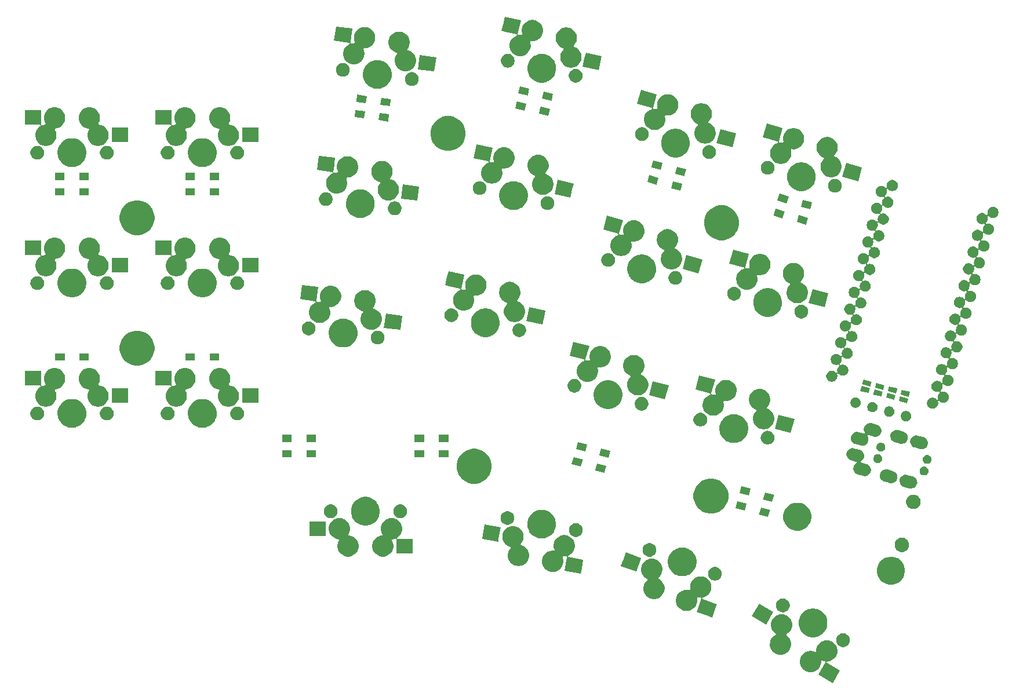
<source format=gts>
G04 #@! TF.GenerationSoftware,KiCad,Pcbnew,(5.1.2)-1*
G04 #@! TF.CreationDate,2019-06-14T17:52:14+09:00*
G04 #@! TF.ProjectId,adelie,6164656c-6965-42e6-9b69-6361645f7063,rev?*
G04 #@! TF.SameCoordinates,Original*
G04 #@! TF.FileFunction,Soldermask,Top*
G04 #@! TF.FilePolarity,Negative*
%FSLAX46Y46*%
G04 Gerber Fmt 4.6, Leading zero omitted, Abs format (unit mm)*
G04 Created by KiCad (PCBNEW (5.1.2)-1) date 2019-06-14 17:52:14*
%MOMM*%
%LPD*%
G04 APERTURE LIST*
%ADD10C,0.100000*%
G04 APERTURE END LIST*
D10*
G36*
X205611055Y-147357761D02*
G01*
X205760880Y-147387563D01*
X206043144Y-147504480D01*
X206297175Y-147674218D01*
X206513211Y-147890254D01*
X206682949Y-148144285D01*
X206770674Y-148356073D01*
X206799866Y-148426550D01*
X206859470Y-148726198D01*
X206859470Y-149031720D01*
X206829668Y-149181544D01*
X206799866Y-149331369D01*
X206682949Y-149613633D01*
X206513211Y-149867664D01*
X206297175Y-150083700D01*
X206043144Y-150253438D01*
X205760880Y-150370355D01*
X205611055Y-150400157D01*
X205461231Y-150429959D01*
X205403385Y-150429959D01*
X205378999Y-150432361D01*
X205355550Y-150439474D01*
X205333939Y-150451025D01*
X205314997Y-150466570D01*
X205299452Y-150485512D01*
X205287901Y-150507123D01*
X205280788Y-150530572D01*
X205278386Y-150554958D01*
X205280788Y-150579344D01*
X205287901Y-150602793D01*
X205299452Y-150624404D01*
X205314997Y-150643346D01*
X205340885Y-150663210D01*
X207220855Y-151748611D01*
X206169855Y-153568997D01*
X204089661Y-152367997D01*
X205115924Y-150590457D01*
X205126036Y-150568140D01*
X205131601Y-150544276D01*
X205132402Y-150519785D01*
X205128411Y-150495608D01*
X205119779Y-150472674D01*
X205106839Y-150451865D01*
X205090089Y-150433981D01*
X205070170Y-150419708D01*
X205047851Y-150409595D01*
X205032057Y-150405363D01*
X204984591Y-150395921D01*
X204856060Y-150370355D01*
X204662449Y-150290159D01*
X204639003Y-150283047D01*
X204614617Y-150280645D01*
X204590231Y-150283047D01*
X204566782Y-150290160D01*
X204545171Y-150301711D01*
X204526229Y-150317256D01*
X204510684Y-150336198D01*
X204499133Y-150357809D01*
X204492020Y-150381258D01*
X204489618Y-150405644D01*
X204489618Y-150596424D01*
X204476333Y-150663210D01*
X204430014Y-150896073D01*
X204313097Y-151178337D01*
X204143359Y-151432368D01*
X203927323Y-151648404D01*
X203673292Y-151818142D01*
X203391028Y-151935059D01*
X203241203Y-151964861D01*
X203091379Y-151994663D01*
X202785857Y-151994663D01*
X202636033Y-151964861D01*
X202486208Y-151935059D01*
X202203944Y-151818142D01*
X201949913Y-151648404D01*
X201733877Y-151432368D01*
X201564139Y-151178337D01*
X201447222Y-150896073D01*
X201400903Y-150663210D01*
X201387618Y-150596424D01*
X201387618Y-150290902D01*
X201447222Y-149991254D01*
X201447222Y-149991253D01*
X201564139Y-149708989D01*
X201733877Y-149454958D01*
X201949913Y-149238922D01*
X202203944Y-149069184D01*
X202486208Y-148952267D01*
X202663618Y-148916978D01*
X202785857Y-148892663D01*
X203091379Y-148892663D01*
X203213618Y-148916978D01*
X203391028Y-148952267D01*
X203584639Y-149032463D01*
X203608085Y-149039575D01*
X203632471Y-149041977D01*
X203656857Y-149039575D01*
X203680306Y-149032462D01*
X203701917Y-149020911D01*
X203720859Y-149005366D01*
X203736404Y-148986424D01*
X203747955Y-148964813D01*
X203755068Y-148941364D01*
X203757470Y-148916978D01*
X203757470Y-148726198D01*
X203817074Y-148426550D01*
X203846266Y-148356073D01*
X203933991Y-148144285D01*
X204103729Y-147890254D01*
X204319765Y-147674218D01*
X204573796Y-147504480D01*
X204856060Y-147387563D01*
X205005885Y-147357761D01*
X205155709Y-147327959D01*
X205461231Y-147327959D01*
X205611055Y-147357761D01*
X205611055Y-147357761D01*
G37*
G36*
X199011941Y-143547761D02*
G01*
X199161766Y-143577563D01*
X199444030Y-143694480D01*
X199698061Y-143864218D01*
X199914097Y-144080254D01*
X200083835Y-144334285D01*
X200200752Y-144616549D01*
X200260356Y-144916199D01*
X200260356Y-145221719D01*
X200200752Y-145521369D01*
X200083835Y-145803633D01*
X199914097Y-146057664D01*
X199698061Y-146273700D01*
X199450332Y-146439227D01*
X199431395Y-146454769D01*
X199415850Y-146473710D01*
X199404299Y-146495321D01*
X199397186Y-146518770D01*
X199394784Y-146543156D01*
X199397186Y-146567542D01*
X199404299Y-146590991D01*
X199415850Y-146612602D01*
X199431396Y-146631544D01*
X199450327Y-146647080D01*
X199527913Y-146698922D01*
X199743949Y-146914958D01*
X199913687Y-147168989D01*
X200030604Y-147451253D01*
X200030604Y-147451254D01*
X200074955Y-147674218D01*
X200090208Y-147750903D01*
X200090208Y-148056423D01*
X200030604Y-148356073D01*
X199913687Y-148638337D01*
X199743949Y-148892368D01*
X199527913Y-149108404D01*
X199273882Y-149278142D01*
X198991618Y-149395059D01*
X198841793Y-149424861D01*
X198691969Y-149454663D01*
X198386447Y-149454663D01*
X198236623Y-149424861D01*
X198086798Y-149395059D01*
X197804534Y-149278142D01*
X197550503Y-149108404D01*
X197334467Y-148892368D01*
X197164729Y-148638337D01*
X197047812Y-148356073D01*
X196988208Y-148056423D01*
X196988208Y-147750903D01*
X197003462Y-147674218D01*
X197047812Y-147451254D01*
X197047812Y-147451253D01*
X197164729Y-147168989D01*
X197334467Y-146914958D01*
X197550503Y-146698922D01*
X197798232Y-146533395D01*
X197817169Y-146517853D01*
X197832714Y-146498912D01*
X197844265Y-146477301D01*
X197851378Y-146453852D01*
X197853780Y-146429466D01*
X197851378Y-146405080D01*
X197844265Y-146381631D01*
X197832714Y-146360020D01*
X197817168Y-146341078D01*
X197798237Y-146325542D01*
X197720651Y-146273700D01*
X197504615Y-146057664D01*
X197334877Y-145803633D01*
X197217960Y-145521369D01*
X197158356Y-145221719D01*
X197158356Y-144916199D01*
X197217960Y-144616549D01*
X197334877Y-144334285D01*
X197504615Y-144080254D01*
X197720651Y-143864218D01*
X197974682Y-143694480D01*
X198256946Y-143577563D01*
X198406771Y-143547761D01*
X198556595Y-143517959D01*
X198862117Y-143517959D01*
X199011941Y-143547761D01*
X199011941Y-143547761D01*
G37*
G36*
X207970303Y-146351722D02*
G01*
X208152473Y-146427180D01*
X208316422Y-146536727D01*
X208455849Y-146676154D01*
X208565396Y-146840103D01*
X208640854Y-147022273D01*
X208679322Y-147215664D01*
X208679322Y-147412844D01*
X208640854Y-147606235D01*
X208565396Y-147788405D01*
X208455849Y-147952354D01*
X208316422Y-148091781D01*
X208152473Y-148201328D01*
X207970303Y-148276786D01*
X207776913Y-148315254D01*
X207579731Y-148315254D01*
X207386341Y-148276786D01*
X207204171Y-148201328D01*
X207040222Y-148091781D01*
X206900795Y-147952354D01*
X206791248Y-147788405D01*
X206715790Y-147606235D01*
X206677322Y-147412844D01*
X206677322Y-147215664D01*
X206715790Y-147022273D01*
X206791248Y-146840103D01*
X206900795Y-146676154D01*
X207040222Y-146536727D01*
X207204171Y-146427180D01*
X207386341Y-146351722D01*
X207579731Y-146313254D01*
X207776913Y-146313254D01*
X207970303Y-146351722D01*
X207970303Y-146351722D01*
G37*
G36*
X203756449Y-142727081D02*
G01*
X203891752Y-142753994D01*
X204274110Y-142912372D01*
X204401703Y-142997627D01*
X204586837Y-143121329D01*
X204618223Y-143142301D01*
X204910866Y-143434944D01*
X205140795Y-143779057D01*
X205299173Y-144161415D01*
X205379913Y-144567324D01*
X205379913Y-144981184D01*
X205299173Y-145387093D01*
X205140795Y-145769451D01*
X205117955Y-145803633D01*
X204910867Y-146113563D01*
X204618222Y-146406208D01*
X204479480Y-146498912D01*
X204274110Y-146636136D01*
X203891752Y-146794514D01*
X203756449Y-146821427D01*
X203485845Y-146875254D01*
X203071981Y-146875254D01*
X202801377Y-146821427D01*
X202666074Y-146794514D01*
X202283716Y-146636136D01*
X202078346Y-146498912D01*
X201939604Y-146406208D01*
X201646959Y-146113563D01*
X201439871Y-145803633D01*
X201417031Y-145769451D01*
X201258653Y-145387093D01*
X201177913Y-144981184D01*
X201177913Y-144567324D01*
X201258653Y-144161415D01*
X201417031Y-143779057D01*
X201646960Y-143434944D01*
X201939603Y-143142301D01*
X201970990Y-143121329D01*
X202156123Y-142997627D01*
X202283716Y-142912372D01*
X202666074Y-142753994D01*
X202801377Y-142727081D01*
X203071981Y-142673254D01*
X203485845Y-142673254D01*
X203756449Y-142727081D01*
X203756449Y-142727081D01*
G37*
G36*
X197492332Y-143198907D02*
G01*
X196441332Y-145019293D01*
X194361138Y-143818293D01*
X195412138Y-141997907D01*
X197492332Y-143198907D01*
X197492332Y-143198907D01*
G37*
G36*
X187185728Y-138032579D02*
G01*
X187335553Y-138062381D01*
X187617817Y-138179298D01*
X187871848Y-138349036D01*
X188087884Y-138565072D01*
X188257622Y-138819103D01*
X188374539Y-139101367D01*
X188434143Y-139401017D01*
X188434143Y-139706537D01*
X188374539Y-140006187D01*
X188257622Y-140288451D01*
X188087884Y-140542482D01*
X187871848Y-140758518D01*
X187617817Y-140928256D01*
X187335553Y-141045173D01*
X187241315Y-141063918D01*
X187240234Y-141064133D01*
X187216785Y-141071246D01*
X187195174Y-141082797D01*
X187176232Y-141098342D01*
X187160687Y-141117284D01*
X187149136Y-141138895D01*
X187142023Y-141162344D01*
X187139621Y-141186730D01*
X187142023Y-141211116D01*
X187149136Y-141234565D01*
X187160687Y-141256176D01*
X187176232Y-141275118D01*
X187195174Y-141290663D01*
X187221867Y-141304190D01*
X189264784Y-142047751D01*
X189264784Y-142047752D01*
X189194482Y-142240905D01*
X188545858Y-144022985D01*
X188545857Y-144022985D01*
X187943548Y-143803762D01*
X186288716Y-143201453D01*
X186289643Y-143198907D01*
X186534475Y-142526235D01*
X186990791Y-141272518D01*
X186996871Y-141248791D01*
X186998207Y-141224324D01*
X186994744Y-141200066D01*
X186986615Y-141176949D01*
X186974132Y-141155863D01*
X186957775Y-141137617D01*
X186938173Y-141122913D01*
X186916079Y-141112315D01*
X186892342Y-141106232D01*
X186873327Y-141104777D01*
X186730382Y-141104777D01*
X186489211Y-141056805D01*
X186464825Y-141054403D01*
X186440439Y-141056805D01*
X186416990Y-141063918D01*
X186395379Y-141075469D01*
X186376437Y-141091014D01*
X186360892Y-141109956D01*
X186349341Y-141131567D01*
X186342228Y-141155016D01*
X186339826Y-141179402D01*
X186342228Y-141203788D01*
X186370751Y-141347179D01*
X186372002Y-141353471D01*
X186372002Y-141658991D01*
X186312398Y-141958641D01*
X186195481Y-142240905D01*
X186025743Y-142494936D01*
X185809707Y-142710972D01*
X185555676Y-142880710D01*
X185273412Y-142997627D01*
X185123587Y-143027429D01*
X184973763Y-143057231D01*
X184668241Y-143057231D01*
X184518417Y-143027429D01*
X184368592Y-142997627D01*
X184086328Y-142880710D01*
X183832297Y-142710972D01*
X183616261Y-142494936D01*
X183446523Y-142240905D01*
X183329606Y-141958641D01*
X183270002Y-141658991D01*
X183270002Y-141353471D01*
X183271254Y-141347179D01*
X183305114Y-141176949D01*
X183329606Y-141053821D01*
X183446523Y-140771557D01*
X183616261Y-140517526D01*
X183832297Y-140301490D01*
X184086328Y-140131752D01*
X184368592Y-140014835D01*
X184518417Y-139985033D01*
X184668241Y-139955231D01*
X184973763Y-139955231D01*
X185214934Y-140003203D01*
X185239320Y-140005605D01*
X185263706Y-140003203D01*
X185287155Y-139996090D01*
X185308766Y-139984539D01*
X185327708Y-139968994D01*
X185343253Y-139950052D01*
X185354804Y-139928441D01*
X185361917Y-139904992D01*
X185364319Y-139880606D01*
X185361917Y-139856220D01*
X185332143Y-139706538D01*
X185332143Y-139401016D01*
X185385112Y-139134722D01*
X185391747Y-139101367D01*
X185508664Y-138819103D01*
X185678402Y-138565072D01*
X185894438Y-138349036D01*
X186148469Y-138179298D01*
X186430733Y-138062381D01*
X186580558Y-138032579D01*
X186730382Y-138002777D01*
X187035904Y-138002777D01*
X187185728Y-138032579D01*
X187185728Y-138032579D01*
G37*
G36*
X199171485Y-141271722D02*
G01*
X199353655Y-141347180D01*
X199517604Y-141456727D01*
X199657031Y-141596154D01*
X199766578Y-141760103D01*
X199842036Y-141942273D01*
X199880504Y-142135664D01*
X199880504Y-142332844D01*
X199842036Y-142526235D01*
X199766578Y-142708405D01*
X199657031Y-142872354D01*
X199517604Y-143011781D01*
X199353655Y-143121328D01*
X199171485Y-143196786D01*
X199148022Y-143201453D01*
X198978095Y-143235254D01*
X198780913Y-143235254D01*
X198610986Y-143201453D01*
X198587523Y-143196786D01*
X198405353Y-143121328D01*
X198241404Y-143011781D01*
X198101977Y-142872354D01*
X197992430Y-142708405D01*
X197916972Y-142526235D01*
X197878504Y-142332844D01*
X197878504Y-142135664D01*
X197916972Y-141942273D01*
X197992430Y-141760103D01*
X198101977Y-141596154D01*
X198241404Y-141456727D01*
X198405353Y-141347180D01*
X198587523Y-141271722D01*
X198780913Y-141233254D01*
X198978095Y-141233254D01*
X199171485Y-141271722D01*
X199171485Y-141271722D01*
G37*
G36*
X180025270Y-135426386D02*
G01*
X180175095Y-135456188D01*
X180457359Y-135573105D01*
X180711390Y-135742843D01*
X180927426Y-135958879D01*
X181097164Y-136212910D01*
X181214081Y-136495174D01*
X181214081Y-136495175D01*
X181273685Y-136794823D01*
X181273685Y-137100345D01*
X181251714Y-137210801D01*
X181214081Y-137399994D01*
X181097164Y-137682258D01*
X180927426Y-137936289D01*
X180711390Y-138152325D01*
X180709314Y-138153712D01*
X180690382Y-138169249D01*
X180674836Y-138188191D01*
X180663285Y-138209801D01*
X180656171Y-138233250D01*
X180653769Y-138257636D01*
X180656170Y-138282022D01*
X180663283Y-138305471D01*
X180674834Y-138327082D01*
X180690379Y-138346024D01*
X180709321Y-138361570D01*
X180730926Y-138373118D01*
X180782037Y-138394289D01*
X181036068Y-138564027D01*
X181252104Y-138780063D01*
X181421842Y-139034094D01*
X181538759Y-139316358D01*
X181538759Y-139316359D01*
X181598363Y-139616007D01*
X181598363Y-139921529D01*
X181585829Y-139984539D01*
X181538759Y-140221178D01*
X181421842Y-140503442D01*
X181252104Y-140757473D01*
X181036068Y-140973509D01*
X180782037Y-141143247D01*
X180499773Y-141260164D01*
X180424594Y-141275118D01*
X180200124Y-141319768D01*
X179894602Y-141319768D01*
X179670132Y-141275118D01*
X179594953Y-141260164D01*
X179312689Y-141143247D01*
X179058658Y-140973509D01*
X178842622Y-140757473D01*
X178672884Y-140503442D01*
X178555967Y-140221178D01*
X178508897Y-139984539D01*
X178496363Y-139921529D01*
X178496363Y-139616007D01*
X178555967Y-139316359D01*
X178555967Y-139316358D01*
X178672884Y-139034094D01*
X178842622Y-138780063D01*
X179058658Y-138564027D01*
X179060734Y-138562640D01*
X179079666Y-138547103D01*
X179095212Y-138528161D01*
X179106763Y-138506551D01*
X179113877Y-138483102D01*
X179116279Y-138458716D01*
X179113878Y-138434330D01*
X179106765Y-138410881D01*
X179095214Y-138389270D01*
X179079669Y-138370328D01*
X179060727Y-138354782D01*
X179039122Y-138343234D01*
X178988011Y-138322063D01*
X178733980Y-138152325D01*
X178517944Y-137936289D01*
X178348206Y-137682258D01*
X178231289Y-137399994D01*
X178193656Y-137210801D01*
X178171685Y-137100345D01*
X178171685Y-136794823D01*
X178231289Y-136495175D01*
X178231289Y-136495174D01*
X178348206Y-136212910D01*
X178517944Y-135958879D01*
X178733980Y-135742843D01*
X178988011Y-135573105D01*
X179270275Y-135456188D01*
X179420100Y-135426386D01*
X179569924Y-135396584D01*
X179875446Y-135396584D01*
X180025270Y-135426386D01*
X180025270Y-135426386D01*
G37*
G36*
X215264294Y-135190358D02*
G01*
X215634714Y-135343791D01*
X215637553Y-135344967D01*
X215973476Y-135569424D01*
X216259156Y-135855104D01*
X216435358Y-136118808D01*
X216483614Y-136191029D01*
X216638222Y-136564286D01*
X216717040Y-136960533D01*
X216717040Y-137364547D01*
X216638222Y-137760794D01*
X216507878Y-138075472D01*
X216483613Y-138134053D01*
X216259156Y-138469976D01*
X215973476Y-138755656D01*
X215637553Y-138980113D01*
X215637552Y-138980114D01*
X215637551Y-138980114D01*
X215264294Y-139134722D01*
X214868047Y-139213540D01*
X214464033Y-139213540D01*
X214067786Y-139134722D01*
X213694529Y-138980114D01*
X213694528Y-138980114D01*
X213694527Y-138980113D01*
X213358604Y-138755656D01*
X213072924Y-138469976D01*
X212848467Y-138134053D01*
X212824202Y-138075472D01*
X212693858Y-137760794D01*
X212615040Y-137364547D01*
X212615040Y-136960533D01*
X212693858Y-136564286D01*
X212848466Y-136191029D01*
X212896723Y-136118808D01*
X213072924Y-135855104D01*
X213358604Y-135569424D01*
X213694527Y-135344967D01*
X213697366Y-135343791D01*
X214067786Y-135190358D01*
X214464033Y-135111540D01*
X214868047Y-135111540D01*
X215264294Y-135190358D01*
X215264294Y-135190358D01*
G37*
G36*
X189237265Y-136638791D02*
G01*
X189419435Y-136714249D01*
X189583384Y-136823796D01*
X189722811Y-136963223D01*
X189832358Y-137127172D01*
X189907816Y-137309342D01*
X189946284Y-137502733D01*
X189946284Y-137699913D01*
X189907816Y-137893304D01*
X189832358Y-138075474D01*
X189722811Y-138239423D01*
X189583384Y-138378850D01*
X189419435Y-138488397D01*
X189237265Y-138563855D01*
X189043875Y-138602323D01*
X188846693Y-138602323D01*
X188653303Y-138563855D01*
X188471133Y-138488397D01*
X188307184Y-138378850D01*
X188167757Y-138239423D01*
X188058210Y-138075474D01*
X187982752Y-137893304D01*
X187944284Y-137699913D01*
X187944284Y-137502733D01*
X187982752Y-137309342D01*
X188058210Y-137127172D01*
X188167757Y-136963223D01*
X188307184Y-136823796D01*
X188471133Y-136714249D01*
X188653303Y-136638791D01*
X188846693Y-136600323D01*
X189043875Y-136600323D01*
X189237265Y-136638791D01*
X189237265Y-136638791D01*
G37*
G36*
X184616188Y-133810125D02*
G01*
X184784484Y-133843601D01*
X185166842Y-134001979D01*
X185307277Y-134095815D01*
X185510954Y-134231907D01*
X185803599Y-134524552D01*
X185917783Y-134695441D01*
X186033527Y-134868664D01*
X186191905Y-135251022D01*
X186210592Y-135344967D01*
X186272645Y-135656929D01*
X186272645Y-136070793D01*
X186237275Y-136248609D01*
X186191905Y-136476700D01*
X186033527Y-136859058D01*
X185965723Y-136960534D01*
X185803599Y-137203170D01*
X185510954Y-137495815D01*
X185500600Y-137502733D01*
X185166842Y-137725743D01*
X185166841Y-137725744D01*
X185166840Y-137725744D01*
X185082219Y-137760795D01*
X184784484Y-137884121D01*
X184649181Y-137911034D01*
X184378577Y-137964861D01*
X183964713Y-137964861D01*
X183694109Y-137911034D01*
X183558806Y-137884121D01*
X183261071Y-137760795D01*
X183176450Y-137725744D01*
X183176449Y-137725744D01*
X183176448Y-137725743D01*
X182842690Y-137502733D01*
X182832336Y-137495815D01*
X182539691Y-137203170D01*
X182377567Y-136960534D01*
X182309763Y-136859058D01*
X182151385Y-136476700D01*
X182106015Y-136248609D01*
X182070645Y-136070793D01*
X182070645Y-135656929D01*
X182132698Y-135344967D01*
X182151385Y-135251022D01*
X182309763Y-134868664D01*
X182425507Y-134695441D01*
X182539691Y-134524552D01*
X182832336Y-134231907D01*
X183036013Y-134095815D01*
X183176448Y-134001979D01*
X183558806Y-133843601D01*
X183727102Y-133810125D01*
X183964713Y-133762861D01*
X184378577Y-133762861D01*
X184616188Y-133810125D01*
X184616188Y-133810125D01*
G37*
G36*
X167256082Y-131994123D02*
G01*
X167405907Y-132023925D01*
X167688171Y-132140842D01*
X167942202Y-132310580D01*
X168158238Y-132526616D01*
X168327976Y-132780647D01*
X168444893Y-133062911D01*
X168452806Y-133102691D01*
X168504497Y-133362560D01*
X168504497Y-133668082D01*
X168496584Y-133707861D01*
X168444893Y-133967731D01*
X168327976Y-134249995D01*
X168158238Y-134504026D01*
X167942202Y-134720062D01*
X167688171Y-134889800D01*
X167563407Y-134941479D01*
X167541801Y-134953027D01*
X167522859Y-134968572D01*
X167507314Y-134987514D01*
X167495763Y-135009125D01*
X167488650Y-135032574D01*
X167486248Y-135056960D01*
X167488650Y-135081346D01*
X167495763Y-135104795D01*
X167507314Y-135126406D01*
X167522859Y-135145348D01*
X167541801Y-135160893D01*
X167563412Y-135172444D01*
X167589541Y-135180060D01*
X169732030Y-135557838D01*
X169732030Y-135557839D01*
X169502590Y-136859058D01*
X169367022Y-137627904D01*
X167001514Y-137210802D01*
X167002860Y-137203171D01*
X167181327Y-136191029D01*
X167357850Y-135189916D01*
X167359719Y-135165483D01*
X167356786Y-135141155D01*
X167349163Y-135117867D01*
X167337143Y-135096513D01*
X167321188Y-135077915D01*
X167301912Y-135062787D01*
X167280054Y-135051710D01*
X167256456Y-135045110D01*
X167232023Y-135043241D01*
X167210364Y-135045613D01*
X167106258Y-135066321D01*
X166825264Y-135066321D01*
X166800878Y-135068723D01*
X166777429Y-135075836D01*
X166755818Y-135087387D01*
X166736876Y-135102932D01*
X166721331Y-135121874D01*
X166709780Y-135143485D01*
X166702667Y-135166934D01*
X166700265Y-135191320D01*
X166702667Y-135215706D01*
X166709780Y-135239155D01*
X166753121Y-135343790D01*
X166812725Y-135643440D01*
X166812725Y-135948960D01*
X166753121Y-136248610D01*
X166636204Y-136530874D01*
X166466466Y-136784905D01*
X166250430Y-137000941D01*
X165996399Y-137170679D01*
X165714135Y-137287596D01*
X165604810Y-137309342D01*
X165414486Y-137347200D01*
X165108964Y-137347200D01*
X164918640Y-137309342D01*
X164809315Y-137287596D01*
X164527051Y-137170679D01*
X164273020Y-137000941D01*
X164056984Y-136784905D01*
X163887246Y-136530874D01*
X163770329Y-136248610D01*
X163710725Y-135948960D01*
X163710725Y-135643440D01*
X163770329Y-135343790D01*
X163887246Y-135061526D01*
X164056984Y-134807495D01*
X164273020Y-134591459D01*
X164527051Y-134421721D01*
X164809315Y-134304804D01*
X164959140Y-134275002D01*
X165108964Y-134245200D01*
X165389958Y-134245200D01*
X165414344Y-134242798D01*
X165437793Y-134235685D01*
X165459404Y-134224134D01*
X165478346Y-134208589D01*
X165493891Y-134189647D01*
X165505442Y-134168036D01*
X165512555Y-134144587D01*
X165514957Y-134120201D01*
X165512555Y-134095815D01*
X165505442Y-134072366D01*
X165462101Y-133967731D01*
X165402497Y-133668082D01*
X165402497Y-133362560D01*
X165454188Y-133102691D01*
X165462101Y-133062911D01*
X165579018Y-132780647D01*
X165748756Y-132526616D01*
X165964792Y-132310580D01*
X166218823Y-132140842D01*
X166501087Y-132023925D01*
X166650912Y-131994123D01*
X166800736Y-131964321D01*
X167106258Y-131964321D01*
X167256082Y-131994123D01*
X167256082Y-131994123D01*
G37*
G36*
X176355377Y-134646100D02*
G01*
X178199419Y-135317276D01*
X178199419Y-135317277D01*
X178075795Y-135656931D01*
X177480493Y-137292510D01*
X177480492Y-137292510D01*
X176878183Y-137073287D01*
X175223351Y-136470978D01*
X175304287Y-136248609D01*
X175519640Y-135656931D01*
X175942277Y-134495744D01*
X175942278Y-134495744D01*
X176355377Y-134646100D01*
X176355377Y-134646100D01*
G37*
G36*
X159751847Y-130670925D02*
G01*
X159901672Y-130700727D01*
X160183936Y-130817644D01*
X160437967Y-130987382D01*
X160654003Y-131203418D01*
X160823741Y-131457449D01*
X160940658Y-131739713D01*
X160963649Y-131855299D01*
X161000262Y-132039362D01*
X161000262Y-132344884D01*
X160971071Y-132491638D01*
X160940658Y-132644533D01*
X160823741Y-132926797D01*
X160654003Y-133180828D01*
X160627143Y-133207688D01*
X160611607Y-133226619D01*
X160600056Y-133248230D01*
X160592943Y-133271679D01*
X160590541Y-133296065D01*
X160592943Y-133320451D01*
X160600056Y-133343900D01*
X160611607Y-133365511D01*
X160627152Y-133384453D01*
X160646094Y-133399998D01*
X160667705Y-133411549D01*
X160691144Y-133418659D01*
X160711312Y-133422671D01*
X160993576Y-133539588D01*
X161247607Y-133709326D01*
X161463643Y-133925362D01*
X161633381Y-134179393D01*
X161750298Y-134461657D01*
X161766638Y-134543804D01*
X161809902Y-134761306D01*
X161809902Y-135066828D01*
X161795201Y-135140736D01*
X161750298Y-135366477D01*
X161633381Y-135648741D01*
X161463643Y-135902772D01*
X161247607Y-136118808D01*
X160993576Y-136288546D01*
X160711312Y-136405463D01*
X160561487Y-136435265D01*
X160411663Y-136465067D01*
X160106141Y-136465067D01*
X159956317Y-136435265D01*
X159806492Y-136405463D01*
X159524228Y-136288546D01*
X159270197Y-136118808D01*
X159054161Y-135902772D01*
X158884423Y-135648741D01*
X158767506Y-135366477D01*
X158722603Y-135140736D01*
X158707902Y-135066828D01*
X158707902Y-134761306D01*
X158751166Y-134543804D01*
X158767506Y-134461657D01*
X158884423Y-134179393D01*
X159054161Y-133925362D01*
X159081021Y-133898502D01*
X159096557Y-133879571D01*
X159108108Y-133857960D01*
X159115221Y-133834511D01*
X159117623Y-133810125D01*
X159115221Y-133785739D01*
X159108108Y-133762290D01*
X159096557Y-133740679D01*
X159081012Y-133721737D01*
X159062070Y-133706192D01*
X159040459Y-133694641D01*
X159017020Y-133687531D01*
X158996852Y-133683519D01*
X158714588Y-133566602D01*
X158460557Y-133396864D01*
X158244521Y-133180828D01*
X158074783Y-132926797D01*
X157957866Y-132644533D01*
X157927453Y-132491638D01*
X157898262Y-132344884D01*
X157898262Y-132039362D01*
X157934875Y-131855299D01*
X157957866Y-131739713D01*
X158074783Y-131457449D01*
X158244521Y-131203418D01*
X158460557Y-130987382D01*
X158714588Y-130817644D01*
X158996852Y-130700727D01*
X159146677Y-130670925D01*
X159296501Y-130641123D01*
X159602023Y-130641123D01*
X159751847Y-130670925D01*
X159751847Y-130670925D01*
G37*
G36*
X179593291Y-133144633D02*
G01*
X179689987Y-133163867D01*
X179872157Y-133239325D01*
X180036106Y-133348872D01*
X180175533Y-133488299D01*
X180285080Y-133652248D01*
X180360538Y-133834418D01*
X180369703Y-133880493D01*
X180399006Y-134027808D01*
X180399006Y-134224990D01*
X180394032Y-134249995D01*
X180360538Y-134418380D01*
X180285080Y-134600550D01*
X180175533Y-134764499D01*
X180036106Y-134903926D01*
X179872157Y-135013473D01*
X179689987Y-135088931D01*
X179603673Y-135106100D01*
X179496597Y-135127399D01*
X179299415Y-135127399D01*
X179192339Y-135106100D01*
X179106025Y-135088931D01*
X178923855Y-135013473D01*
X178759906Y-134903926D01*
X178620479Y-134764499D01*
X178510932Y-134600550D01*
X178435474Y-134418380D01*
X178401980Y-134249995D01*
X178397006Y-134224990D01*
X178397006Y-134027808D01*
X178426309Y-133880493D01*
X178435474Y-133834418D01*
X178510932Y-133652248D01*
X178620479Y-133488299D01*
X178759906Y-133348872D01*
X178923855Y-133239325D01*
X179106025Y-133163867D01*
X179202721Y-133144633D01*
X179299415Y-133125399D01*
X179496597Y-133125399D01*
X179593291Y-133144633D01*
X179593291Y-133144633D01*
G37*
G36*
X142014985Y-129493902D02*
G01*
X142164810Y-129523704D01*
X142447074Y-129640621D01*
X142701105Y-129810359D01*
X142917141Y-130026395D01*
X143086879Y-130280426D01*
X143203796Y-130562690D01*
X143203796Y-130562691D01*
X143261164Y-130851096D01*
X143263400Y-130862340D01*
X143263400Y-131167860D01*
X143203796Y-131467510D01*
X143086879Y-131749774D01*
X142917141Y-132003805D01*
X142701105Y-132219841D01*
X142558427Y-132315175D01*
X142539494Y-132330713D01*
X142523949Y-132349655D01*
X142512398Y-132371266D01*
X142505285Y-132394715D01*
X142502883Y-132419101D01*
X142505285Y-132443487D01*
X142512398Y-132466936D01*
X142523949Y-132488547D01*
X142539494Y-132507489D01*
X142558436Y-132523034D01*
X142580047Y-132534585D01*
X142603496Y-132541698D01*
X142627882Y-132544100D01*
X144803400Y-132544100D01*
X144803400Y-134646100D01*
X142401400Y-134646100D01*
X142401400Y-132595571D01*
X142398998Y-132571185D01*
X142391885Y-132547736D01*
X142380334Y-132526125D01*
X142364789Y-132507183D01*
X142345847Y-132491638D01*
X142324236Y-132480087D01*
X142300787Y-132472974D01*
X142276401Y-132470572D01*
X142252015Y-132472974D01*
X142228571Y-132480086D01*
X142164810Y-132506496D01*
X142081738Y-132523020D01*
X141856023Y-132567918D01*
X141832574Y-132575031D01*
X141810963Y-132586582D01*
X141792021Y-132602128D01*
X141776476Y-132621069D01*
X141764925Y-132642680D01*
X141757812Y-132666129D01*
X141755410Y-132690515D01*
X141757812Y-132714901D01*
X141764925Y-132738350D01*
X141776470Y-132759949D01*
X141816879Y-132820426D01*
X141933796Y-133102690D01*
X141954679Y-133207677D01*
X141993400Y-133402339D01*
X141993400Y-133707861D01*
X141993108Y-133709327D01*
X141933796Y-134007510D01*
X141816879Y-134289774D01*
X141647141Y-134543805D01*
X141431105Y-134759841D01*
X141177074Y-134929579D01*
X140894810Y-135046496D01*
X140812909Y-135062787D01*
X140595161Y-135106100D01*
X140289639Y-135106100D01*
X140071891Y-135062787D01*
X139989990Y-135046496D01*
X139707726Y-134929579D01*
X139453695Y-134759841D01*
X139237659Y-134543805D01*
X139067921Y-134289774D01*
X138951004Y-134007510D01*
X138891692Y-133709327D01*
X138891400Y-133707861D01*
X138891400Y-133402339D01*
X138930121Y-133207677D01*
X138951004Y-133102690D01*
X139067921Y-132820426D01*
X139237659Y-132566395D01*
X139453695Y-132350359D01*
X139707726Y-132180621D01*
X139989990Y-132063704D01*
X140073062Y-132047180D01*
X140298777Y-132002282D01*
X140322226Y-131995169D01*
X140343837Y-131983618D01*
X140362779Y-131968072D01*
X140378324Y-131949131D01*
X140389875Y-131927520D01*
X140396988Y-131904071D01*
X140399390Y-131879685D01*
X140396988Y-131855299D01*
X140389875Y-131831850D01*
X140378330Y-131810251D01*
X140337921Y-131749774D01*
X140221004Y-131467510D01*
X140161400Y-131167860D01*
X140161400Y-130862340D01*
X140163637Y-130851096D01*
X140221004Y-130562691D01*
X140221004Y-130562690D01*
X140337921Y-130280426D01*
X140507659Y-130026395D01*
X140723695Y-129810359D01*
X140977726Y-129640621D01*
X141259990Y-129523704D01*
X141409815Y-129493902D01*
X141559639Y-129464100D01*
X141865161Y-129464100D01*
X142014985Y-129493902D01*
X142014985Y-129493902D01*
G37*
G36*
X134394985Y-129493903D02*
G01*
X134544810Y-129523705D01*
X134827074Y-129640622D01*
X135081105Y-129810360D01*
X135297141Y-130026396D01*
X135466879Y-130280427D01*
X135583796Y-130562691D01*
X135643400Y-130862341D01*
X135643400Y-131167861D01*
X135583796Y-131467511D01*
X135466879Y-131749775D01*
X135466878Y-131749776D01*
X135426477Y-131810241D01*
X135414926Y-131831852D01*
X135407813Y-131855301D01*
X135405411Y-131879687D01*
X135407813Y-131904073D01*
X135414926Y-131927522D01*
X135426478Y-131949132D01*
X135442023Y-131968074D01*
X135460965Y-131983619D01*
X135482576Y-131995170D01*
X135506024Y-132002283D01*
X135515159Y-132004100D01*
X135515160Y-132004100D01*
X135814810Y-132063704D01*
X136097074Y-132180621D01*
X136351105Y-132350359D01*
X136567141Y-132566395D01*
X136736879Y-132820426D01*
X136853796Y-133102690D01*
X136874679Y-133207677D01*
X136913400Y-133402339D01*
X136913400Y-133707861D01*
X136913108Y-133709327D01*
X136853796Y-134007510D01*
X136736879Y-134289774D01*
X136567141Y-134543805D01*
X136351105Y-134759841D01*
X136097074Y-134929579D01*
X135814810Y-135046496D01*
X135732909Y-135062787D01*
X135515161Y-135106100D01*
X135209639Y-135106100D01*
X134991891Y-135062787D01*
X134909990Y-135046496D01*
X134627726Y-134929579D01*
X134373695Y-134759841D01*
X134157659Y-134543805D01*
X133987921Y-134289774D01*
X133871004Y-134007510D01*
X133811692Y-133709327D01*
X133811400Y-133707861D01*
X133811400Y-133402339D01*
X133850121Y-133207677D01*
X133871004Y-133102690D01*
X133987921Y-132820426D01*
X134028323Y-132759960D01*
X134039874Y-132738349D01*
X134046987Y-132714900D01*
X134049389Y-132690514D01*
X134046987Y-132666128D01*
X134039874Y-132642679D01*
X134028322Y-132621069D01*
X134012777Y-132602127D01*
X133993835Y-132586582D01*
X133972224Y-132575031D01*
X133948776Y-132567918D01*
X133939641Y-132566101D01*
X133939640Y-132566101D01*
X133639990Y-132506497D01*
X133357726Y-132389580D01*
X133103695Y-132219842D01*
X132887659Y-132003806D01*
X132717921Y-131749775D01*
X132601004Y-131467511D01*
X132541400Y-131167861D01*
X132541400Y-130862341D01*
X132601004Y-130562691D01*
X132717921Y-130280427D01*
X132887659Y-130026396D01*
X133103695Y-129810360D01*
X133357726Y-129640622D01*
X133639990Y-129523705D01*
X133789815Y-129493903D01*
X133939639Y-129464101D01*
X134245161Y-129464101D01*
X134394985Y-129493903D01*
X134394985Y-129493903D01*
G37*
G36*
X216566880Y-132372047D02*
G01*
X216758149Y-132451273D01*
X216758151Y-132451274D01*
X216930289Y-132566293D01*
X217076681Y-132712685D01*
X217148673Y-132820428D01*
X217191701Y-132884825D01*
X217270927Y-133076094D01*
X217311316Y-133279142D01*
X217311316Y-133486174D01*
X217270927Y-133689222D01*
X217192082Y-133879571D01*
X217191700Y-133880493D01*
X217076681Y-134052631D01*
X216930289Y-134199023D01*
X216758151Y-134314042D01*
X216758150Y-134314043D01*
X216758149Y-134314043D01*
X216566880Y-134393269D01*
X216363832Y-134433658D01*
X216156800Y-134433658D01*
X215953752Y-134393269D01*
X215762483Y-134314043D01*
X215762482Y-134314043D01*
X215762481Y-134314042D01*
X215590343Y-134199023D01*
X215443951Y-134052631D01*
X215328932Y-133880493D01*
X215328550Y-133879571D01*
X215249705Y-133689222D01*
X215209316Y-133486174D01*
X215209316Y-133279142D01*
X215249705Y-133076094D01*
X215328931Y-132884825D01*
X215371960Y-132820428D01*
X215443951Y-132712685D01*
X215590343Y-132566293D01*
X215762481Y-132451274D01*
X215762483Y-132451273D01*
X215953752Y-132372047D01*
X216156800Y-132331658D01*
X216363832Y-132331658D01*
X216566880Y-132372047D01*
X216566880Y-132372047D01*
G37*
G36*
X157666037Y-130851095D02*
G01*
X157666037Y-130851096D01*
X157367515Y-132544100D01*
X157301029Y-132921161D01*
X154935521Y-132504059D01*
X154941426Y-132470572D01*
X155300529Y-130433993D01*
X157666037Y-130851095D01*
X157666037Y-130851095D01*
G37*
G36*
X164119982Y-128305137D02*
G01*
X164255285Y-128332050D01*
X164637643Y-128490428D01*
X164663410Y-128507645D01*
X164981755Y-128720356D01*
X165274400Y-129013001D01*
X165504329Y-129357115D01*
X165506425Y-129362175D01*
X165662706Y-129739471D01*
X165667219Y-129762158D01*
X165743446Y-130145378D01*
X165743446Y-130559242D01*
X165703454Y-130760294D01*
X165662706Y-130965149D01*
X165504328Y-131347507D01*
X165424144Y-131467511D01*
X165274400Y-131691619D01*
X164981755Y-131984264D01*
X164952508Y-132003806D01*
X164637643Y-132214192D01*
X164255285Y-132372570D01*
X164143954Y-132394715D01*
X163849378Y-132453310D01*
X163435514Y-132453310D01*
X163140938Y-132394715D01*
X163029607Y-132372570D01*
X162647249Y-132214192D01*
X162332384Y-132003806D01*
X162303137Y-131984264D01*
X162010492Y-131691619D01*
X161860748Y-131467511D01*
X161780564Y-131347507D01*
X161622186Y-130965149D01*
X161581438Y-130760294D01*
X161541446Y-130559242D01*
X161541446Y-130145378D01*
X161617673Y-129762158D01*
X161622186Y-129739471D01*
X161778467Y-129362175D01*
X161780563Y-129357115D01*
X162010492Y-129013001D01*
X162303137Y-128720356D01*
X162621482Y-128507645D01*
X162647249Y-128490428D01*
X163029607Y-128332050D01*
X163164910Y-128305137D01*
X163435514Y-128251310D01*
X163849378Y-128251310D01*
X164119982Y-128305137D01*
X164119982Y-128305137D01*
G37*
G36*
X168815554Y-130247704D02*
G01*
X168937250Y-130271911D01*
X169119420Y-130347369D01*
X169283369Y-130456916D01*
X169422796Y-130596343D01*
X169532343Y-130760292D01*
X169607801Y-130942462D01*
X169612314Y-130965149D01*
X169638251Y-131095541D01*
X169646269Y-131135853D01*
X169646269Y-131333033D01*
X169607801Y-131526424D01*
X169532343Y-131708594D01*
X169422796Y-131872543D01*
X169283369Y-132011970D01*
X169119420Y-132121517D01*
X168937250Y-132196975D01*
X168743860Y-132235443D01*
X168546678Y-132235443D01*
X168353288Y-132196975D01*
X168171118Y-132121517D01*
X168007169Y-132011970D01*
X167867742Y-131872543D01*
X167758195Y-131708594D01*
X167682737Y-131526424D01*
X167644269Y-131333033D01*
X167644269Y-131135853D01*
X167652288Y-131095541D01*
X167678224Y-130965149D01*
X167682737Y-130942462D01*
X167758195Y-130760292D01*
X167867742Y-130596343D01*
X168007169Y-130456916D01*
X168171118Y-130347369D01*
X168353288Y-130271911D01*
X168474984Y-130247704D01*
X168546678Y-130233443D01*
X168743860Y-130233443D01*
X168815554Y-130247704D01*
X168815554Y-130247704D01*
G37*
G36*
X132103400Y-132106100D02*
G01*
X129701400Y-132106100D01*
X129701400Y-130004100D01*
X132103400Y-130004100D01*
X132103400Y-132106100D01*
X132103400Y-132106100D01*
G37*
G36*
X201591079Y-127305786D02*
G01*
X201964336Y-127460394D01*
X201964338Y-127460395D01*
X202300261Y-127684852D01*
X202585941Y-127970532D01*
X202790194Y-128276217D01*
X202810399Y-128306457D01*
X202965007Y-128679714D01*
X203043825Y-129075961D01*
X203043825Y-129479975D01*
X202965007Y-129876222D01*
X202853519Y-130145378D01*
X202810398Y-130249481D01*
X202585941Y-130585404D01*
X202300261Y-130871084D01*
X201964338Y-131095541D01*
X201964337Y-131095542D01*
X201964336Y-131095542D01*
X201591079Y-131250150D01*
X201194832Y-131328968D01*
X200790818Y-131328968D01*
X200394571Y-131250150D01*
X200021314Y-131095542D01*
X200021313Y-131095542D01*
X200021312Y-131095541D01*
X199685389Y-130871084D01*
X199399709Y-130585404D01*
X199175252Y-130249481D01*
X199132131Y-130145378D01*
X199020643Y-129876222D01*
X198941825Y-129479975D01*
X198941825Y-129075961D01*
X199020643Y-128679714D01*
X199175251Y-128306457D01*
X199195457Y-128276217D01*
X199399709Y-127970532D01*
X199685389Y-127684852D01*
X200021312Y-127460395D01*
X200021314Y-127460394D01*
X200394571Y-127305786D01*
X200790818Y-127226968D01*
X201194832Y-127226968D01*
X201591079Y-127305786D01*
X201591079Y-127305786D01*
G37*
G36*
X138379936Y-126427927D02*
G01*
X138515239Y-126454840D01*
X138617297Y-126497114D01*
X138880913Y-126606307D01*
X138897597Y-126613218D01*
X139067748Y-126726909D01*
X139241709Y-126843146D01*
X139534354Y-127135791D01*
X139595276Y-127226968D01*
X139764282Y-127479903D01*
X139922660Y-127862261D01*
X139934245Y-127920505D01*
X140003400Y-128268168D01*
X140003400Y-128682032D01*
X139980559Y-128796861D01*
X139922660Y-129087939D01*
X139885274Y-129178196D01*
X139766849Y-129464101D01*
X139764282Y-129470297D01*
X139728596Y-129523705D01*
X139534354Y-129814409D01*
X139241709Y-130107054D01*
X139184353Y-130145378D01*
X138897597Y-130336982D01*
X138897596Y-130336983D01*
X138897595Y-130336983D01*
X138848661Y-130357252D01*
X138515239Y-130495360D01*
X138379936Y-130522273D01*
X138109332Y-130576100D01*
X137695468Y-130576100D01*
X137424864Y-130522273D01*
X137289561Y-130495360D01*
X136956139Y-130357252D01*
X136907205Y-130336983D01*
X136907204Y-130336983D01*
X136907203Y-130336982D01*
X136620447Y-130145378D01*
X136563091Y-130107054D01*
X136270446Y-129814409D01*
X136076204Y-129523705D01*
X136040518Y-129470297D01*
X136037952Y-129464101D01*
X135919526Y-129178196D01*
X135882140Y-129087939D01*
X135824241Y-128796861D01*
X135801400Y-128682032D01*
X135801400Y-128268168D01*
X135870555Y-127920505D01*
X135882140Y-127862261D01*
X136040518Y-127479903D01*
X136209524Y-127226968D01*
X136270446Y-127135791D01*
X136563091Y-126843146D01*
X136737052Y-126726909D01*
X136907203Y-126613218D01*
X136923888Y-126606307D01*
X137187503Y-126497114D01*
X137289561Y-126454840D01*
X137424864Y-126427927D01*
X137695468Y-126374100D01*
X138109332Y-126374100D01*
X138379936Y-126427927D01*
X138379936Y-126427927D01*
G37*
G36*
X158834908Y-128488411D02*
G01*
X158931604Y-128507645D01*
X159113774Y-128583103D01*
X159277723Y-128692650D01*
X159417150Y-128832077D01*
X159526697Y-128996026D01*
X159602155Y-129178196D01*
X159640623Y-129371587D01*
X159640623Y-129568767D01*
X159602155Y-129762158D01*
X159526697Y-129944328D01*
X159417150Y-130108277D01*
X159277723Y-130247704D01*
X159113774Y-130357251D01*
X158931604Y-130432709D01*
X158738214Y-130471177D01*
X158541032Y-130471177D01*
X158347642Y-130432709D01*
X158165472Y-130357251D01*
X158001523Y-130247704D01*
X157862096Y-130108277D01*
X157752549Y-129944328D01*
X157677091Y-129762158D01*
X157638623Y-129568767D01*
X157638623Y-129371587D01*
X157677091Y-129178196D01*
X157752549Y-128996026D01*
X157862096Y-128832077D01*
X158001523Y-128692650D01*
X158165472Y-128583103D01*
X158347642Y-128507645D01*
X158444338Y-128488411D01*
X158541032Y-128469177D01*
X158738214Y-128469177D01*
X158834908Y-128488411D01*
X158834908Y-128488411D01*
G37*
G36*
X143110164Y-127479903D02*
G01*
X143274381Y-127512568D01*
X143456551Y-127588026D01*
X143620500Y-127697573D01*
X143759927Y-127837000D01*
X143869474Y-128000949D01*
X143944932Y-128183119D01*
X143983400Y-128376510D01*
X143983400Y-128573690D01*
X143944932Y-128767081D01*
X143869474Y-128949251D01*
X143759927Y-129113200D01*
X143620500Y-129252627D01*
X143456551Y-129362174D01*
X143274381Y-129437632D01*
X143080991Y-129476100D01*
X142883809Y-129476100D01*
X142690419Y-129437632D01*
X142508249Y-129362174D01*
X142344300Y-129252627D01*
X142204873Y-129113200D01*
X142095326Y-128949251D01*
X142019868Y-128767081D01*
X141981400Y-128573690D01*
X141981400Y-128376510D01*
X142019868Y-128183119D01*
X142095326Y-128000949D01*
X142204873Y-127837000D01*
X142344300Y-127697573D01*
X142508249Y-127588026D01*
X142690419Y-127512568D01*
X142854636Y-127479903D01*
X142883809Y-127474100D01*
X143080991Y-127474100D01*
X143110164Y-127479903D01*
X143110164Y-127479903D01*
G37*
G36*
X132950164Y-127479903D02*
G01*
X133114381Y-127512568D01*
X133296551Y-127588026D01*
X133460500Y-127697573D01*
X133599927Y-127837000D01*
X133709474Y-128000949D01*
X133784932Y-128183119D01*
X133823400Y-128376510D01*
X133823400Y-128573690D01*
X133784932Y-128767081D01*
X133709474Y-128949251D01*
X133599927Y-129113200D01*
X133460500Y-129252627D01*
X133296551Y-129362174D01*
X133114381Y-129437632D01*
X132920991Y-129476100D01*
X132723809Y-129476100D01*
X132530419Y-129437632D01*
X132348249Y-129362174D01*
X132184300Y-129252627D01*
X132044873Y-129113200D01*
X131935326Y-128949251D01*
X131859868Y-128767081D01*
X131821400Y-128573690D01*
X131821400Y-128376510D01*
X131859868Y-128183119D01*
X131935326Y-128000949D01*
X132044873Y-127837000D01*
X132184300Y-127697573D01*
X132348249Y-127588026D01*
X132530419Y-127512568D01*
X132694636Y-127479903D01*
X132723809Y-127474100D01*
X132920991Y-127474100D01*
X132950164Y-127479903D01*
X132950164Y-127479903D01*
G37*
G36*
X197016898Y-128276216D02*
G01*
X197016898Y-128276217D01*
X196799397Y-129087939D01*
X196744620Y-129292370D01*
X195390392Y-128929506D01*
X195433914Y-128767081D01*
X195662670Y-127913352D01*
X197016898Y-128276216D01*
X197016898Y-128276216D01*
G37*
G36*
X189113743Y-123792894D02*
G01*
X189520534Y-123961392D01*
X189577997Y-123985194D01*
X189995813Y-124264370D01*
X190351136Y-124619693D01*
X190630312Y-125037509D01*
X190630313Y-125037511D01*
X190822612Y-125501763D01*
X190920645Y-125994608D01*
X190920645Y-126497114D01*
X190822612Y-126989959D01*
X190648334Y-127410704D01*
X190630312Y-127454213D01*
X190351136Y-127872029D01*
X189995813Y-128227352D01*
X189577997Y-128506528D01*
X189577996Y-128506529D01*
X189577995Y-128506529D01*
X189113743Y-128698828D01*
X188620898Y-128796861D01*
X188118392Y-128796861D01*
X187625547Y-128698828D01*
X187161295Y-128506529D01*
X187161294Y-128506529D01*
X187161293Y-128506528D01*
X186743477Y-128227352D01*
X186388154Y-127872029D01*
X186108978Y-127454213D01*
X186090956Y-127410704D01*
X185916678Y-126989959D01*
X185818645Y-126497114D01*
X185818645Y-125994608D01*
X185916678Y-125501763D01*
X186108977Y-125037511D01*
X186108978Y-125037509D01*
X186388154Y-124619693D01*
X186743477Y-124264370D01*
X187161293Y-123985194D01*
X187218756Y-123961392D01*
X187625547Y-123792894D01*
X188118392Y-123694861D01*
X188620898Y-123694861D01*
X189113743Y-123792894D01*
X189113743Y-123792894D01*
G37*
G36*
X193587862Y-127357408D02*
G01*
X193587862Y-127357409D01*
X193315584Y-128373562D01*
X191961356Y-128010698D01*
X191963968Y-128000951D01*
X192233634Y-126994544D01*
X193587862Y-127357408D01*
X193587862Y-127357408D01*
G37*
G36*
X218249204Y-126093529D02*
G01*
X218436154Y-126170966D01*
X218440475Y-126172756D01*
X218612613Y-126287775D01*
X218759005Y-126434167D01*
X218874025Y-126606307D01*
X218953251Y-126797576D01*
X218993640Y-127000624D01*
X218993640Y-127207656D01*
X218953251Y-127410704D01*
X218879802Y-127588025D01*
X218874024Y-127601975D01*
X218759005Y-127774113D01*
X218612613Y-127920505D01*
X218440475Y-128035524D01*
X218440474Y-128035525D01*
X218440473Y-128035525D01*
X218249204Y-128114751D01*
X218046156Y-128155140D01*
X217839124Y-128155140D01*
X217636076Y-128114751D01*
X217444807Y-128035525D01*
X217444806Y-128035525D01*
X217444805Y-128035524D01*
X217272667Y-127920505D01*
X217126275Y-127774113D01*
X217011256Y-127601975D01*
X217005478Y-127588025D01*
X216932029Y-127410704D01*
X216891640Y-127207656D01*
X216891640Y-127000624D01*
X216932029Y-126797576D01*
X217011255Y-126606307D01*
X217126275Y-126434167D01*
X217272667Y-126287775D01*
X217444805Y-126172756D01*
X217449126Y-126170966D01*
X217636076Y-126093529D01*
X217839124Y-126053140D01*
X218046156Y-126053140D01*
X218249204Y-126093529D01*
X218249204Y-126093529D01*
G37*
G36*
X197598416Y-126073620D02*
G01*
X197598416Y-126073621D01*
X197326138Y-127089774D01*
X195971910Y-126726910D01*
X196002374Y-126613218D01*
X196244188Y-125710756D01*
X197598416Y-126073620D01*
X197598416Y-126073620D01*
G37*
G36*
X194169380Y-125154812D02*
G01*
X194169380Y-125154813D01*
X193897102Y-126170966D01*
X192542874Y-125808102D01*
X192624958Y-125501762D01*
X192815152Y-124791948D01*
X194169380Y-125154812D01*
X194169380Y-125154812D01*
G37*
G36*
X217022035Y-123163598D02*
G01*
X217022043Y-123163600D01*
X217022042Y-123163600D01*
X217880282Y-123393566D01*
X218004766Y-123440418D01*
X218155484Y-123534140D01*
X218285021Y-123655466D01*
X218381926Y-123790697D01*
X218388402Y-123799735D01*
X218424546Y-123879508D01*
X218461647Y-123961392D01*
X218501949Y-124134237D01*
X218507756Y-124311623D01*
X218500147Y-124357707D01*
X218478845Y-124486734D01*
X218416328Y-124652836D01*
X218322604Y-124803558D01*
X218201278Y-124933095D01*
X218057014Y-125036473D01*
X217939560Y-125089690D01*
X217895353Y-125109720D01*
X217722507Y-125150023D01*
X217545121Y-125155829D01*
X217545119Y-125155829D01*
X217413894Y-125134164D01*
X217020748Y-125028820D01*
X216555649Y-124904197D01*
X216431164Y-124857344D01*
X216280447Y-124763622D01*
X216150910Y-124642296D01*
X216150909Y-124642295D01*
X216047530Y-124498030D01*
X215974286Y-124336374D01*
X215974284Y-124336370D01*
X215933981Y-124163525D01*
X215928175Y-123986139D01*
X215928331Y-123985193D01*
X215957085Y-123811029D01*
X216015636Y-123655466D01*
X216019604Y-123644922D01*
X216113326Y-123494205D01*
X216234652Y-123364668D01*
X216263360Y-123344096D01*
X216378918Y-123261288D01*
X216540574Y-123188044D01*
X216540573Y-123188044D01*
X216540578Y-123188042D01*
X216713423Y-123147739D01*
X216890809Y-123141933D01*
X216890810Y-123141933D01*
X217022035Y-123163598D01*
X217022035Y-123163598D01*
G37*
G36*
X154525249Y-119445050D02*
G01*
X154989501Y-119637349D01*
X154989503Y-119637350D01*
X155407319Y-119916526D01*
X155762642Y-120271849D01*
X155987049Y-120607698D01*
X156041819Y-120689667D01*
X156234118Y-121153919D01*
X156332151Y-121646764D01*
X156332151Y-122149270D01*
X156234118Y-122642115D01*
X156071558Y-123034571D01*
X156041818Y-123106369D01*
X155762642Y-123524185D01*
X155407319Y-123879508D01*
X154989503Y-124158684D01*
X154989502Y-124158685D01*
X154989501Y-124158685D01*
X154525249Y-124350984D01*
X154032404Y-124449017D01*
X153529898Y-124449017D01*
X153037053Y-124350984D01*
X152572801Y-124158685D01*
X152572800Y-124158685D01*
X152572799Y-124158684D01*
X152154983Y-123879508D01*
X151799660Y-123524185D01*
X151520484Y-123106369D01*
X151490744Y-123034571D01*
X151328184Y-122642115D01*
X151230151Y-122149270D01*
X151230151Y-121646764D01*
X151328184Y-121153919D01*
X151520483Y-120689667D01*
X151575253Y-120607698D01*
X151799660Y-120271849D01*
X152154983Y-119916526D01*
X152572799Y-119637350D01*
X152572801Y-119637349D01*
X153037053Y-119445050D01*
X153529898Y-119347017D01*
X154032404Y-119347017D01*
X154525249Y-119445050D01*
X154525249Y-119445050D01*
G37*
G36*
X214124257Y-122387141D02*
G01*
X214124265Y-122387143D01*
X214124264Y-122387143D01*
X214982504Y-122617109D01*
X215106988Y-122663961D01*
X215257706Y-122757683D01*
X215387243Y-122879009D01*
X215468084Y-122991824D01*
X215490624Y-123023278D01*
X215563868Y-123184932D01*
X215563869Y-123184935D01*
X215604171Y-123357780D01*
X215609978Y-123535166D01*
X215605892Y-123559913D01*
X215581067Y-123710277D01*
X215518550Y-123876379D01*
X215518548Y-123876383D01*
X215477369Y-123942603D01*
X215424826Y-124027101D01*
X215303500Y-124156638D01*
X215159236Y-124260016D01*
X215045335Y-124311623D01*
X214997575Y-124333263D01*
X214824729Y-124373566D01*
X214647343Y-124379372D01*
X214647341Y-124379372D01*
X214516116Y-124357707D01*
X214122970Y-124252363D01*
X213657871Y-124127740D01*
X213533386Y-124080887D01*
X213382669Y-123987165D01*
X213253132Y-123865839D01*
X213253131Y-123865838D01*
X213149752Y-123721573D01*
X213076508Y-123559917D01*
X213076506Y-123559913D01*
X213036203Y-123387068D01*
X213030397Y-123209682D01*
X213033970Y-123188042D01*
X213059307Y-123034572D01*
X213093836Y-122942832D01*
X213121826Y-122868465D01*
X213215548Y-122717748D01*
X213336874Y-122588211D01*
X213336875Y-122588210D01*
X213481140Y-122484831D01*
X213642796Y-122411587D01*
X213642795Y-122411587D01*
X213642800Y-122411585D01*
X213815645Y-122371282D01*
X213993031Y-122365476D01*
X213993032Y-122365476D01*
X214124257Y-122387141D01*
X214124257Y-122387141D01*
G37*
G36*
X209264599Y-119273266D02*
G01*
X209264607Y-119273268D01*
X209264606Y-119273268D01*
X210122846Y-119503234D01*
X210247330Y-119550086D01*
X210398048Y-119643808D01*
X210527585Y-119765134D01*
X210624490Y-119900365D01*
X210630966Y-119909403D01*
X210704210Y-120071057D01*
X210704211Y-120071060D01*
X210744513Y-120243905D01*
X210750320Y-120421291D01*
X210740469Y-120480953D01*
X210721409Y-120596402D01*
X210658892Y-120762504D01*
X210565168Y-120913226D01*
X210443842Y-121042763D01*
X210294828Y-121149544D01*
X210276405Y-121165700D01*
X210261488Y-121185141D01*
X210250650Y-121207118D01*
X210244308Y-121230787D01*
X210242705Y-121255239D01*
X210245903Y-121279533D01*
X210253780Y-121302737D01*
X210266032Y-121323958D01*
X210282188Y-121342381D01*
X210301629Y-121357298D01*
X210323606Y-121368136D01*
X210335285Y-121371889D01*
X210535653Y-121425578D01*
X211118801Y-121581833D01*
X211243285Y-121628685D01*
X211394003Y-121722407D01*
X211523540Y-121843733D01*
X211589163Y-121935311D01*
X211626921Y-121988002D01*
X211699990Y-122149270D01*
X211700166Y-122149659D01*
X211740468Y-122322504D01*
X211746275Y-122499890D01*
X211742189Y-122524637D01*
X211717364Y-122675001D01*
X211654847Y-122841103D01*
X211654845Y-122841107D01*
X211637830Y-122868469D01*
X211561123Y-122991825D01*
X211439797Y-123121362D01*
X211295533Y-123224740D01*
X211178079Y-123277957D01*
X211133872Y-123297987D01*
X210961026Y-123338290D01*
X210783640Y-123344096D01*
X210783638Y-123344096D01*
X210652413Y-123322431D01*
X210241379Y-123212294D01*
X209794168Y-123092464D01*
X209669683Y-123045611D01*
X209518966Y-122951889D01*
X209389429Y-122830563D01*
X209389428Y-122830562D01*
X209286049Y-122686297D01*
X209212805Y-122524641D01*
X209212803Y-122524637D01*
X209172500Y-122351792D01*
X209166694Y-122174406D01*
X209167203Y-122171323D01*
X209195604Y-121999296D01*
X209230133Y-121907556D01*
X209258123Y-121833189D01*
X209351845Y-121682472D01*
X209473171Y-121552935D01*
X209473172Y-121552934D01*
X209622185Y-121446153D01*
X209640608Y-121429996D01*
X209655525Y-121410556D01*
X209666363Y-121388579D01*
X209672705Y-121364910D01*
X209674308Y-121340458D01*
X209671110Y-121316164D01*
X209663233Y-121292960D01*
X209650981Y-121271739D01*
X209634824Y-121253316D01*
X209615384Y-121238399D01*
X209581728Y-121223808D01*
X209284539Y-121144176D01*
X208798213Y-121013865D01*
X208673728Y-120967012D01*
X208523011Y-120873290D01*
X208393474Y-120751964D01*
X208393473Y-120751963D01*
X208290094Y-120607698D01*
X208216850Y-120446042D01*
X208216848Y-120446038D01*
X208176545Y-120273193D01*
X208170739Y-120095807D01*
X208170739Y-120095806D01*
X208199649Y-119920697D01*
X208258200Y-119765134D01*
X208262168Y-119754590D01*
X208355890Y-119603873D01*
X208477216Y-119474336D01*
X208477217Y-119474335D01*
X208621482Y-119370956D01*
X208783138Y-119297712D01*
X208783137Y-119297712D01*
X208783142Y-119297710D01*
X208955987Y-119257407D01*
X209133373Y-119251601D01*
X209133374Y-119251601D01*
X209264599Y-119273266D01*
X209264599Y-119273266D01*
G37*
G36*
X219690041Y-121960328D02*
G01*
X219784118Y-121999296D01*
X219808515Y-122009402D01*
X219915139Y-122080646D01*
X220005816Y-122171323D01*
X220077061Y-122277949D01*
X220126134Y-122396421D01*
X220151151Y-122522192D01*
X220151151Y-122650430D01*
X220126134Y-122776201D01*
X220099251Y-122841103D01*
X220077060Y-122894675D01*
X220005816Y-123001299D01*
X219915139Y-123091976D01*
X219808515Y-123163220D01*
X219808514Y-123163221D01*
X219808513Y-123163221D01*
X219690041Y-123212294D01*
X219564270Y-123237311D01*
X219436032Y-123237311D01*
X219310261Y-123212294D01*
X219191789Y-123163221D01*
X219191788Y-123163221D01*
X219191787Y-123163220D01*
X219085163Y-123091976D01*
X218994486Y-123001299D01*
X218923242Y-122894675D01*
X218901052Y-122841103D01*
X218874168Y-122776201D01*
X218849151Y-122650430D01*
X218849151Y-122522192D01*
X218874168Y-122396421D01*
X218923241Y-122277949D01*
X218994486Y-122171323D01*
X219085163Y-122080646D01*
X219191787Y-122009402D01*
X219216185Y-121999296D01*
X219310261Y-121960328D01*
X219436032Y-121935311D01*
X219564270Y-121935311D01*
X219690041Y-121960328D01*
X219690041Y-121960328D01*
G37*
G36*
X173086711Y-121864799D02*
G01*
X173086711Y-121864800D01*
X172920574Y-122484831D01*
X172814433Y-122880953D01*
X171460205Y-122518089D01*
X171488743Y-122411585D01*
X171732483Y-121501935D01*
X173086711Y-121864799D01*
X173086711Y-121864799D01*
G37*
G36*
X169657675Y-120945991D02*
G01*
X169657675Y-120945992D01*
X169385397Y-121962145D01*
X168031169Y-121599281D01*
X168035844Y-121581835D01*
X168303447Y-120583127D01*
X169657675Y-120945991D01*
X169657675Y-120945991D01*
G37*
G36*
X220142975Y-120269958D02*
G01*
X220260706Y-120318724D01*
X220261449Y-120319032D01*
X220368073Y-120390276D01*
X220458750Y-120480953D01*
X220528064Y-120584688D01*
X220529995Y-120587579D01*
X220579068Y-120706051D01*
X220588201Y-120751964D01*
X220604085Y-120831823D01*
X220604085Y-120960059D01*
X220579068Y-121085831D01*
X220529994Y-121204305D01*
X220458750Y-121310929D01*
X220368073Y-121401606D01*
X220261449Y-121472850D01*
X220261448Y-121472851D01*
X220261447Y-121472851D01*
X220142975Y-121521924D01*
X220017204Y-121546941D01*
X219888966Y-121546941D01*
X219763195Y-121521924D01*
X219644723Y-121472851D01*
X219644722Y-121472851D01*
X219644721Y-121472850D01*
X219538097Y-121401606D01*
X219447420Y-121310929D01*
X219376176Y-121204305D01*
X219327102Y-121085831D01*
X219302085Y-120960059D01*
X219302085Y-120831823D01*
X219317970Y-120751964D01*
X219327102Y-120706051D01*
X219376175Y-120587579D01*
X219378107Y-120584688D01*
X219447420Y-120480953D01*
X219538097Y-120390276D01*
X219644721Y-120319032D01*
X219645465Y-120318724D01*
X219763195Y-120269958D01*
X219888966Y-120244941D01*
X220017204Y-120244941D01*
X220142975Y-120269958D01*
X220142975Y-120269958D01*
G37*
G36*
X212928560Y-120148595D02*
G01*
X213047034Y-120197669D01*
X213116231Y-120243905D01*
X213153658Y-120268913D01*
X213244335Y-120359590D01*
X213315580Y-120466216D01*
X213364653Y-120584688D01*
X213389670Y-120710459D01*
X213389670Y-120838697D01*
X213368328Y-120945991D01*
X213364653Y-120964468D01*
X213315579Y-121082942D01*
X213244335Y-121189566D01*
X213153658Y-121280243D01*
X213047034Y-121351487D01*
X213047033Y-121351488D01*
X213047032Y-121351488D01*
X212928560Y-121400561D01*
X212802789Y-121425578D01*
X212674551Y-121425578D01*
X212548780Y-121400561D01*
X212430308Y-121351488D01*
X212430307Y-121351488D01*
X212430306Y-121351487D01*
X212323682Y-121280243D01*
X212233005Y-121189566D01*
X212161761Y-121082942D01*
X212112687Y-120964468D01*
X212109012Y-120945991D01*
X212087670Y-120838697D01*
X212087670Y-120710459D01*
X212112687Y-120584688D01*
X212161760Y-120466216D01*
X212233005Y-120359590D01*
X212323682Y-120268913D01*
X212361109Y-120243905D01*
X212430306Y-120197669D01*
X212548780Y-120148595D01*
X212674551Y-120123578D01*
X212802789Y-120123578D01*
X212928560Y-120148595D01*
X212928560Y-120148595D01*
G37*
G36*
X173704197Y-119665434D02*
G01*
X173704197Y-119665435D01*
X173431919Y-120681588D01*
X172077691Y-120318724D01*
X172097739Y-120243905D01*
X172349969Y-119302570D01*
X173704197Y-119665434D01*
X173704197Y-119665434D01*
G37*
G36*
X127128626Y-120594340D02*
G01*
X125726626Y-120594340D01*
X125726626Y-119542340D01*
X127128626Y-119542340D01*
X127128626Y-120594340D01*
X127128626Y-120594340D01*
G37*
G36*
X130678626Y-120594340D02*
G01*
X129276626Y-120594340D01*
X129276626Y-119542340D01*
X130678626Y-119542340D01*
X130678626Y-120594340D01*
X130678626Y-120594340D01*
G37*
G36*
X146480426Y-120594340D02*
G01*
X145078426Y-120594340D01*
X145078426Y-119542340D01*
X146480426Y-119542340D01*
X146480426Y-120594340D01*
X146480426Y-120594340D01*
G37*
G36*
X150030426Y-120594340D02*
G01*
X148628426Y-120594340D01*
X148628426Y-119542340D01*
X150030426Y-119542340D01*
X150030426Y-120594340D01*
X150030426Y-120594340D01*
G37*
G36*
X170275161Y-118746626D02*
G01*
X170275161Y-118746627D01*
X170002883Y-119762780D01*
X168648655Y-119399916D01*
X168652142Y-119386904D01*
X168920933Y-118383762D01*
X170275161Y-118746626D01*
X170275161Y-118746626D01*
G37*
G36*
X213381494Y-118458225D02*
G01*
X213498694Y-118506771D01*
X213499968Y-118507299D01*
X213606592Y-118578543D01*
X213697269Y-118669220D01*
X213744213Y-118739476D01*
X213768514Y-118775846D01*
X213817587Y-118894318D01*
X213842604Y-119020089D01*
X213842604Y-119148327D01*
X213817587Y-119274098D01*
X213807807Y-119297710D01*
X213768513Y-119392572D01*
X213697269Y-119499196D01*
X213606592Y-119589873D01*
X213499968Y-119661117D01*
X213499967Y-119661118D01*
X213499966Y-119661118D01*
X213381494Y-119710191D01*
X213255723Y-119735208D01*
X213127485Y-119735208D01*
X213001714Y-119710191D01*
X212883242Y-119661118D01*
X212883241Y-119661118D01*
X212883240Y-119661117D01*
X212776616Y-119589873D01*
X212685939Y-119499196D01*
X212614695Y-119392572D01*
X212575402Y-119297710D01*
X212565621Y-119274098D01*
X212540604Y-119148327D01*
X212540604Y-119020089D01*
X212565621Y-118894318D01*
X212614694Y-118775846D01*
X212638996Y-118739476D01*
X212685939Y-118669220D01*
X212776616Y-118578543D01*
X212883240Y-118507299D01*
X212884515Y-118506771D01*
X213001714Y-118458225D01*
X213127485Y-118433208D01*
X213255723Y-118433208D01*
X213381494Y-118458225D01*
X213381494Y-118458225D01*
G37*
G36*
X218562008Y-117416340D02*
G01*
X218577518Y-117420496D01*
X219420255Y-117646308D01*
X219544739Y-117693160D01*
X219695457Y-117786882D01*
X219824994Y-117908208D01*
X219912002Y-118029629D01*
X219928375Y-118052477D01*
X219989156Y-118186625D01*
X220001620Y-118214134D01*
X220041922Y-118386979D01*
X220047729Y-118564365D01*
X220040120Y-118610449D01*
X220018818Y-118739476D01*
X219956301Y-118905578D01*
X219862577Y-119056300D01*
X219741251Y-119185837D01*
X219596987Y-119289215D01*
X219479533Y-119342432D01*
X219435326Y-119362462D01*
X219262480Y-119402765D01*
X219085094Y-119408571D01*
X219085092Y-119408571D01*
X218953867Y-119386906D01*
X218448905Y-119251601D01*
X218095622Y-119156939D01*
X217971137Y-119110086D01*
X217820420Y-119016364D01*
X217690883Y-118895038D01*
X217690367Y-118894318D01*
X217587503Y-118750772D01*
X217514259Y-118589116D01*
X217514257Y-118589112D01*
X217473954Y-118416267D01*
X217468148Y-118238881D01*
X217469633Y-118229884D01*
X217497058Y-118063771D01*
X217555609Y-117908208D01*
X217559577Y-117897664D01*
X217653299Y-117746947D01*
X217774625Y-117617410D01*
X217774626Y-117617409D01*
X217918891Y-117514030D01*
X218080547Y-117440786D01*
X218080546Y-117440786D01*
X218080551Y-117440784D01*
X218253396Y-117400481D01*
X218430782Y-117394675D01*
X218430783Y-117394675D01*
X218562008Y-117416340D01*
X218562008Y-117416340D01*
G37*
G36*
X211800527Y-115604606D02*
G01*
X211800535Y-115604608D01*
X211800534Y-115604608D01*
X212658774Y-115834574D01*
X212783258Y-115881426D01*
X212933976Y-115975148D01*
X213063513Y-116096474D01*
X213134688Y-116195800D01*
X213166894Y-116240743D01*
X213240138Y-116402397D01*
X213240139Y-116402400D01*
X213280441Y-116575245D01*
X213286248Y-116752631D01*
X213274233Y-116825401D01*
X213257337Y-116927742D01*
X213196292Y-117089933D01*
X213194818Y-117093848D01*
X213171248Y-117131751D01*
X213101096Y-117244566D01*
X212979770Y-117374103D01*
X212835506Y-117477481D01*
X212718052Y-117530698D01*
X212673845Y-117550728D01*
X212500999Y-117591031D01*
X212323613Y-117596837D01*
X212323611Y-117596837D01*
X212192386Y-117575172D01*
X211866727Y-117487911D01*
X211408861Y-117365226D01*
X211384690Y-117361236D01*
X211360199Y-117362037D01*
X211336335Y-117367602D01*
X211314015Y-117377715D01*
X211294097Y-117391988D01*
X211277346Y-117409872D01*
X211264406Y-117430681D01*
X211255774Y-117453615D01*
X211251783Y-117477791D01*
X211252584Y-117502282D01*
X211262657Y-117537554D01*
X211333160Y-117693160D01*
X211338317Y-117704542D01*
X211378619Y-117877387D01*
X211384426Y-118054773D01*
X211382940Y-118063771D01*
X211355515Y-118229884D01*
X211296388Y-118386979D01*
X211292996Y-118395990D01*
X211269852Y-118433208D01*
X211199274Y-118546708D01*
X211077948Y-118676245D01*
X210933684Y-118779623D01*
X210816230Y-118832840D01*
X210772023Y-118852870D01*
X210599177Y-118893173D01*
X210421791Y-118898979D01*
X210421789Y-118898979D01*
X210290564Y-118877314D01*
X209818309Y-118750773D01*
X209432319Y-118647347D01*
X209307834Y-118600494D01*
X209157117Y-118506772D01*
X209027580Y-118385446D01*
X209024022Y-118380481D01*
X208924200Y-118241180D01*
X208850956Y-118079524D01*
X208850954Y-118079520D01*
X208810651Y-117906675D01*
X208804845Y-117729289D01*
X208804845Y-117729288D01*
X208833755Y-117554179D01*
X208880237Y-117430681D01*
X208896274Y-117388072D01*
X208989996Y-117237355D01*
X209111322Y-117107818D01*
X209111323Y-117107817D01*
X209255588Y-117004438D01*
X209417244Y-116931194D01*
X209417243Y-116931194D01*
X209417248Y-116931192D01*
X209590093Y-116890889D01*
X209767479Y-116885083D01*
X209767480Y-116885083D01*
X209898705Y-116906748D01*
X209989938Y-116931194D01*
X210682231Y-117116695D01*
X210706404Y-117120685D01*
X210730895Y-117119884D01*
X210754759Y-117114319D01*
X210777079Y-117104206D01*
X210796997Y-117089933D01*
X210813748Y-117072049D01*
X210826688Y-117051240D01*
X210835320Y-117028306D01*
X210839311Y-117004130D01*
X210838510Y-116979639D01*
X210828437Y-116944366D01*
X210752777Y-116777380D01*
X210752776Y-116777378D01*
X210712473Y-116604533D01*
X210706667Y-116427147D01*
X210707572Y-116421666D01*
X210735577Y-116252037D01*
X210794128Y-116096474D01*
X210798096Y-116085930D01*
X210891818Y-115935213D01*
X211013144Y-115805676D01*
X211013145Y-115805675D01*
X211157410Y-115702296D01*
X211319066Y-115629052D01*
X211319065Y-115629052D01*
X211319070Y-115629050D01*
X211491915Y-115588747D01*
X211669301Y-115582941D01*
X211669302Y-115582941D01*
X211800527Y-115604606D01*
X211800527Y-115604606D01*
G37*
G36*
X196827214Y-116730710D02*
G01*
X196923910Y-116749944D01*
X197106080Y-116825402D01*
X197270029Y-116934949D01*
X197409456Y-117074376D01*
X197519003Y-117238325D01*
X197594461Y-117420495D01*
X197613066Y-117514030D01*
X197632929Y-117613885D01*
X197632929Y-117811067D01*
X197615704Y-117897664D01*
X197594461Y-118004457D01*
X197519003Y-118186627D01*
X197409456Y-118350576D01*
X197270029Y-118490003D01*
X197106080Y-118599550D01*
X196923910Y-118675008D01*
X196827214Y-118694242D01*
X196730520Y-118713476D01*
X196533338Y-118713476D01*
X196436644Y-118694242D01*
X196339948Y-118675008D01*
X196157778Y-118599550D01*
X195993829Y-118490003D01*
X195854402Y-118350576D01*
X195744855Y-118186627D01*
X195669397Y-118004457D01*
X195648154Y-117897664D01*
X195630929Y-117811067D01*
X195630929Y-117613885D01*
X195650792Y-117514030D01*
X195669397Y-117420495D01*
X195744855Y-117238325D01*
X195854402Y-117074376D01*
X195993829Y-116934949D01*
X196157778Y-116825402D01*
X196339948Y-116749944D01*
X196436644Y-116730710D01*
X196533338Y-116711476D01*
X196730520Y-116711476D01*
X196827214Y-116730710D01*
X196827214Y-116730710D01*
G37*
G36*
X215664231Y-116639883D02*
G01*
X215664239Y-116639885D01*
X215664238Y-116639885D01*
X216522478Y-116869851D01*
X216646962Y-116916703D01*
X216797680Y-117010425D01*
X216927217Y-117131751D01*
X217008058Y-117244566D01*
X217030598Y-117276020D01*
X217103842Y-117437674D01*
X217103843Y-117437677D01*
X217144145Y-117610522D01*
X217149952Y-117787908D01*
X217146128Y-117811066D01*
X217121041Y-117963019D01*
X217058524Y-118129121D01*
X216964800Y-118279843D01*
X216843474Y-118409380D01*
X216699210Y-118512758D01*
X216585309Y-118564365D01*
X216537549Y-118586005D01*
X216364703Y-118626308D01*
X216187317Y-118632114D01*
X216187315Y-118632114D01*
X216056090Y-118610449D01*
X215606582Y-118490003D01*
X215197845Y-118380482D01*
X215073360Y-118333629D01*
X214922643Y-118239907D01*
X214793106Y-118118581D01*
X214765118Y-118079524D01*
X214689726Y-117974315D01*
X214616482Y-117812659D01*
X214616480Y-117812655D01*
X214576177Y-117639810D01*
X214570371Y-117462424D01*
X214573944Y-117440784D01*
X214599281Y-117287314D01*
X214657832Y-117131751D01*
X214661800Y-117121207D01*
X214755522Y-116970490D01*
X214876848Y-116840953D01*
X214876849Y-116840952D01*
X215021114Y-116737573D01*
X215182770Y-116664329D01*
X215182769Y-116664329D01*
X215182774Y-116664327D01*
X215355619Y-116624024D01*
X215533005Y-116618218D01*
X215533006Y-116618218D01*
X215664231Y-116639883D01*
X215664231Y-116639883D01*
G37*
G36*
X192202562Y-114350502D02*
G01*
X192337865Y-114377415D01*
X192720223Y-114535793D01*
X193064336Y-114765722D01*
X193356979Y-115058365D01*
X193586908Y-115402478D01*
X193711098Y-115702298D01*
X193745286Y-115784837D01*
X193826026Y-116190743D01*
X193826026Y-116604607D01*
X193773265Y-116869853D01*
X193745286Y-117010514D01*
X193650923Y-117238327D01*
X193594683Y-117374103D01*
X193586908Y-117392872D01*
X193505953Y-117514030D01*
X193356980Y-117736984D01*
X193064335Y-118029629D01*
X192915434Y-118129121D01*
X192720223Y-118259557D01*
X192720222Y-118259558D01*
X192720221Y-118259558D01*
X192608232Y-118305945D01*
X192337865Y-118417935D01*
X192261082Y-118433208D01*
X191931958Y-118498675D01*
X191518094Y-118498675D01*
X191188970Y-118433208D01*
X191112187Y-118417935D01*
X190841820Y-118305945D01*
X190729831Y-118259558D01*
X190729830Y-118259558D01*
X190729829Y-118259557D01*
X190534618Y-118129121D01*
X190385717Y-118029629D01*
X190093072Y-117736984D01*
X189944099Y-117514030D01*
X189863144Y-117392872D01*
X189855370Y-117374103D01*
X189799129Y-117238327D01*
X189704766Y-117010514D01*
X189676787Y-116869853D01*
X189624026Y-116604607D01*
X189624026Y-116190743D01*
X189704766Y-115784837D01*
X189738955Y-115702298D01*
X189863144Y-115402478D01*
X190093073Y-115058365D01*
X190385716Y-114765722D01*
X190729829Y-114535793D01*
X191112187Y-114377415D01*
X191247490Y-114350502D01*
X191518094Y-114296675D01*
X191931958Y-114296675D01*
X192202562Y-114350502D01*
X192202562Y-114350502D01*
G37*
G36*
X130678626Y-118371475D02*
G01*
X129276626Y-118371475D01*
X129276626Y-117319475D01*
X130678626Y-117319475D01*
X130678626Y-118371475D01*
X130678626Y-118371475D01*
G37*
G36*
X127128626Y-118371475D02*
G01*
X125726626Y-118371475D01*
X125726626Y-117319475D01*
X127128626Y-117319475D01*
X127128626Y-118371475D01*
X127128626Y-118371475D01*
G37*
G36*
X150030426Y-118371475D02*
G01*
X148628426Y-118371475D01*
X148628426Y-117319475D01*
X150030426Y-117319475D01*
X150030426Y-118371475D01*
X150030426Y-118371475D01*
G37*
G36*
X146480426Y-118371475D02*
G01*
X145078426Y-118371475D01*
X145078426Y-117319475D01*
X146480426Y-117319475D01*
X146480426Y-118371475D01*
X146480426Y-118371475D01*
G37*
G36*
X200586356Y-115012974D02*
G01*
X200042318Y-117043350D01*
X197722164Y-116421666D01*
X198266202Y-114391290D01*
X200586356Y-115012974D01*
X200586356Y-115012974D01*
G37*
G36*
X195731830Y-110614237D02*
G01*
X195945688Y-110656776D01*
X196227952Y-110773693D01*
X196481983Y-110943431D01*
X196698019Y-111159467D01*
X196867757Y-111413498D01*
X196984674Y-111695762D01*
X196999180Y-111768690D01*
X197044278Y-111995411D01*
X197044278Y-112300933D01*
X197039537Y-112324767D01*
X196984674Y-112600582D01*
X196867757Y-112882846D01*
X196698019Y-113136877D01*
X196563107Y-113271789D01*
X196547571Y-113290720D01*
X196536020Y-113312331D01*
X196528907Y-113335780D01*
X196526505Y-113360166D01*
X196528907Y-113384552D01*
X196536020Y-113408001D01*
X196547571Y-113429612D01*
X196563116Y-113448554D01*
X196582058Y-113464099D01*
X196603660Y-113475645D01*
X196797278Y-113555844D01*
X197051309Y-113725582D01*
X197267345Y-113941618D01*
X197437083Y-114195649D01*
X197554000Y-114477913D01*
X197557674Y-114496382D01*
X197611249Y-114765721D01*
X197613604Y-114777563D01*
X197613604Y-115083083D01*
X197554000Y-115382733D01*
X197437083Y-115664997D01*
X197267345Y-115919028D01*
X197051309Y-116135064D01*
X196797278Y-116304802D01*
X196515014Y-116421719D01*
X196365189Y-116451521D01*
X196215365Y-116481323D01*
X195909843Y-116481323D01*
X195760019Y-116451521D01*
X195610194Y-116421719D01*
X195327930Y-116304802D01*
X195073899Y-116135064D01*
X194857863Y-115919028D01*
X194688125Y-115664997D01*
X194571208Y-115382733D01*
X194511604Y-115083083D01*
X194511604Y-114777563D01*
X194513960Y-114765721D01*
X194567534Y-114496382D01*
X194571208Y-114477913D01*
X194688125Y-114195649D01*
X194857863Y-113941618D01*
X194992775Y-113806706D01*
X195008311Y-113787775D01*
X195019862Y-113766164D01*
X195026975Y-113742715D01*
X195029377Y-113718329D01*
X195026975Y-113693943D01*
X195019862Y-113670494D01*
X195008311Y-113648883D01*
X194992766Y-113629941D01*
X194973824Y-113614396D01*
X194952222Y-113602850D01*
X194758604Y-113522651D01*
X194504573Y-113352913D01*
X194288537Y-113136877D01*
X194118799Y-112882846D01*
X194001882Y-112600582D01*
X193947019Y-112324767D01*
X193942278Y-112300933D01*
X193942278Y-111995411D01*
X193987376Y-111768690D01*
X194001882Y-111695762D01*
X194118799Y-111413498D01*
X194288537Y-111159467D01*
X194504573Y-110943431D01*
X194758604Y-110773693D01*
X195040868Y-110656776D01*
X195254726Y-110614237D01*
X195340517Y-110597172D01*
X195646039Y-110597172D01*
X195731830Y-110614237D01*
X195731830Y-110614237D01*
G37*
G36*
X114518625Y-112120221D02*
G01*
X114694879Y-112155280D01*
X115077237Y-112313658D01*
X115169124Y-112375055D01*
X115421349Y-112543586D01*
X115713994Y-112836231D01*
X115792029Y-112953019D01*
X115943810Y-113180175D01*
X115943923Y-113180345D01*
X115946489Y-113186540D01*
X116099460Y-113555844D01*
X116102300Y-113562702D01*
X116183040Y-113968608D01*
X116183040Y-114382472D01*
X116152542Y-114535793D01*
X116102300Y-114788379D01*
X116045617Y-114925223D01*
X115951528Y-115152376D01*
X115943922Y-115170737D01*
X115901384Y-115234400D01*
X115713994Y-115514849D01*
X115421349Y-115807494D01*
X115254428Y-115919027D01*
X115077237Y-116037422D01*
X114694879Y-116195800D01*
X114559576Y-116222713D01*
X114288972Y-116276540D01*
X113875108Y-116276540D01*
X113604504Y-116222713D01*
X113469201Y-116195800D01*
X113086843Y-116037422D01*
X112909652Y-115919027D01*
X112742731Y-115807494D01*
X112450086Y-115514849D01*
X112262696Y-115234400D01*
X112220158Y-115170737D01*
X112212553Y-115152376D01*
X112118463Y-114925223D01*
X112061780Y-114788379D01*
X112011538Y-114535793D01*
X111981040Y-114382472D01*
X111981040Y-113968608D01*
X112061780Y-113562702D01*
X112064621Y-113555844D01*
X112217591Y-113186540D01*
X112220157Y-113180345D01*
X112220271Y-113180175D01*
X112372051Y-112953019D01*
X112450086Y-112836231D01*
X112742731Y-112543586D01*
X112994956Y-112375055D01*
X113086843Y-112313658D01*
X113469201Y-112155280D01*
X113645455Y-112120221D01*
X113875108Y-112074540D01*
X114288972Y-112074540D01*
X114518625Y-112120221D01*
X114518625Y-112120221D01*
G37*
G36*
X95468625Y-112120221D02*
G01*
X95644879Y-112155280D01*
X96027237Y-112313658D01*
X96119124Y-112375055D01*
X96371349Y-112543586D01*
X96663994Y-112836231D01*
X96742029Y-112953019D01*
X96893810Y-113180175D01*
X96893923Y-113180345D01*
X96896489Y-113186540D01*
X97049460Y-113555844D01*
X97052300Y-113562702D01*
X97133040Y-113968608D01*
X97133040Y-114382472D01*
X97102542Y-114535793D01*
X97052300Y-114788379D01*
X96995617Y-114925223D01*
X96901528Y-115152376D01*
X96893922Y-115170737D01*
X96851384Y-115234400D01*
X96663994Y-115514849D01*
X96371349Y-115807494D01*
X96204428Y-115919027D01*
X96027237Y-116037422D01*
X95644879Y-116195800D01*
X95509576Y-116222713D01*
X95238972Y-116276540D01*
X94825108Y-116276540D01*
X94554504Y-116222713D01*
X94419201Y-116195800D01*
X94036843Y-116037422D01*
X93859652Y-115919027D01*
X93692731Y-115807494D01*
X93400086Y-115514849D01*
X93212696Y-115234400D01*
X93170158Y-115170737D01*
X93162553Y-115152376D01*
X93068463Y-114925223D01*
X93011780Y-114788379D01*
X92961538Y-114535793D01*
X92931040Y-114382472D01*
X92931040Y-113968608D01*
X93011780Y-113562702D01*
X93014621Y-113555844D01*
X93167591Y-113186540D01*
X93170157Y-113180345D01*
X93170271Y-113180175D01*
X93322051Y-112953019D01*
X93400086Y-112836231D01*
X93692731Y-112543586D01*
X93944956Y-112375055D01*
X94036843Y-112313658D01*
X94419201Y-112155280D01*
X94595455Y-112120221D01*
X94825108Y-112074540D01*
X95238972Y-112074540D01*
X95468625Y-112120221D01*
X95468625Y-112120221D01*
G37*
G36*
X187013408Y-114101108D02*
G01*
X187110104Y-114120342D01*
X187212758Y-114162863D01*
X187291915Y-114195651D01*
X187292274Y-114195800D01*
X187456223Y-114305347D01*
X187595650Y-114444774D01*
X187705197Y-114608723D01*
X187780655Y-114790893D01*
X187819123Y-114984284D01*
X187819123Y-115181464D01*
X187780655Y-115374855D01*
X187705197Y-115557025D01*
X187595650Y-115720974D01*
X187456223Y-115860401D01*
X187292274Y-115969948D01*
X187292273Y-115969949D01*
X187292272Y-115969949D01*
X187279718Y-115975149D01*
X187110104Y-116045406D01*
X186916714Y-116083874D01*
X186719532Y-116083874D01*
X186526142Y-116045406D01*
X186356528Y-115975149D01*
X186343974Y-115969949D01*
X186343973Y-115969949D01*
X186343972Y-115969948D01*
X186180023Y-115860401D01*
X186040596Y-115720974D01*
X185931049Y-115557025D01*
X185855591Y-115374855D01*
X185817123Y-115181464D01*
X185817123Y-114984284D01*
X185855591Y-114790893D01*
X185931049Y-114608723D01*
X186040596Y-114444774D01*
X186180023Y-114305347D01*
X186343972Y-114195800D01*
X186344332Y-114195651D01*
X186423488Y-114162863D01*
X186526142Y-114120342D01*
X186622838Y-114101108D01*
X186719532Y-114081874D01*
X186916714Y-114081874D01*
X187013408Y-114101108D01*
X187013408Y-114101108D01*
G37*
G36*
X216954520Y-113824800D02*
G01*
X217078716Y-113849503D01*
X217215117Y-113906002D01*
X217337874Y-113988026D01*
X217442270Y-114092422D01*
X217524294Y-114215179D01*
X217580793Y-114351580D01*
X217603854Y-114467520D01*
X217609595Y-114496381D01*
X217609595Y-114644021D01*
X217608467Y-114649691D01*
X217580793Y-114788822D01*
X217524294Y-114925223D01*
X217442270Y-115047980D01*
X217337874Y-115152376D01*
X217215117Y-115234400D01*
X217078716Y-115290899D01*
X216954520Y-115315602D01*
X216933915Y-115319701D01*
X216786275Y-115319701D01*
X216765670Y-115315602D01*
X216641474Y-115290899D01*
X216505073Y-115234400D01*
X216382316Y-115152376D01*
X216277920Y-115047980D01*
X216195896Y-114925223D01*
X216139397Y-114788822D01*
X216111723Y-114649691D01*
X216110595Y-114644021D01*
X216110595Y-114496381D01*
X216116336Y-114467520D01*
X216139397Y-114351580D01*
X216195896Y-114215179D01*
X216277920Y-114092422D01*
X216382316Y-113988026D01*
X216505073Y-113906002D01*
X216641474Y-113849503D01*
X216765670Y-113824800D01*
X216786275Y-113820701D01*
X216933915Y-113820701D01*
X216954520Y-113824800D01*
X216954520Y-113824800D01*
G37*
G36*
X109160953Y-113186539D02*
G01*
X109294021Y-113213008D01*
X109476191Y-113288466D01*
X109640140Y-113398013D01*
X109779567Y-113537440D01*
X109889114Y-113701389D01*
X109964572Y-113883559D01*
X110003040Y-114076950D01*
X110003040Y-114274130D01*
X109964572Y-114467521D01*
X109919224Y-114577000D01*
X109895822Y-114633498D01*
X109889114Y-114649691D01*
X109779567Y-114813640D01*
X109640140Y-114953067D01*
X109476191Y-115062614D01*
X109294021Y-115138072D01*
X109222110Y-115152376D01*
X109100631Y-115176540D01*
X108903449Y-115176540D01*
X108781970Y-115152376D01*
X108710059Y-115138072D01*
X108527889Y-115062614D01*
X108363940Y-114953067D01*
X108224513Y-114813640D01*
X108114966Y-114649691D01*
X108108259Y-114633498D01*
X108084856Y-114577000D01*
X108039508Y-114467521D01*
X108001040Y-114274130D01*
X108001040Y-114076950D01*
X108039508Y-113883559D01*
X108114966Y-113701389D01*
X108224513Y-113537440D01*
X108363940Y-113398013D01*
X108527889Y-113288466D01*
X108710059Y-113213008D01*
X108843127Y-113186539D01*
X108903449Y-113174540D01*
X109100631Y-113174540D01*
X109160953Y-113186539D01*
X109160953Y-113186539D01*
G37*
G36*
X90110953Y-113186539D02*
G01*
X90244021Y-113213008D01*
X90426191Y-113288466D01*
X90590140Y-113398013D01*
X90729567Y-113537440D01*
X90839114Y-113701389D01*
X90914572Y-113883559D01*
X90953040Y-114076950D01*
X90953040Y-114274130D01*
X90914572Y-114467521D01*
X90869224Y-114577000D01*
X90845822Y-114633498D01*
X90839114Y-114649691D01*
X90729567Y-114813640D01*
X90590140Y-114953067D01*
X90426191Y-115062614D01*
X90244021Y-115138072D01*
X90172110Y-115152376D01*
X90050631Y-115176540D01*
X89853449Y-115176540D01*
X89731970Y-115152376D01*
X89660059Y-115138072D01*
X89477889Y-115062614D01*
X89313940Y-114953067D01*
X89174513Y-114813640D01*
X89064966Y-114649691D01*
X89058259Y-114633498D01*
X89034856Y-114577000D01*
X88989508Y-114467521D01*
X88951040Y-114274130D01*
X88951040Y-114076950D01*
X88989508Y-113883559D01*
X89064966Y-113701389D01*
X89174513Y-113537440D01*
X89313940Y-113398013D01*
X89477889Y-113288466D01*
X89660059Y-113213008D01*
X89793127Y-113186539D01*
X89853449Y-113174540D01*
X90050631Y-113174540D01*
X90110953Y-113186539D01*
X90110953Y-113186539D01*
G37*
G36*
X100270953Y-113186539D02*
G01*
X100404021Y-113213008D01*
X100586191Y-113288466D01*
X100750140Y-113398013D01*
X100889567Y-113537440D01*
X100999114Y-113701389D01*
X101074572Y-113883559D01*
X101113040Y-114076950D01*
X101113040Y-114274130D01*
X101074572Y-114467521D01*
X101029224Y-114577000D01*
X101005822Y-114633498D01*
X100999114Y-114649691D01*
X100889567Y-114813640D01*
X100750140Y-114953067D01*
X100586191Y-115062614D01*
X100404021Y-115138072D01*
X100332110Y-115152376D01*
X100210631Y-115176540D01*
X100013449Y-115176540D01*
X99891970Y-115152376D01*
X99820059Y-115138072D01*
X99637889Y-115062614D01*
X99473940Y-114953067D01*
X99334513Y-114813640D01*
X99224966Y-114649691D01*
X99218259Y-114633498D01*
X99194856Y-114577000D01*
X99149508Y-114467521D01*
X99111040Y-114274130D01*
X99111040Y-114076950D01*
X99149508Y-113883559D01*
X99224966Y-113701389D01*
X99334513Y-113537440D01*
X99473940Y-113398013D01*
X99637889Y-113288466D01*
X99820059Y-113213008D01*
X99953127Y-113186539D01*
X100013449Y-113174540D01*
X100210631Y-113174540D01*
X100270953Y-113186539D01*
X100270953Y-113186539D01*
G37*
G36*
X119320953Y-113186539D02*
G01*
X119454021Y-113213008D01*
X119636191Y-113288466D01*
X119800140Y-113398013D01*
X119939567Y-113537440D01*
X120049114Y-113701389D01*
X120124572Y-113883559D01*
X120163040Y-114076950D01*
X120163040Y-114274130D01*
X120124572Y-114467521D01*
X120079224Y-114577000D01*
X120055822Y-114633498D01*
X120049114Y-114649691D01*
X119939567Y-114813640D01*
X119800140Y-114953067D01*
X119636191Y-115062614D01*
X119454021Y-115138072D01*
X119382110Y-115152376D01*
X119260631Y-115176540D01*
X119063449Y-115176540D01*
X118941970Y-115152376D01*
X118870059Y-115138072D01*
X118687889Y-115062614D01*
X118523940Y-114953067D01*
X118384513Y-114813640D01*
X118274966Y-114649691D01*
X118268259Y-114633498D01*
X118244856Y-114577000D01*
X118199508Y-114467521D01*
X118161040Y-114274130D01*
X118161040Y-114076950D01*
X118199508Y-113883559D01*
X118274966Y-113701389D01*
X118384513Y-113537440D01*
X118523940Y-113398013D01*
X118687889Y-113288466D01*
X118870059Y-113213008D01*
X119003127Y-113186539D01*
X119063449Y-113174540D01*
X119260631Y-113174540D01*
X119320953Y-113186539D01*
X119320953Y-113186539D01*
G37*
G36*
X214501068Y-113167400D02*
G01*
X214625264Y-113192103D01*
X214761665Y-113248602D01*
X214884422Y-113330626D01*
X214988818Y-113435022D01*
X215070842Y-113557779D01*
X215127341Y-113694180D01*
X215149725Y-113806717D01*
X215156143Y-113838981D01*
X215156143Y-113986621D01*
X215152507Y-114004900D01*
X215127341Y-114131422D01*
X215070842Y-114267823D01*
X214988818Y-114390580D01*
X214884422Y-114494976D01*
X214761665Y-114577000D01*
X214625264Y-114633499D01*
X214501068Y-114658202D01*
X214480463Y-114662301D01*
X214332823Y-114662301D01*
X214312218Y-114658202D01*
X214188022Y-114633499D01*
X214051621Y-114577000D01*
X213928864Y-114494976D01*
X213824468Y-114390580D01*
X213742444Y-114267823D01*
X213685945Y-114131422D01*
X213660779Y-114004900D01*
X213657143Y-113986621D01*
X213657143Y-113838981D01*
X213663561Y-113806717D01*
X213685945Y-113694180D01*
X213742444Y-113557779D01*
X213824468Y-113435022D01*
X213928864Y-113330626D01*
X214051621Y-113248602D01*
X214188022Y-113192103D01*
X214312218Y-113167400D01*
X214332823Y-113163301D01*
X214480463Y-113163301D01*
X214501068Y-113167400D01*
X214501068Y-113167400D01*
G37*
G36*
X188976498Y-109272520D02*
G01*
X188446695Y-111249772D01*
X188442704Y-111273949D01*
X188443505Y-111298440D01*
X188449070Y-111322304D01*
X188459183Y-111344624D01*
X188473456Y-111364542D01*
X188491340Y-111381292D01*
X188512149Y-111394232D01*
X188535083Y-111402864D01*
X188567435Y-111407123D01*
X188855010Y-111407123D01*
X188898707Y-111415815D01*
X188946518Y-111425325D01*
X188970902Y-111427727D01*
X188995288Y-111425325D01*
X189018737Y-111418212D01*
X189040347Y-111406661D01*
X189059289Y-111391116D01*
X189074835Y-111372174D01*
X189086386Y-111350563D01*
X189093499Y-111327114D01*
X189095901Y-111302728D01*
X189093499Y-111278342D01*
X189035375Y-110986132D01*
X189035375Y-110680610D01*
X189079318Y-110459694D01*
X189094979Y-110380961D01*
X189211896Y-110098697D01*
X189381634Y-109844666D01*
X189597670Y-109628630D01*
X189851701Y-109458892D01*
X190133965Y-109341975D01*
X190283790Y-109312173D01*
X190433614Y-109282371D01*
X190739136Y-109282371D01*
X190888960Y-109312173D01*
X191038785Y-109341975D01*
X191321049Y-109458892D01*
X191575080Y-109628630D01*
X191791116Y-109844666D01*
X191960854Y-110098697D01*
X192077771Y-110380961D01*
X192093432Y-110459694D01*
X192137375Y-110680610D01*
X192137375Y-110986132D01*
X192125603Y-111045312D01*
X192077771Y-111285781D01*
X191960854Y-111568045D01*
X191791116Y-111822076D01*
X191575080Y-112038112D01*
X191321049Y-112207850D01*
X191038785Y-112324767D01*
X190888960Y-112354569D01*
X190739136Y-112384371D01*
X190433614Y-112384371D01*
X190362428Y-112370211D01*
X190342106Y-112366169D01*
X190317722Y-112363767D01*
X190293336Y-112366169D01*
X190269887Y-112373282D01*
X190248277Y-112384833D01*
X190229335Y-112400378D01*
X190213789Y-112419320D01*
X190202238Y-112440931D01*
X190195125Y-112464380D01*
X190192723Y-112488766D01*
X190195125Y-112513152D01*
X190253249Y-112805362D01*
X190253249Y-113110884D01*
X190240587Y-113174540D01*
X190193645Y-113410533D01*
X190076728Y-113692797D01*
X189906990Y-113946828D01*
X189690954Y-114162864D01*
X189436923Y-114332602D01*
X189154659Y-114449519D01*
X189011907Y-114477914D01*
X188855010Y-114509123D01*
X188549488Y-114509123D01*
X188392591Y-114477914D01*
X188249839Y-114449519D01*
X187967575Y-114332602D01*
X187713544Y-114162864D01*
X187497508Y-113946828D01*
X187327770Y-113692797D01*
X187210853Y-113410533D01*
X187163911Y-113174540D01*
X187151249Y-113110884D01*
X187151249Y-112805362D01*
X187190219Y-112609446D01*
X187210853Y-112505713D01*
X187327770Y-112223449D01*
X187497508Y-111969418D01*
X187713544Y-111753382D01*
X187967575Y-111583644D01*
X188221535Y-111478451D01*
X188243142Y-111466902D01*
X188262084Y-111451357D01*
X188277629Y-111432415D01*
X188289180Y-111410804D01*
X188296293Y-111387355D01*
X188298695Y-111362969D01*
X188296293Y-111338583D01*
X188289180Y-111315134D01*
X188277629Y-111293523D01*
X188262084Y-111274581D01*
X188243142Y-111259036D01*
X188221531Y-111247485D01*
X188206048Y-111242229D01*
X188019629Y-111192278D01*
X186112306Y-110681212D01*
X186656344Y-108650836D01*
X188976498Y-109272520D01*
X188976498Y-109272520D01*
G37*
G36*
X212047617Y-112509999D02*
G01*
X212171813Y-112534702D01*
X212308214Y-112591201D01*
X212430971Y-112673225D01*
X212535367Y-112777621D01*
X212617391Y-112900378D01*
X212673890Y-113036779D01*
X212693800Y-113136876D01*
X212702413Y-113180175D01*
X212702692Y-113181581D01*
X212702692Y-113329219D01*
X212673890Y-113474021D01*
X212617391Y-113610422D01*
X212535367Y-113733179D01*
X212430971Y-113837575D01*
X212308214Y-113919599D01*
X212171813Y-113976098D01*
X212047617Y-114000801D01*
X212027012Y-114004900D01*
X211879372Y-114004900D01*
X211858767Y-114000801D01*
X211734571Y-113976098D01*
X211598170Y-113919599D01*
X211475413Y-113837575D01*
X211371017Y-113733179D01*
X211288993Y-113610422D01*
X211232494Y-113474021D01*
X211203692Y-113329219D01*
X211203692Y-113181581D01*
X211203972Y-113180175D01*
X211212584Y-113136876D01*
X211232494Y-113036779D01*
X211288993Y-112900378D01*
X211371017Y-112777621D01*
X211475413Y-112673225D01*
X211598170Y-112591201D01*
X211734571Y-112534702D01*
X211858767Y-112509999D01*
X211879372Y-112505900D01*
X212027012Y-112505900D01*
X212047617Y-112509999D01*
X212047617Y-112509999D01*
G37*
G36*
X178437132Y-111787924D02*
G01*
X178533828Y-111807158D01*
X178633635Y-111848500D01*
X178712078Y-111880992D01*
X178715998Y-111882616D01*
X178879947Y-111992163D01*
X179019374Y-112131590D01*
X179128921Y-112295539D01*
X179204379Y-112477709D01*
X179242847Y-112671100D01*
X179242847Y-112868280D01*
X179204379Y-113061671D01*
X179128921Y-113243841D01*
X179019374Y-113407790D01*
X178879947Y-113547217D01*
X178715998Y-113656764D01*
X178533828Y-113732222D01*
X178481076Y-113742715D01*
X178340438Y-113770690D01*
X178143256Y-113770690D01*
X178002618Y-113742715D01*
X177949866Y-113732222D01*
X177767696Y-113656764D01*
X177603747Y-113547217D01*
X177464320Y-113407790D01*
X177354773Y-113243841D01*
X177279315Y-113061671D01*
X177240847Y-112868280D01*
X177240847Y-112671100D01*
X177279315Y-112477709D01*
X177354773Y-112295539D01*
X177464320Y-112131590D01*
X177603747Y-111992163D01*
X177767696Y-111882616D01*
X177771617Y-111880992D01*
X177850059Y-111848500D01*
X177949866Y-111807158D01*
X178046562Y-111787924D01*
X178143256Y-111768690D01*
X178340438Y-111768690D01*
X178437132Y-111787924D01*
X178437132Y-111787924D01*
G37*
G36*
X173812480Y-109407716D02*
G01*
X173947783Y-109434629D01*
X174110404Y-109501989D01*
X174328879Y-109592484D01*
X174330141Y-109593007D01*
X174439288Y-109665937D01*
X174674253Y-109822935D01*
X174966898Y-110115580D01*
X175036777Y-110220162D01*
X175177520Y-110430798D01*
X175196827Y-110459694D01*
X175231971Y-110544540D01*
X175355204Y-110842050D01*
X175370235Y-110917615D01*
X175435944Y-111247957D01*
X175435944Y-111661821D01*
X175393082Y-111877302D01*
X175355204Y-112067728D01*
X175260841Y-112295541D01*
X175199140Y-112444501D01*
X175196826Y-112450086D01*
X175102536Y-112591201D01*
X174966898Y-112794198D01*
X174674253Y-113086843D01*
X174559825Y-113163301D01*
X174330141Y-113316771D01*
X174330140Y-113316772D01*
X174330139Y-113316772D01*
X174296692Y-113330626D01*
X173947783Y-113475149D01*
X173812480Y-113502062D01*
X173541876Y-113555889D01*
X173128012Y-113555889D01*
X172857408Y-113502062D01*
X172722105Y-113475149D01*
X172373196Y-113330626D01*
X172339749Y-113316772D01*
X172339748Y-113316772D01*
X172339747Y-113316771D01*
X172110063Y-113163301D01*
X171995635Y-113086843D01*
X171702990Y-112794198D01*
X171567352Y-112591201D01*
X171473062Y-112450086D01*
X171470749Y-112444501D01*
X171409047Y-112295541D01*
X171314684Y-112067728D01*
X171276806Y-111877302D01*
X171233944Y-111661821D01*
X171233944Y-111247957D01*
X171299653Y-110917615D01*
X171314684Y-110842050D01*
X171437917Y-110544540D01*
X171473061Y-110459694D01*
X171492369Y-110430798D01*
X171633111Y-110220162D01*
X171702990Y-110115580D01*
X171995635Y-109822935D01*
X172230600Y-109665937D01*
X172339747Y-109593007D01*
X172341010Y-109592484D01*
X172559484Y-109501989D01*
X172722105Y-109434629D01*
X172857408Y-109407716D01*
X173128012Y-109353889D01*
X173541876Y-109353889D01*
X173812480Y-109407716D01*
X173812480Y-109407716D01*
G37*
G36*
X229801579Y-84031190D02*
G01*
X229949538Y-84092477D01*
X230082692Y-84181447D01*
X230195938Y-84294693D01*
X230284908Y-84427847D01*
X230346195Y-84575806D01*
X230377437Y-84732873D01*
X230377437Y-84893023D01*
X230346195Y-85050090D01*
X230284908Y-85198049D01*
X230195938Y-85331203D01*
X230082692Y-85444449D01*
X229949538Y-85533419D01*
X229801579Y-85594706D01*
X229644512Y-85625948D01*
X229484362Y-85625948D01*
X229327295Y-85594706D01*
X229179336Y-85533419D01*
X229046182Y-85444449D01*
X228969878Y-85368145D01*
X228950936Y-85352600D01*
X228929325Y-85341049D01*
X228905876Y-85333936D01*
X228881490Y-85331534D01*
X228857104Y-85333936D01*
X228833655Y-85341049D01*
X228812044Y-85352600D01*
X228793102Y-85368145D01*
X228777557Y-85387087D01*
X228766006Y-85408698D01*
X228758893Y-85432147D01*
X228756491Y-85456533D01*
X228758893Y-85480918D01*
X228786851Y-85621477D01*
X228786851Y-85781628D01*
X228755609Y-85938695D01*
X228694322Y-86086654D01*
X228605352Y-86219808D01*
X228550108Y-86275052D01*
X228534563Y-86293994D01*
X228523012Y-86315605D01*
X228515899Y-86339054D01*
X228513497Y-86363440D01*
X228515899Y-86387826D01*
X228523012Y-86411275D01*
X228534563Y-86432886D01*
X228550108Y-86451828D01*
X228569050Y-86467373D01*
X228590661Y-86478924D01*
X228614110Y-86486037D01*
X228638496Y-86488439D01*
X228662882Y-86486037D01*
X228826961Y-86453400D01*
X228987111Y-86453400D01*
X229144178Y-86484642D01*
X229292137Y-86545929D01*
X229425291Y-86634899D01*
X229538537Y-86748145D01*
X229627507Y-86881299D01*
X229688794Y-87029258D01*
X229720036Y-87186325D01*
X229720036Y-87346475D01*
X229688794Y-87503542D01*
X229627507Y-87651501D01*
X229538537Y-87784655D01*
X229425291Y-87897901D01*
X229292137Y-87986871D01*
X229144178Y-88048158D01*
X228987111Y-88079400D01*
X228826961Y-88079400D01*
X228669894Y-88048158D01*
X228521935Y-87986871D01*
X228388781Y-87897901D01*
X228312478Y-87821598D01*
X228293536Y-87806053D01*
X228271925Y-87794502D01*
X228248476Y-87787389D01*
X228224090Y-87784987D01*
X228199704Y-87787389D01*
X228176255Y-87794502D01*
X228154644Y-87806053D01*
X228135702Y-87821598D01*
X228120157Y-87840540D01*
X228108606Y-87862151D01*
X228101493Y-87885600D01*
X228099091Y-87909986D01*
X228101493Y-87934372D01*
X228129451Y-88074929D01*
X228129451Y-88235079D01*
X228098209Y-88392146D01*
X228036922Y-88540105D01*
X227947952Y-88673259D01*
X227892708Y-88728503D01*
X227877163Y-88747445D01*
X227865612Y-88769056D01*
X227858499Y-88792505D01*
X227856097Y-88816891D01*
X227858499Y-88841277D01*
X227865612Y-88864726D01*
X227877163Y-88886337D01*
X227892708Y-88905279D01*
X227911650Y-88920824D01*
X227933261Y-88932375D01*
X227956710Y-88939488D01*
X227981096Y-88941890D01*
X228005482Y-88939488D01*
X228169561Y-88906851D01*
X228329711Y-88906851D01*
X228486778Y-88938093D01*
X228634737Y-88999380D01*
X228767891Y-89088350D01*
X228881137Y-89201596D01*
X228970107Y-89334750D01*
X229031394Y-89482709D01*
X229062636Y-89639776D01*
X229062636Y-89799926D01*
X229031394Y-89956993D01*
X228970107Y-90104952D01*
X228881137Y-90238106D01*
X228767891Y-90351352D01*
X228634737Y-90440322D01*
X228486778Y-90501609D01*
X228329711Y-90532851D01*
X228169561Y-90532851D01*
X228012494Y-90501609D01*
X227864535Y-90440322D01*
X227731381Y-90351352D01*
X227655077Y-90275048D01*
X227636135Y-90259503D01*
X227614524Y-90247952D01*
X227591075Y-90240839D01*
X227566689Y-90238437D01*
X227542303Y-90240839D01*
X227518854Y-90247952D01*
X227497243Y-90259503D01*
X227478301Y-90275048D01*
X227462756Y-90293990D01*
X227451205Y-90315601D01*
X227444092Y-90339050D01*
X227441690Y-90363436D01*
X227444092Y-90387821D01*
X227472050Y-90528380D01*
X227472050Y-90688531D01*
X227440808Y-90845598D01*
X227379521Y-90993557D01*
X227290551Y-91126711D01*
X227235307Y-91181955D01*
X227219762Y-91200897D01*
X227208211Y-91222508D01*
X227201098Y-91245957D01*
X227198696Y-91270343D01*
X227201098Y-91294729D01*
X227208211Y-91318178D01*
X227219762Y-91339789D01*
X227235307Y-91358731D01*
X227254249Y-91374276D01*
X227275860Y-91385827D01*
X227299309Y-91392940D01*
X227323695Y-91395342D01*
X227348081Y-91392940D01*
X227512161Y-91360303D01*
X227672311Y-91360303D01*
X227829378Y-91391545D01*
X227977337Y-91452832D01*
X228110491Y-91541802D01*
X228223737Y-91655048D01*
X228312707Y-91788202D01*
X228373994Y-91936161D01*
X228405236Y-92093228D01*
X228405236Y-92253378D01*
X228373994Y-92410445D01*
X228312707Y-92558404D01*
X228223737Y-92691558D01*
X228110491Y-92804804D01*
X227977337Y-92893774D01*
X227829378Y-92955061D01*
X227672311Y-92986303D01*
X227512161Y-92986303D01*
X227355094Y-92955061D01*
X227207135Y-92893774D01*
X227073981Y-92804804D01*
X226997677Y-92728500D01*
X226978735Y-92712955D01*
X226957124Y-92701404D01*
X226933675Y-92694291D01*
X226909289Y-92691889D01*
X226884903Y-92694291D01*
X226861454Y-92701404D01*
X226839843Y-92712955D01*
X226820901Y-92728500D01*
X226805356Y-92747442D01*
X226793805Y-92769053D01*
X226786692Y-92792502D01*
X226784290Y-92816888D01*
X226786692Y-92841273D01*
X226814650Y-92981831D01*
X226814650Y-93141982D01*
X226783408Y-93299049D01*
X226722121Y-93447008D01*
X226633151Y-93580162D01*
X226577907Y-93635406D01*
X226562362Y-93654348D01*
X226550811Y-93675959D01*
X226543698Y-93699408D01*
X226541296Y-93723794D01*
X226543698Y-93748180D01*
X226550811Y-93771629D01*
X226562362Y-93793240D01*
X226577907Y-93812182D01*
X226596849Y-93827727D01*
X226618460Y-93839278D01*
X226641909Y-93846391D01*
X226666295Y-93848793D01*
X226690681Y-93846391D01*
X226854760Y-93813754D01*
X227014910Y-93813754D01*
X227171977Y-93844996D01*
X227319936Y-93906283D01*
X227453090Y-93995253D01*
X227566336Y-94108499D01*
X227655306Y-94241653D01*
X227716593Y-94389612D01*
X227747835Y-94546679D01*
X227747835Y-94706829D01*
X227716593Y-94863896D01*
X227655306Y-95011855D01*
X227566336Y-95145009D01*
X227453090Y-95258255D01*
X227319936Y-95347225D01*
X227171977Y-95408512D01*
X227014910Y-95439754D01*
X226854760Y-95439754D01*
X226697693Y-95408512D01*
X226549734Y-95347225D01*
X226416580Y-95258255D01*
X226340276Y-95181951D01*
X226321334Y-95166406D01*
X226299723Y-95154855D01*
X226276274Y-95147742D01*
X226251888Y-95145340D01*
X226227502Y-95147742D01*
X226204053Y-95154855D01*
X226182442Y-95166406D01*
X226163500Y-95181951D01*
X226147955Y-95200893D01*
X226136404Y-95222504D01*
X226129291Y-95245953D01*
X226126889Y-95270339D01*
X226129291Y-95294724D01*
X226157249Y-95435283D01*
X226157249Y-95595434D01*
X226126007Y-95752501D01*
X226064720Y-95900460D01*
X225975750Y-96033614D01*
X225920506Y-96088858D01*
X225904961Y-96107800D01*
X225893410Y-96129411D01*
X225886297Y-96152860D01*
X225883895Y-96177246D01*
X225886297Y-96201632D01*
X225893410Y-96225081D01*
X225904961Y-96246692D01*
X225920506Y-96265634D01*
X225939448Y-96281179D01*
X225961059Y-96292730D01*
X225984508Y-96299843D01*
X226008894Y-96302245D01*
X226033280Y-96299843D01*
X226197360Y-96267206D01*
X226357510Y-96267206D01*
X226514577Y-96298448D01*
X226662536Y-96359735D01*
X226795690Y-96448705D01*
X226908936Y-96561951D01*
X226997906Y-96695105D01*
X227059193Y-96843064D01*
X227090435Y-97000131D01*
X227090435Y-97160281D01*
X227059193Y-97317348D01*
X226997906Y-97465307D01*
X226908936Y-97598461D01*
X226795690Y-97711707D01*
X226662536Y-97800677D01*
X226514577Y-97861964D01*
X226357510Y-97893206D01*
X226197360Y-97893206D01*
X226040293Y-97861964D01*
X225892334Y-97800677D01*
X225759180Y-97711707D01*
X225682876Y-97635403D01*
X225663934Y-97619858D01*
X225642323Y-97608307D01*
X225618874Y-97601194D01*
X225594488Y-97598792D01*
X225570102Y-97601194D01*
X225546653Y-97608307D01*
X225525042Y-97619858D01*
X225506100Y-97635403D01*
X225490555Y-97654345D01*
X225479004Y-97675956D01*
X225471891Y-97699405D01*
X225469489Y-97723791D01*
X225471891Y-97748176D01*
X225499849Y-97888735D01*
X225499849Y-98048886D01*
X225468607Y-98205953D01*
X225407320Y-98353912D01*
X225318350Y-98487066D01*
X225263106Y-98542310D01*
X225247561Y-98561252D01*
X225236010Y-98582863D01*
X225228897Y-98606312D01*
X225226495Y-98630698D01*
X225228897Y-98655084D01*
X225236010Y-98678533D01*
X225247561Y-98700144D01*
X225263106Y-98719086D01*
X225282048Y-98734631D01*
X225303659Y-98746182D01*
X225327108Y-98753295D01*
X225351494Y-98755697D01*
X225375880Y-98753295D01*
X225539959Y-98720658D01*
X225700109Y-98720658D01*
X225857176Y-98751900D01*
X226005135Y-98813187D01*
X226138289Y-98902157D01*
X226251535Y-99015403D01*
X226340505Y-99148557D01*
X226401792Y-99296516D01*
X226433034Y-99453583D01*
X226433034Y-99613733D01*
X226401792Y-99770800D01*
X226340505Y-99918759D01*
X226251535Y-100051913D01*
X226138289Y-100165159D01*
X226005135Y-100254129D01*
X225857176Y-100315416D01*
X225700109Y-100346658D01*
X225539959Y-100346658D01*
X225382892Y-100315416D01*
X225234933Y-100254129D01*
X225101779Y-100165159D01*
X225025476Y-100088856D01*
X225006534Y-100073311D01*
X224984923Y-100061760D01*
X224961474Y-100054647D01*
X224937088Y-100052245D01*
X224912702Y-100054647D01*
X224889253Y-100061760D01*
X224867642Y-100073311D01*
X224848700Y-100088856D01*
X224833155Y-100107798D01*
X224821604Y-100129409D01*
X224814491Y-100152858D01*
X224812089Y-100177244D01*
X224814491Y-100201630D01*
X224842449Y-100342187D01*
X224842449Y-100502337D01*
X224811207Y-100659404D01*
X224749920Y-100807363D01*
X224660950Y-100940517D01*
X224605706Y-100995761D01*
X224590161Y-101014703D01*
X224578610Y-101036314D01*
X224571497Y-101059763D01*
X224569095Y-101084149D01*
X224571497Y-101108535D01*
X224578610Y-101131984D01*
X224590161Y-101153595D01*
X224605706Y-101172537D01*
X224624648Y-101188082D01*
X224646259Y-101199633D01*
X224669708Y-101206746D01*
X224694094Y-101209148D01*
X224718480Y-101206746D01*
X224882559Y-101174109D01*
X225042709Y-101174109D01*
X225199776Y-101205351D01*
X225347735Y-101266638D01*
X225480889Y-101355608D01*
X225594135Y-101468854D01*
X225683105Y-101602008D01*
X225744392Y-101749967D01*
X225775634Y-101907034D01*
X225775634Y-102067184D01*
X225744392Y-102224251D01*
X225683105Y-102372210D01*
X225594135Y-102505364D01*
X225480889Y-102618610D01*
X225347735Y-102707580D01*
X225199776Y-102768867D01*
X225042709Y-102800109D01*
X224882559Y-102800109D01*
X224725492Y-102768867D01*
X224577533Y-102707580D01*
X224444379Y-102618610D01*
X224368075Y-102542306D01*
X224349133Y-102526761D01*
X224327522Y-102515210D01*
X224304073Y-102508097D01*
X224279687Y-102505695D01*
X224255301Y-102508097D01*
X224231852Y-102515210D01*
X224210241Y-102526761D01*
X224191299Y-102542306D01*
X224175754Y-102561248D01*
X224164203Y-102582859D01*
X224157090Y-102606308D01*
X224154688Y-102630694D01*
X224157090Y-102655079D01*
X224185048Y-102795638D01*
X224185048Y-102955789D01*
X224153806Y-103112856D01*
X224092519Y-103260815D01*
X224003549Y-103393969D01*
X223948305Y-103449213D01*
X223932760Y-103468155D01*
X223921209Y-103489766D01*
X223914096Y-103513215D01*
X223911694Y-103537601D01*
X223914096Y-103561987D01*
X223921209Y-103585436D01*
X223932760Y-103607047D01*
X223948305Y-103625989D01*
X223967247Y-103641534D01*
X223988858Y-103653085D01*
X224012307Y-103660198D01*
X224036693Y-103662600D01*
X224061079Y-103660198D01*
X224225159Y-103627561D01*
X224385309Y-103627561D01*
X224542376Y-103658803D01*
X224690335Y-103720090D01*
X224823489Y-103809060D01*
X224936735Y-103922306D01*
X225025705Y-104055460D01*
X225086992Y-104203419D01*
X225118234Y-104360486D01*
X225118234Y-104520636D01*
X225086992Y-104677703D01*
X225025705Y-104825662D01*
X224936735Y-104958816D01*
X224823489Y-105072062D01*
X224690335Y-105161032D01*
X224542376Y-105222319D01*
X224385309Y-105253561D01*
X224225159Y-105253561D01*
X224068092Y-105222319D01*
X223920133Y-105161032D01*
X223786979Y-105072062D01*
X223710675Y-104995758D01*
X223691733Y-104980213D01*
X223670122Y-104968662D01*
X223646673Y-104961549D01*
X223622287Y-104959147D01*
X223597901Y-104961549D01*
X223574452Y-104968662D01*
X223552841Y-104980213D01*
X223533899Y-104995758D01*
X223518354Y-105014700D01*
X223506803Y-105036311D01*
X223499690Y-105059760D01*
X223497288Y-105084146D01*
X223499690Y-105108531D01*
X223527648Y-105249089D01*
X223527648Y-105409240D01*
X223496406Y-105566307D01*
X223435119Y-105714266D01*
X223346149Y-105847420D01*
X223290905Y-105902664D01*
X223275360Y-105921606D01*
X223263809Y-105943217D01*
X223256696Y-105966666D01*
X223254294Y-105991052D01*
X223256696Y-106015438D01*
X223263809Y-106038887D01*
X223275360Y-106060498D01*
X223290905Y-106079440D01*
X223309847Y-106094985D01*
X223331458Y-106106536D01*
X223354907Y-106113649D01*
X223379293Y-106116051D01*
X223403679Y-106113649D01*
X223567758Y-106081012D01*
X223727908Y-106081012D01*
X223884975Y-106112254D01*
X224032934Y-106173541D01*
X224166088Y-106262511D01*
X224279334Y-106375757D01*
X224368304Y-106508911D01*
X224429591Y-106656870D01*
X224460833Y-106813937D01*
X224460833Y-106974087D01*
X224429591Y-107131154D01*
X224368304Y-107279113D01*
X224279334Y-107412267D01*
X224166088Y-107525513D01*
X224032934Y-107614483D01*
X223884975Y-107675770D01*
X223727908Y-107707012D01*
X223567758Y-107707012D01*
X223410691Y-107675770D01*
X223262732Y-107614483D01*
X223129578Y-107525513D01*
X223053275Y-107449210D01*
X223034333Y-107433665D01*
X223012722Y-107422114D01*
X222989273Y-107415001D01*
X222964887Y-107412599D01*
X222940501Y-107415001D01*
X222917052Y-107422114D01*
X222895441Y-107433665D01*
X222876499Y-107449210D01*
X222860954Y-107468152D01*
X222849403Y-107489763D01*
X222842290Y-107513212D01*
X222839888Y-107537598D01*
X222842290Y-107561983D01*
X222870248Y-107702541D01*
X222870248Y-107862692D01*
X222839006Y-108019759D01*
X222777719Y-108167718D01*
X222688749Y-108300872D01*
X222633505Y-108356116D01*
X222617960Y-108375058D01*
X222606409Y-108396669D01*
X222599296Y-108420118D01*
X222596894Y-108444504D01*
X222599296Y-108468890D01*
X222606409Y-108492339D01*
X222617960Y-108513950D01*
X222633505Y-108532892D01*
X222652447Y-108548437D01*
X222674058Y-108559988D01*
X222697507Y-108567101D01*
X222721893Y-108569503D01*
X222746279Y-108567101D01*
X222910358Y-108534464D01*
X223070508Y-108534464D01*
X223227575Y-108565706D01*
X223375534Y-108626993D01*
X223508688Y-108715963D01*
X223621934Y-108829209D01*
X223710904Y-108962363D01*
X223772191Y-109110322D01*
X223803433Y-109267389D01*
X223803433Y-109427539D01*
X223772191Y-109584606D01*
X223710904Y-109732565D01*
X223621934Y-109865719D01*
X223508688Y-109978965D01*
X223375534Y-110067935D01*
X223227575Y-110129222D01*
X223070508Y-110160464D01*
X222910358Y-110160464D01*
X222753291Y-110129222D01*
X222605332Y-110067935D01*
X222472178Y-109978965D01*
X222395874Y-109902661D01*
X222376932Y-109887116D01*
X222355321Y-109875565D01*
X222331872Y-109868452D01*
X222307486Y-109866050D01*
X222283100Y-109868452D01*
X222259651Y-109875565D01*
X222238040Y-109887116D01*
X222219098Y-109902661D01*
X222203553Y-109921603D01*
X222192002Y-109943214D01*
X222184889Y-109966663D01*
X222182487Y-109991049D01*
X222184889Y-110015434D01*
X222212847Y-110155993D01*
X222212847Y-110316144D01*
X222181605Y-110473211D01*
X222120318Y-110621170D01*
X222031348Y-110754324D01*
X221976104Y-110809568D01*
X221960559Y-110828510D01*
X221949008Y-110850121D01*
X221941895Y-110873570D01*
X221939493Y-110897956D01*
X221941895Y-110922342D01*
X221949008Y-110945791D01*
X221960559Y-110967402D01*
X221976104Y-110986344D01*
X221995046Y-111001889D01*
X222016657Y-111013440D01*
X222040106Y-111020553D01*
X222064492Y-111022955D01*
X222088878Y-111020553D01*
X222252958Y-110987916D01*
X222413108Y-110987916D01*
X222570175Y-111019158D01*
X222718134Y-111080445D01*
X222851288Y-111169415D01*
X222964534Y-111282661D01*
X223053504Y-111415815D01*
X223114791Y-111563774D01*
X223146033Y-111720841D01*
X223146033Y-111880991D01*
X223114791Y-112038058D01*
X223053504Y-112186017D01*
X222964534Y-112319171D01*
X222851288Y-112432417D01*
X222718134Y-112521387D01*
X222570175Y-112582674D01*
X222413108Y-112613916D01*
X222252958Y-112613916D01*
X222095891Y-112582674D01*
X221947932Y-112521387D01*
X221814778Y-112432417D01*
X221738474Y-112356113D01*
X221719532Y-112340568D01*
X221697921Y-112329017D01*
X221674472Y-112321904D01*
X221650086Y-112319502D01*
X221625700Y-112321904D01*
X221602251Y-112329017D01*
X221580640Y-112340568D01*
X221561698Y-112356113D01*
X221546153Y-112375055D01*
X221534602Y-112396666D01*
X221527489Y-112420115D01*
X221525087Y-112444501D01*
X221527489Y-112468886D01*
X221555447Y-112609444D01*
X221555447Y-112769595D01*
X221524205Y-112926662D01*
X221462918Y-113074621D01*
X221373948Y-113207775D01*
X221260702Y-113321021D01*
X221127548Y-113409991D01*
X220979589Y-113471278D01*
X220822522Y-113502520D01*
X220662372Y-113502520D01*
X220505305Y-113471278D01*
X220357346Y-113409991D01*
X220224192Y-113321021D01*
X220110946Y-113207775D01*
X220021976Y-113074621D01*
X219960689Y-112926662D01*
X219929447Y-112769595D01*
X219929447Y-112609445D01*
X219960689Y-112452378D01*
X220021976Y-112304419D01*
X220110946Y-112171265D01*
X220224192Y-112058019D01*
X220357346Y-111969049D01*
X220505305Y-111907762D01*
X220662372Y-111876520D01*
X220822522Y-111876520D01*
X220979589Y-111907762D01*
X221127548Y-111969049D01*
X221260702Y-112058019D01*
X221337006Y-112134323D01*
X221355948Y-112149868D01*
X221377559Y-112161419D01*
X221401008Y-112168532D01*
X221425394Y-112170934D01*
X221449780Y-112168532D01*
X221473229Y-112161419D01*
X221494840Y-112149868D01*
X221513782Y-112134323D01*
X221529327Y-112115381D01*
X221540878Y-112093770D01*
X221547991Y-112070321D01*
X221550393Y-112045935D01*
X221547991Y-112021550D01*
X221520033Y-111880992D01*
X221520033Y-111720841D01*
X221551275Y-111563774D01*
X221612562Y-111415815D01*
X221701532Y-111282661D01*
X221756776Y-111227417D01*
X221772321Y-111208475D01*
X221783872Y-111186864D01*
X221790985Y-111163415D01*
X221793387Y-111139029D01*
X221790985Y-111114643D01*
X221783872Y-111091194D01*
X221772321Y-111069583D01*
X221756776Y-111050641D01*
X221737834Y-111035096D01*
X221716223Y-111023545D01*
X221692774Y-111016432D01*
X221668388Y-111014030D01*
X221644002Y-111016432D01*
X221479922Y-111049069D01*
X221319772Y-111049069D01*
X221162705Y-111017827D01*
X221014746Y-110956540D01*
X220881592Y-110867570D01*
X220768346Y-110754324D01*
X220679376Y-110621170D01*
X220618089Y-110473211D01*
X220586847Y-110316144D01*
X220586847Y-110155994D01*
X220618089Y-109998927D01*
X220679376Y-109850968D01*
X220768346Y-109717814D01*
X220881592Y-109604568D01*
X221014746Y-109515598D01*
X221162705Y-109454311D01*
X221319772Y-109423069D01*
X221479922Y-109423069D01*
X221636989Y-109454311D01*
X221784948Y-109515598D01*
X221918102Y-109604568D01*
X221994406Y-109680872D01*
X222013348Y-109696417D01*
X222034959Y-109707968D01*
X222058408Y-109715081D01*
X222082794Y-109717483D01*
X222107180Y-109715081D01*
X222130629Y-109707968D01*
X222152240Y-109696417D01*
X222171182Y-109680872D01*
X222186727Y-109661930D01*
X222198278Y-109640319D01*
X222205391Y-109616870D01*
X222207793Y-109592484D01*
X222205391Y-109568099D01*
X222177433Y-109427540D01*
X222177433Y-109267389D01*
X222208675Y-109110322D01*
X222269962Y-108962363D01*
X222358932Y-108829209D01*
X222414176Y-108773965D01*
X222429721Y-108755023D01*
X222441272Y-108733412D01*
X222448385Y-108709963D01*
X222450787Y-108685577D01*
X222448385Y-108661191D01*
X222441272Y-108637742D01*
X222429721Y-108616131D01*
X222414176Y-108597189D01*
X222395234Y-108581644D01*
X222373623Y-108570093D01*
X222350174Y-108562980D01*
X222325788Y-108560578D01*
X222301402Y-108562980D01*
X222137323Y-108595617D01*
X221977173Y-108595617D01*
X221820106Y-108564375D01*
X221672147Y-108503088D01*
X221538993Y-108414118D01*
X221425747Y-108300872D01*
X221336777Y-108167718D01*
X221275490Y-108019759D01*
X221244248Y-107862692D01*
X221244248Y-107702542D01*
X221275490Y-107545475D01*
X221336777Y-107397516D01*
X221425747Y-107264362D01*
X221538993Y-107151116D01*
X221672147Y-107062146D01*
X221820106Y-107000859D01*
X221977173Y-106969617D01*
X222137323Y-106969617D01*
X222294390Y-107000859D01*
X222442349Y-107062146D01*
X222575503Y-107151116D01*
X222651806Y-107227419D01*
X222670748Y-107242964D01*
X222692359Y-107254515D01*
X222715808Y-107261628D01*
X222740194Y-107264030D01*
X222764580Y-107261628D01*
X222788029Y-107254515D01*
X222809640Y-107242964D01*
X222828582Y-107227419D01*
X222844127Y-107208477D01*
X222855678Y-107186866D01*
X222862791Y-107163417D01*
X222865193Y-107139031D01*
X222862791Y-107114646D01*
X222834833Y-106974088D01*
X222834833Y-106813937D01*
X222866075Y-106656870D01*
X222927362Y-106508911D01*
X223016332Y-106375757D01*
X223071576Y-106320513D01*
X223087121Y-106301571D01*
X223098672Y-106279960D01*
X223105785Y-106256511D01*
X223108187Y-106232125D01*
X223105785Y-106207739D01*
X223098672Y-106184290D01*
X223087121Y-106162679D01*
X223071576Y-106143737D01*
X223052634Y-106128192D01*
X223031023Y-106116641D01*
X223007574Y-106109528D01*
X222983188Y-106107126D01*
X222958802Y-106109528D01*
X222794723Y-106142165D01*
X222634573Y-106142165D01*
X222477506Y-106110923D01*
X222329547Y-106049636D01*
X222196393Y-105960666D01*
X222083147Y-105847420D01*
X221994177Y-105714266D01*
X221932890Y-105566307D01*
X221901648Y-105409240D01*
X221901648Y-105249090D01*
X221932890Y-105092023D01*
X221994177Y-104944064D01*
X222083147Y-104810910D01*
X222196393Y-104697664D01*
X222329547Y-104608694D01*
X222477506Y-104547407D01*
X222634573Y-104516165D01*
X222794723Y-104516165D01*
X222951790Y-104547407D01*
X223099749Y-104608694D01*
X223232903Y-104697664D01*
X223309207Y-104773968D01*
X223328149Y-104789513D01*
X223349760Y-104801064D01*
X223373209Y-104808177D01*
X223397595Y-104810579D01*
X223421981Y-104808177D01*
X223445430Y-104801064D01*
X223467041Y-104789513D01*
X223485983Y-104773968D01*
X223501528Y-104755026D01*
X223513079Y-104733415D01*
X223520192Y-104709966D01*
X223522594Y-104685580D01*
X223520192Y-104661195D01*
X223492234Y-104520637D01*
X223492234Y-104360486D01*
X223523476Y-104203419D01*
X223584763Y-104055460D01*
X223673733Y-103922306D01*
X223728977Y-103867062D01*
X223744522Y-103848120D01*
X223756073Y-103826509D01*
X223763186Y-103803060D01*
X223765588Y-103778674D01*
X223763186Y-103754288D01*
X223756073Y-103730839D01*
X223744522Y-103709228D01*
X223728977Y-103690286D01*
X223710035Y-103674741D01*
X223688424Y-103663190D01*
X223664975Y-103656077D01*
X223640589Y-103653675D01*
X223616203Y-103656077D01*
X223452123Y-103688714D01*
X223291973Y-103688714D01*
X223134906Y-103657472D01*
X222986947Y-103596185D01*
X222853793Y-103507215D01*
X222740547Y-103393969D01*
X222651577Y-103260815D01*
X222590290Y-103112856D01*
X222559048Y-102955789D01*
X222559048Y-102795639D01*
X222590290Y-102638572D01*
X222651577Y-102490613D01*
X222740547Y-102357459D01*
X222853793Y-102244213D01*
X222986947Y-102155243D01*
X223134906Y-102093956D01*
X223291973Y-102062714D01*
X223452123Y-102062714D01*
X223609190Y-102093956D01*
X223757149Y-102155243D01*
X223890303Y-102244213D01*
X223966607Y-102320517D01*
X223985549Y-102336062D01*
X224007160Y-102347613D01*
X224030609Y-102354726D01*
X224054995Y-102357128D01*
X224079381Y-102354726D01*
X224102830Y-102347613D01*
X224124441Y-102336062D01*
X224143383Y-102320517D01*
X224158928Y-102301575D01*
X224170479Y-102279964D01*
X224177592Y-102256515D01*
X224179994Y-102232129D01*
X224177592Y-102207744D01*
X224149634Y-102067185D01*
X224149634Y-101907034D01*
X224180876Y-101749967D01*
X224242163Y-101602008D01*
X224331133Y-101468854D01*
X224386377Y-101413610D01*
X224401922Y-101394668D01*
X224413473Y-101373057D01*
X224420586Y-101349608D01*
X224422988Y-101325222D01*
X224420586Y-101300836D01*
X224413473Y-101277387D01*
X224401922Y-101255776D01*
X224386377Y-101236834D01*
X224367435Y-101221289D01*
X224345824Y-101209738D01*
X224322375Y-101202625D01*
X224297989Y-101200223D01*
X224273603Y-101202625D01*
X224109524Y-101235262D01*
X223949374Y-101235262D01*
X223792307Y-101204020D01*
X223644348Y-101142733D01*
X223511194Y-101053763D01*
X223397948Y-100940517D01*
X223308978Y-100807363D01*
X223247691Y-100659404D01*
X223216449Y-100502337D01*
X223216449Y-100342187D01*
X223247691Y-100185120D01*
X223308978Y-100037161D01*
X223397948Y-99904007D01*
X223511194Y-99790761D01*
X223644348Y-99701791D01*
X223792307Y-99640504D01*
X223949374Y-99609262D01*
X224109524Y-99609262D01*
X224266591Y-99640504D01*
X224414550Y-99701791D01*
X224547704Y-99790761D01*
X224624007Y-99867064D01*
X224642949Y-99882609D01*
X224664560Y-99894160D01*
X224688009Y-99901273D01*
X224712395Y-99903675D01*
X224736781Y-99901273D01*
X224760230Y-99894160D01*
X224781841Y-99882609D01*
X224800783Y-99867064D01*
X224816328Y-99848122D01*
X224827879Y-99826511D01*
X224834992Y-99803062D01*
X224837394Y-99778676D01*
X224834992Y-99754290D01*
X224807034Y-99613733D01*
X224807034Y-99453583D01*
X224838276Y-99296516D01*
X224899563Y-99148557D01*
X224988533Y-99015403D01*
X225043777Y-98960159D01*
X225059322Y-98941217D01*
X225070873Y-98919606D01*
X225077986Y-98896157D01*
X225080388Y-98871771D01*
X225077986Y-98847385D01*
X225070873Y-98823936D01*
X225059322Y-98802325D01*
X225043777Y-98783383D01*
X225024835Y-98767838D01*
X225003224Y-98756287D01*
X224979775Y-98749174D01*
X224955389Y-98746772D01*
X224931003Y-98749174D01*
X224766924Y-98781811D01*
X224606774Y-98781811D01*
X224449707Y-98750569D01*
X224301748Y-98689282D01*
X224168594Y-98600312D01*
X224055348Y-98487066D01*
X223966378Y-98353912D01*
X223905091Y-98205953D01*
X223873849Y-98048886D01*
X223873849Y-97888736D01*
X223905091Y-97731669D01*
X223966378Y-97583710D01*
X224055348Y-97450556D01*
X224168594Y-97337310D01*
X224301748Y-97248340D01*
X224449707Y-97187053D01*
X224606774Y-97155811D01*
X224766924Y-97155811D01*
X224923991Y-97187053D01*
X225071950Y-97248340D01*
X225205104Y-97337310D01*
X225281408Y-97413614D01*
X225300350Y-97429159D01*
X225321961Y-97440710D01*
X225345410Y-97447823D01*
X225369796Y-97450225D01*
X225394182Y-97447823D01*
X225417631Y-97440710D01*
X225439242Y-97429159D01*
X225458184Y-97413614D01*
X225473729Y-97394672D01*
X225485280Y-97373061D01*
X225492393Y-97349612D01*
X225494795Y-97325226D01*
X225492393Y-97300841D01*
X225464435Y-97160282D01*
X225464435Y-97000131D01*
X225495677Y-96843064D01*
X225556964Y-96695105D01*
X225645934Y-96561951D01*
X225701178Y-96506707D01*
X225716723Y-96487765D01*
X225728274Y-96466154D01*
X225735387Y-96442705D01*
X225737789Y-96418319D01*
X225735387Y-96393933D01*
X225728274Y-96370484D01*
X225716723Y-96348873D01*
X225701178Y-96329931D01*
X225682236Y-96314386D01*
X225660625Y-96302835D01*
X225637176Y-96295722D01*
X225612790Y-96293320D01*
X225588404Y-96295722D01*
X225424324Y-96328359D01*
X225264174Y-96328359D01*
X225107107Y-96297117D01*
X224959148Y-96235830D01*
X224825994Y-96146860D01*
X224712748Y-96033614D01*
X224623778Y-95900460D01*
X224562491Y-95752501D01*
X224531249Y-95595434D01*
X224531249Y-95435284D01*
X224562491Y-95278217D01*
X224623778Y-95130258D01*
X224712748Y-94997104D01*
X224825994Y-94883858D01*
X224959148Y-94794888D01*
X225107107Y-94733601D01*
X225264174Y-94702359D01*
X225424324Y-94702359D01*
X225581391Y-94733601D01*
X225729350Y-94794888D01*
X225862504Y-94883858D01*
X225938808Y-94960162D01*
X225957750Y-94975707D01*
X225979361Y-94987258D01*
X226002810Y-94994371D01*
X226027196Y-94996773D01*
X226051582Y-94994371D01*
X226075031Y-94987258D01*
X226096642Y-94975707D01*
X226115584Y-94960162D01*
X226131129Y-94941220D01*
X226142680Y-94919609D01*
X226149793Y-94896160D01*
X226152195Y-94871774D01*
X226149793Y-94847389D01*
X226121835Y-94706830D01*
X226121835Y-94546679D01*
X226153077Y-94389612D01*
X226214364Y-94241653D01*
X226303334Y-94108499D01*
X226358578Y-94053255D01*
X226374123Y-94034313D01*
X226385674Y-94012702D01*
X226392787Y-93989253D01*
X226395189Y-93964867D01*
X226392787Y-93940481D01*
X226385674Y-93917032D01*
X226374123Y-93895421D01*
X226358578Y-93876479D01*
X226339636Y-93860934D01*
X226318025Y-93849383D01*
X226294576Y-93842270D01*
X226270190Y-93839868D01*
X226245804Y-93842270D01*
X226081725Y-93874907D01*
X225921575Y-93874907D01*
X225764508Y-93843665D01*
X225616549Y-93782378D01*
X225483395Y-93693408D01*
X225370149Y-93580162D01*
X225281179Y-93447008D01*
X225219892Y-93299049D01*
X225188650Y-93141982D01*
X225188650Y-92981832D01*
X225219892Y-92824765D01*
X225281179Y-92676806D01*
X225370149Y-92543652D01*
X225483395Y-92430406D01*
X225616549Y-92341436D01*
X225764508Y-92280149D01*
X225921575Y-92248907D01*
X226081725Y-92248907D01*
X226238792Y-92280149D01*
X226386751Y-92341436D01*
X226519905Y-92430406D01*
X226596209Y-92506710D01*
X226615151Y-92522255D01*
X226636762Y-92533806D01*
X226660211Y-92540919D01*
X226684597Y-92543321D01*
X226708983Y-92540919D01*
X226732432Y-92533806D01*
X226754043Y-92522255D01*
X226772985Y-92506710D01*
X226788530Y-92487768D01*
X226800081Y-92466157D01*
X226807194Y-92442708D01*
X226809596Y-92418322D01*
X226807194Y-92393937D01*
X226779236Y-92253379D01*
X226779236Y-92093228D01*
X226810478Y-91936161D01*
X226871765Y-91788202D01*
X226960735Y-91655048D01*
X227015979Y-91599804D01*
X227031524Y-91580862D01*
X227043075Y-91559251D01*
X227050188Y-91535802D01*
X227052590Y-91511416D01*
X227050188Y-91487030D01*
X227043075Y-91463581D01*
X227031524Y-91441970D01*
X227015979Y-91423028D01*
X226997037Y-91407483D01*
X226975426Y-91395932D01*
X226951977Y-91388819D01*
X226927591Y-91386417D01*
X226903205Y-91388819D01*
X226739125Y-91421456D01*
X226578975Y-91421456D01*
X226421908Y-91390214D01*
X226273949Y-91328927D01*
X226140795Y-91239957D01*
X226027549Y-91126711D01*
X225938579Y-90993557D01*
X225877292Y-90845598D01*
X225846050Y-90688531D01*
X225846050Y-90528381D01*
X225877292Y-90371314D01*
X225938579Y-90223355D01*
X226027549Y-90090201D01*
X226140795Y-89976955D01*
X226273949Y-89887985D01*
X226421908Y-89826698D01*
X226578975Y-89795456D01*
X226739125Y-89795456D01*
X226896192Y-89826698D01*
X227044151Y-89887985D01*
X227177305Y-89976955D01*
X227253609Y-90053259D01*
X227272551Y-90068804D01*
X227294162Y-90080355D01*
X227317611Y-90087468D01*
X227341997Y-90089870D01*
X227366383Y-90087468D01*
X227389832Y-90080355D01*
X227411443Y-90068804D01*
X227430385Y-90053259D01*
X227445930Y-90034317D01*
X227457481Y-90012706D01*
X227464594Y-89989257D01*
X227466996Y-89964871D01*
X227464594Y-89940486D01*
X227436636Y-89799927D01*
X227436636Y-89639776D01*
X227467878Y-89482709D01*
X227529165Y-89334750D01*
X227618135Y-89201596D01*
X227673379Y-89146352D01*
X227688924Y-89127410D01*
X227700475Y-89105799D01*
X227707588Y-89082350D01*
X227709990Y-89057964D01*
X227707588Y-89033578D01*
X227700475Y-89010129D01*
X227688924Y-88988518D01*
X227673379Y-88969576D01*
X227654437Y-88954031D01*
X227632826Y-88942480D01*
X227609377Y-88935367D01*
X227584991Y-88932965D01*
X227560605Y-88935367D01*
X227396526Y-88968004D01*
X227236376Y-88968004D01*
X227079309Y-88936762D01*
X226931350Y-88875475D01*
X226798196Y-88786505D01*
X226684950Y-88673259D01*
X226595980Y-88540105D01*
X226534693Y-88392146D01*
X226503451Y-88235079D01*
X226503451Y-88074929D01*
X226534693Y-87917862D01*
X226595980Y-87769903D01*
X226684950Y-87636749D01*
X226798196Y-87523503D01*
X226931350Y-87434533D01*
X227079309Y-87373246D01*
X227236376Y-87342004D01*
X227396526Y-87342004D01*
X227553593Y-87373246D01*
X227701552Y-87434533D01*
X227834706Y-87523503D01*
X227911009Y-87599806D01*
X227929951Y-87615351D01*
X227951562Y-87626902D01*
X227975011Y-87634015D01*
X227999397Y-87636417D01*
X228023783Y-87634015D01*
X228047232Y-87626902D01*
X228068843Y-87615351D01*
X228087785Y-87599806D01*
X228103330Y-87580864D01*
X228114881Y-87559253D01*
X228121994Y-87535804D01*
X228124396Y-87511418D01*
X228121994Y-87487032D01*
X228094036Y-87346475D01*
X228094036Y-87186325D01*
X228125278Y-87029258D01*
X228186565Y-86881299D01*
X228275535Y-86748145D01*
X228330779Y-86692901D01*
X228346324Y-86673959D01*
X228357875Y-86652348D01*
X228364988Y-86628899D01*
X228367390Y-86604513D01*
X228364988Y-86580127D01*
X228357875Y-86556678D01*
X228346324Y-86535067D01*
X228330779Y-86516125D01*
X228311837Y-86500580D01*
X228290226Y-86489029D01*
X228266777Y-86481916D01*
X228242391Y-86479514D01*
X228218005Y-86481916D01*
X228053926Y-86514553D01*
X227893776Y-86514553D01*
X227736709Y-86483311D01*
X227588750Y-86422024D01*
X227455596Y-86333054D01*
X227342350Y-86219808D01*
X227253380Y-86086654D01*
X227192093Y-85938695D01*
X227160851Y-85781628D01*
X227160851Y-85621478D01*
X227192093Y-85464411D01*
X227253380Y-85316452D01*
X227342350Y-85183298D01*
X227455596Y-85070052D01*
X227588750Y-84981082D01*
X227736709Y-84919795D01*
X227893776Y-84888553D01*
X228053926Y-84888553D01*
X228210993Y-84919795D01*
X228358952Y-84981082D01*
X228492106Y-85070052D01*
X228568410Y-85146356D01*
X228587352Y-85161901D01*
X228608963Y-85173452D01*
X228632412Y-85180565D01*
X228656798Y-85182967D01*
X228681184Y-85180565D01*
X228704633Y-85173452D01*
X228726244Y-85161901D01*
X228745186Y-85146356D01*
X228760731Y-85127414D01*
X228772282Y-85105803D01*
X228779395Y-85082354D01*
X228781797Y-85057968D01*
X228779395Y-85033583D01*
X228751437Y-84893024D01*
X228751437Y-84732873D01*
X228782679Y-84575806D01*
X228843966Y-84427847D01*
X228932936Y-84294693D01*
X229046182Y-84181447D01*
X229179336Y-84092477D01*
X229327295Y-84031190D01*
X229484362Y-83999948D01*
X229644512Y-83999948D01*
X229801579Y-84031190D01*
X229801579Y-84031190D01*
G37*
G36*
X209594165Y-111852599D02*
G01*
X209718361Y-111877302D01*
X209854762Y-111933801D01*
X209977519Y-112015825D01*
X210081915Y-112120221D01*
X210163939Y-112242978D01*
X210220438Y-112379379D01*
X210242196Y-112488766D01*
X210249240Y-112524180D01*
X210249240Y-112671820D01*
X210245141Y-112692425D01*
X210220438Y-112816621D01*
X210163939Y-112953022D01*
X210081915Y-113075779D01*
X209977519Y-113180175D01*
X209854762Y-113262199D01*
X209718361Y-113318698D01*
X209594165Y-113343401D01*
X209573560Y-113347500D01*
X209425920Y-113347500D01*
X209405315Y-113343401D01*
X209281119Y-113318698D01*
X209144718Y-113262199D01*
X209021961Y-113180175D01*
X208917565Y-113075779D01*
X208835541Y-112953022D01*
X208779042Y-112816621D01*
X208754339Y-112692425D01*
X208750240Y-112671820D01*
X208750240Y-112524180D01*
X208757284Y-112488766D01*
X208779042Y-112379379D01*
X208835541Y-112242978D01*
X208917565Y-112120221D01*
X209021961Y-112015825D01*
X209144718Y-111933801D01*
X209281119Y-111877302D01*
X209405315Y-111852599D01*
X209425920Y-111848500D01*
X209573560Y-111848500D01*
X209594165Y-111852599D01*
X209594165Y-111852599D01*
G37*
G36*
X92732492Y-107561983D02*
G01*
X92944450Y-107604144D01*
X93226714Y-107721061D01*
X93480745Y-107890799D01*
X93696781Y-108106835D01*
X93866519Y-108360866D01*
X93983436Y-108643130D01*
X94004696Y-108750011D01*
X94043040Y-108942779D01*
X94043040Y-109248301D01*
X94036263Y-109282371D01*
X93983436Y-109547950D01*
X93866519Y-109830214D01*
X93696781Y-110084245D01*
X93480745Y-110300281D01*
X93226714Y-110470019D01*
X92944450Y-110586936D01*
X92892990Y-110597172D01*
X92635663Y-110648358D01*
X92612214Y-110655471D01*
X92590603Y-110667022D01*
X92571661Y-110682568D01*
X92556116Y-110701509D01*
X92544565Y-110723120D01*
X92537452Y-110746569D01*
X92535050Y-110770955D01*
X92537452Y-110795341D01*
X92544565Y-110818790D01*
X92556110Y-110840389D01*
X92596519Y-110900866D01*
X92713436Y-111183130D01*
X92735394Y-111293523D01*
X92773040Y-111482779D01*
X92773040Y-111788301D01*
X92754280Y-111882615D01*
X92713436Y-112087950D01*
X92596519Y-112370214D01*
X92426781Y-112624245D01*
X92210745Y-112840281D01*
X91956714Y-113010019D01*
X91674450Y-113126936D01*
X91524625Y-113156738D01*
X91374801Y-113186540D01*
X91069279Y-113186540D01*
X90919455Y-113156738D01*
X90769630Y-113126936D01*
X90487366Y-113010019D01*
X90233335Y-112840281D01*
X90017299Y-112624245D01*
X89847561Y-112370214D01*
X89730644Y-112087950D01*
X89689800Y-111882615D01*
X89671040Y-111788301D01*
X89671040Y-111482779D01*
X89708686Y-111293523D01*
X89730644Y-111183130D01*
X89847561Y-110900866D01*
X90017299Y-110646835D01*
X90233335Y-110430799D01*
X90376013Y-110335465D01*
X90394946Y-110319927D01*
X90410491Y-110300985D01*
X90422042Y-110279374D01*
X90429155Y-110255925D01*
X90431557Y-110231539D01*
X90429155Y-110207153D01*
X90422042Y-110183704D01*
X90410491Y-110162093D01*
X90394946Y-110143151D01*
X90376004Y-110127606D01*
X90354393Y-110116055D01*
X90330944Y-110108942D01*
X90306558Y-110106540D01*
X88131040Y-110106540D01*
X88131040Y-108004540D01*
X90533040Y-108004540D01*
X90533040Y-110055069D01*
X90535442Y-110079455D01*
X90542555Y-110102904D01*
X90554106Y-110124515D01*
X90569651Y-110143457D01*
X90588593Y-110159002D01*
X90610204Y-110170553D01*
X90633653Y-110177666D01*
X90658039Y-110180068D01*
X90682425Y-110177666D01*
X90705869Y-110170554D01*
X90769630Y-110144144D01*
X90868312Y-110124515D01*
X91078417Y-110082722D01*
X91101866Y-110075609D01*
X91123477Y-110064058D01*
X91142419Y-110048512D01*
X91157964Y-110029571D01*
X91169515Y-110007960D01*
X91176628Y-109984511D01*
X91179030Y-109960125D01*
X91176628Y-109935739D01*
X91169515Y-109912290D01*
X91157970Y-109890691D01*
X91117561Y-109830214D01*
X91000644Y-109547950D01*
X90947817Y-109282371D01*
X90941040Y-109248301D01*
X90941040Y-108942779D01*
X90979384Y-108750011D01*
X91000644Y-108643130D01*
X91117561Y-108360866D01*
X91287299Y-108106835D01*
X91503335Y-107890799D01*
X91757366Y-107721061D01*
X92039630Y-107604144D01*
X92251588Y-107561983D01*
X92339279Y-107544540D01*
X92644801Y-107544540D01*
X92732492Y-107561983D01*
X92732492Y-107561983D01*
G37*
G36*
X111782492Y-107561983D02*
G01*
X111994450Y-107604144D01*
X112276714Y-107721061D01*
X112530745Y-107890799D01*
X112746781Y-108106835D01*
X112916519Y-108360866D01*
X113033436Y-108643130D01*
X113054696Y-108750011D01*
X113093040Y-108942779D01*
X113093040Y-109248301D01*
X113086263Y-109282371D01*
X113033436Y-109547950D01*
X112916519Y-109830214D01*
X112746781Y-110084245D01*
X112530745Y-110300281D01*
X112276714Y-110470019D01*
X111994450Y-110586936D01*
X111942990Y-110597172D01*
X111685663Y-110648358D01*
X111662214Y-110655471D01*
X111640603Y-110667022D01*
X111621661Y-110682568D01*
X111606116Y-110701509D01*
X111594565Y-110723120D01*
X111587452Y-110746569D01*
X111585050Y-110770955D01*
X111587452Y-110795341D01*
X111594565Y-110818790D01*
X111606110Y-110840389D01*
X111646519Y-110900866D01*
X111763436Y-111183130D01*
X111785394Y-111293523D01*
X111823040Y-111482779D01*
X111823040Y-111788301D01*
X111804280Y-111882615D01*
X111763436Y-112087950D01*
X111646519Y-112370214D01*
X111476781Y-112624245D01*
X111260745Y-112840281D01*
X111006714Y-113010019D01*
X110724450Y-113126936D01*
X110574625Y-113156738D01*
X110424801Y-113186540D01*
X110119279Y-113186540D01*
X109969455Y-113156738D01*
X109819630Y-113126936D01*
X109537366Y-113010019D01*
X109283335Y-112840281D01*
X109067299Y-112624245D01*
X108897561Y-112370214D01*
X108780644Y-112087950D01*
X108739800Y-111882615D01*
X108721040Y-111788301D01*
X108721040Y-111482779D01*
X108758686Y-111293523D01*
X108780644Y-111183130D01*
X108897561Y-110900866D01*
X109067299Y-110646835D01*
X109283335Y-110430799D01*
X109426013Y-110335465D01*
X109444946Y-110319927D01*
X109460491Y-110300985D01*
X109472042Y-110279374D01*
X109479155Y-110255925D01*
X109481557Y-110231539D01*
X109479155Y-110207153D01*
X109472042Y-110183704D01*
X109460491Y-110162093D01*
X109444946Y-110143151D01*
X109426004Y-110127606D01*
X109404393Y-110116055D01*
X109380944Y-110108942D01*
X109356558Y-110106540D01*
X107181040Y-110106540D01*
X107181040Y-108004540D01*
X109583040Y-108004540D01*
X109583040Y-110055069D01*
X109585442Y-110079455D01*
X109592555Y-110102904D01*
X109604106Y-110124515D01*
X109619651Y-110143457D01*
X109638593Y-110159002D01*
X109660204Y-110170553D01*
X109683653Y-110177666D01*
X109708039Y-110180068D01*
X109732425Y-110177666D01*
X109755869Y-110170554D01*
X109819630Y-110144144D01*
X109918312Y-110124515D01*
X110128417Y-110082722D01*
X110151866Y-110075609D01*
X110173477Y-110064058D01*
X110192419Y-110048512D01*
X110207964Y-110029571D01*
X110219515Y-110007960D01*
X110226628Y-109984511D01*
X110229030Y-109960125D01*
X110226628Y-109935739D01*
X110219515Y-109912290D01*
X110207970Y-109890691D01*
X110167561Y-109830214D01*
X110050644Y-109547950D01*
X109997817Y-109282371D01*
X109991040Y-109248301D01*
X109991040Y-108942779D01*
X110029384Y-108750011D01*
X110050644Y-108643130D01*
X110167561Y-108360866D01*
X110337299Y-108106835D01*
X110553335Y-107890799D01*
X110807366Y-107721061D01*
X111089630Y-107604144D01*
X111301588Y-107561983D01*
X111389279Y-107544540D01*
X111694801Y-107544540D01*
X111782492Y-107561983D01*
X111782492Y-107561983D01*
G37*
G36*
X97812492Y-107561983D02*
G01*
X98024450Y-107604144D01*
X98306714Y-107721061D01*
X98560745Y-107890799D01*
X98776781Y-108106835D01*
X98946519Y-108360866D01*
X99063436Y-108643130D01*
X99084696Y-108750011D01*
X99123040Y-108942779D01*
X99123040Y-109248301D01*
X99116263Y-109282371D01*
X99063436Y-109547950D01*
X98946519Y-109830214D01*
X98932651Y-109850969D01*
X98906117Y-109890680D01*
X98894566Y-109912291D01*
X98887453Y-109935740D01*
X98885051Y-109960126D01*
X98887453Y-109984512D01*
X98894566Y-110007961D01*
X98906118Y-110029571D01*
X98921663Y-110048513D01*
X98940605Y-110064058D01*
X98962216Y-110075609D01*
X98985664Y-110082722D01*
X98994799Y-110084539D01*
X98994800Y-110084539D01*
X99294450Y-110144143D01*
X99576714Y-110261060D01*
X99830745Y-110430798D01*
X100046781Y-110646834D01*
X100216519Y-110900865D01*
X100333436Y-111183129D01*
X100353855Y-111285781D01*
X100393040Y-111482778D01*
X100393040Y-111788300D01*
X100374602Y-111880992D01*
X100333436Y-112087949D01*
X100216519Y-112370213D01*
X100046781Y-112624244D01*
X99830745Y-112840280D01*
X99576714Y-113010018D01*
X99294450Y-113126935D01*
X99144625Y-113156737D01*
X98994801Y-113186539D01*
X98689279Y-113186539D01*
X98539455Y-113156737D01*
X98389630Y-113126935D01*
X98107366Y-113010018D01*
X97853335Y-112840280D01*
X97637299Y-112624244D01*
X97467561Y-112370213D01*
X97350644Y-112087949D01*
X97309478Y-111880992D01*
X97291040Y-111788300D01*
X97291040Y-111482778D01*
X97330225Y-111285781D01*
X97350644Y-111183129D01*
X97467561Y-110900865D01*
X97507963Y-110840399D01*
X97519514Y-110818788D01*
X97526627Y-110795339D01*
X97529029Y-110770953D01*
X97526627Y-110746567D01*
X97519514Y-110723118D01*
X97507962Y-110701508D01*
X97492417Y-110682566D01*
X97473475Y-110667021D01*
X97451864Y-110655470D01*
X97428416Y-110648357D01*
X97419281Y-110646540D01*
X97419280Y-110646540D01*
X97119630Y-110586936D01*
X96837366Y-110470019D01*
X96583335Y-110300281D01*
X96367299Y-110084245D01*
X96197561Y-109830214D01*
X96080644Y-109547950D01*
X96027817Y-109282371D01*
X96021040Y-109248301D01*
X96021040Y-108942779D01*
X96059384Y-108750011D01*
X96080644Y-108643130D01*
X96197561Y-108360866D01*
X96367299Y-108106835D01*
X96583335Y-107890799D01*
X96837366Y-107721061D01*
X97119630Y-107604144D01*
X97331588Y-107561983D01*
X97419279Y-107544540D01*
X97724801Y-107544540D01*
X97812492Y-107561983D01*
X97812492Y-107561983D01*
G37*
G36*
X116862492Y-107561983D02*
G01*
X117074450Y-107604144D01*
X117356714Y-107721061D01*
X117610745Y-107890799D01*
X117826781Y-108106835D01*
X117996519Y-108360866D01*
X118113436Y-108643130D01*
X118134696Y-108750011D01*
X118173040Y-108942779D01*
X118173040Y-109248301D01*
X118166263Y-109282371D01*
X118113436Y-109547950D01*
X117996519Y-109830214D01*
X117982651Y-109850969D01*
X117956117Y-109890680D01*
X117944566Y-109912291D01*
X117937453Y-109935740D01*
X117935051Y-109960126D01*
X117937453Y-109984512D01*
X117944566Y-110007961D01*
X117956118Y-110029571D01*
X117971663Y-110048513D01*
X117990605Y-110064058D01*
X118012216Y-110075609D01*
X118035664Y-110082722D01*
X118044799Y-110084539D01*
X118044800Y-110084539D01*
X118344450Y-110144143D01*
X118626714Y-110261060D01*
X118880745Y-110430798D01*
X119096781Y-110646834D01*
X119266519Y-110900865D01*
X119383436Y-111183129D01*
X119403855Y-111285781D01*
X119443040Y-111482778D01*
X119443040Y-111788300D01*
X119424602Y-111880992D01*
X119383436Y-112087949D01*
X119266519Y-112370213D01*
X119096781Y-112624244D01*
X118880745Y-112840280D01*
X118626714Y-113010018D01*
X118344450Y-113126935D01*
X118194625Y-113156737D01*
X118044801Y-113186539D01*
X117739279Y-113186539D01*
X117589455Y-113156737D01*
X117439630Y-113126935D01*
X117157366Y-113010018D01*
X116903335Y-112840280D01*
X116687299Y-112624244D01*
X116517561Y-112370213D01*
X116400644Y-112087949D01*
X116359478Y-111880992D01*
X116341040Y-111788300D01*
X116341040Y-111482778D01*
X116380225Y-111285781D01*
X116400644Y-111183129D01*
X116517561Y-110900865D01*
X116557963Y-110840399D01*
X116569514Y-110818788D01*
X116576627Y-110795339D01*
X116579029Y-110770953D01*
X116576627Y-110746567D01*
X116569514Y-110723118D01*
X116557962Y-110701508D01*
X116542417Y-110682566D01*
X116523475Y-110667021D01*
X116501864Y-110655470D01*
X116478416Y-110648357D01*
X116469281Y-110646540D01*
X116469280Y-110646540D01*
X116169630Y-110586936D01*
X115887366Y-110470019D01*
X115633335Y-110300281D01*
X115417299Y-110084245D01*
X115247561Y-109830214D01*
X115130644Y-109547950D01*
X115077817Y-109282371D01*
X115071040Y-109248301D01*
X115071040Y-108942779D01*
X115109384Y-108750011D01*
X115130644Y-108643130D01*
X115247561Y-108360866D01*
X115417299Y-108106835D01*
X115633335Y-107890799D01*
X115887366Y-107721061D01*
X116169630Y-107604144D01*
X116381588Y-107561983D01*
X116469279Y-107544540D01*
X116774801Y-107544540D01*
X116862492Y-107561983D01*
X116862492Y-107561983D01*
G37*
G36*
X217209168Y-112011971D02*
G01*
X217209168Y-112011972D01*
X217124216Y-112329017D01*
X217039136Y-112646540D01*
X217018418Y-112723858D01*
X217018418Y-112723859D01*
X215815840Y-112401629D01*
X215821802Y-112379380D01*
X215950597Y-111898709D01*
X216006590Y-111689741D01*
X217209168Y-112011971D01*
X217209168Y-112011971D01*
G37*
G36*
X122283040Y-112646540D02*
G01*
X119881040Y-112646540D01*
X119881040Y-110544540D01*
X122283040Y-110544540D01*
X122283040Y-112646540D01*
X122283040Y-112646540D01*
G37*
G36*
X103233040Y-112646540D02*
G01*
X100831040Y-112646540D01*
X100831040Y-110544540D01*
X103233040Y-110544540D01*
X103233040Y-112646540D01*
X103233040Y-112646540D01*
G37*
G36*
X215337188Y-111509051D02*
G01*
X215337188Y-111509052D01*
X215288772Y-111689741D01*
X215155796Y-112186016D01*
X215146438Y-112220938D01*
X215146438Y-112220939D01*
X213943860Y-111898709D01*
X213948608Y-111880991D01*
X214055308Y-111482779D01*
X214134610Y-111186821D01*
X215337188Y-111509051D01*
X215337188Y-111509051D01*
G37*
G36*
X182196274Y-110070188D02*
G01*
X181652236Y-112100564D01*
X179332082Y-111478880D01*
X179876120Y-109448504D01*
X182196274Y-110070188D01*
X182196274Y-110070188D01*
G37*
G36*
X217468184Y-111045311D02*
G01*
X217468184Y-111045312D01*
X217375526Y-111391116D01*
X217278457Y-111753382D01*
X217277434Y-111757198D01*
X217277434Y-111757199D01*
X216074856Y-111434969D01*
X216080609Y-111413500D01*
X216187646Y-111014030D01*
X216265606Y-110723081D01*
X217468184Y-111045311D01*
X217468184Y-111045311D01*
G37*
G36*
X213462668Y-111007211D02*
G01*
X213462668Y-111007212D01*
X213403664Y-111227417D01*
X213287266Y-111661821D01*
X213271918Y-111719098D01*
X213271918Y-111719099D01*
X212069340Y-111396869D01*
X212070047Y-111394232D01*
X212182047Y-110976241D01*
X212260090Y-110684981D01*
X213462668Y-111007211D01*
X213462668Y-111007211D01*
G37*
G36*
X177339033Y-105670911D02*
G01*
X177555606Y-105713990D01*
X177837870Y-105830907D01*
X178091901Y-106000645D01*
X178307937Y-106216681D01*
X178477675Y-106470712D01*
X178594592Y-106752976D01*
X178606718Y-106813937D01*
X178654196Y-107052625D01*
X178654196Y-107358147D01*
X178630647Y-107476534D01*
X178594592Y-107657796D01*
X178477675Y-107940060D01*
X178307937Y-108194091D01*
X178173025Y-108329003D01*
X178157489Y-108347934D01*
X178145938Y-108369545D01*
X178138825Y-108392994D01*
X178136423Y-108417380D01*
X178138825Y-108441766D01*
X178145938Y-108465215D01*
X178157489Y-108486826D01*
X178173034Y-108505768D01*
X178191976Y-108521313D01*
X178213578Y-108532859D01*
X178407196Y-108613058D01*
X178661227Y-108782796D01*
X178877263Y-108998832D01*
X179047001Y-109252863D01*
X179163918Y-109535127D01*
X179173760Y-109584606D01*
X179223522Y-109834776D01*
X179223522Y-110140298D01*
X179200522Y-110255925D01*
X179163918Y-110439947D01*
X179047001Y-110722211D01*
X178877263Y-110976242D01*
X178661227Y-111192278D01*
X178407196Y-111362016D01*
X178124932Y-111478933D01*
X177975107Y-111508735D01*
X177825283Y-111538537D01*
X177519761Y-111538537D01*
X177369937Y-111508735D01*
X177220112Y-111478933D01*
X176937848Y-111362016D01*
X176683817Y-111192278D01*
X176467781Y-110976242D01*
X176298043Y-110722211D01*
X176181126Y-110439947D01*
X176144522Y-110255925D01*
X176121522Y-110140298D01*
X176121522Y-109834776D01*
X176171284Y-109584606D01*
X176181126Y-109535127D01*
X176298043Y-109252863D01*
X176467781Y-108998832D01*
X176602693Y-108863920D01*
X176618229Y-108844989D01*
X176629780Y-108823378D01*
X176636893Y-108799929D01*
X176639295Y-108775543D01*
X176636893Y-108751157D01*
X176629780Y-108727708D01*
X176618229Y-108706097D01*
X176602684Y-108687155D01*
X176583742Y-108671610D01*
X176562140Y-108660064D01*
X176368522Y-108579865D01*
X176114491Y-108410127D01*
X175898455Y-108194091D01*
X175728717Y-107940060D01*
X175611800Y-107657796D01*
X175575745Y-107476534D01*
X175552196Y-107358147D01*
X175552196Y-107052625D01*
X175599674Y-106813937D01*
X175611800Y-106752976D01*
X175728717Y-106470712D01*
X175898455Y-106216681D01*
X176114491Y-106000645D01*
X176368522Y-105830907D01*
X176650786Y-105713990D01*
X176867359Y-105670911D01*
X176950435Y-105654386D01*
X177255957Y-105654386D01*
X177339033Y-105670911D01*
X177339033Y-105670911D01*
G37*
G36*
X215596204Y-110542391D02*
G01*
X215596204Y-110542392D01*
X215548022Y-110722209D01*
X215406662Y-111249772D01*
X215405454Y-111254278D01*
X215405454Y-111254279D01*
X214202876Y-110932049D01*
X214206744Y-110917615D01*
X214329444Y-110459692D01*
X214393626Y-110220161D01*
X215596204Y-110542391D01*
X215596204Y-110542391D01*
G37*
G36*
X211589404Y-110506171D02*
G01*
X211589404Y-110506172D01*
X211516517Y-110778188D01*
X211407013Y-111186864D01*
X211398654Y-111218058D01*
X211398654Y-111218059D01*
X210196076Y-110895829D01*
X210203649Y-110867568D01*
X210334035Y-110380961D01*
X210386826Y-110183941D01*
X211589404Y-110506171D01*
X211589404Y-110506171D01*
G37*
G36*
X168623326Y-109158322D02*
G01*
X168720022Y-109177556D01*
X168815928Y-109217282D01*
X168901833Y-109252865D01*
X168902192Y-109253014D01*
X169066141Y-109362561D01*
X169205568Y-109501988D01*
X169315115Y-109665937D01*
X169390573Y-109848107D01*
X169403340Y-109912290D01*
X169429041Y-110041497D01*
X169429041Y-110238679D01*
X169424589Y-110261060D01*
X169390573Y-110432069D01*
X169337216Y-110560883D01*
X169322185Y-110597172D01*
X169315115Y-110614239D01*
X169205568Y-110778188D01*
X169066141Y-110917615D01*
X168902192Y-111027162D01*
X168902191Y-111027163D01*
X168902190Y-111027163D01*
X168849304Y-111049069D01*
X168720022Y-111102620D01*
X168623326Y-111121854D01*
X168526632Y-111141088D01*
X168329450Y-111141088D01*
X168232756Y-111121854D01*
X168136060Y-111102620D01*
X168006778Y-111049069D01*
X167953892Y-111027163D01*
X167953891Y-111027163D01*
X167953890Y-111027162D01*
X167789941Y-110917615D01*
X167650514Y-110778188D01*
X167540967Y-110614239D01*
X167533898Y-110597172D01*
X167518866Y-110560883D01*
X167465509Y-110432069D01*
X167431493Y-110261060D01*
X167427041Y-110238679D01*
X167427041Y-110041497D01*
X167452742Y-109912290D01*
X167465509Y-109848107D01*
X167540967Y-109665937D01*
X167650514Y-109501988D01*
X167789941Y-109362561D01*
X167953890Y-109253014D01*
X167954250Y-109252865D01*
X168040154Y-109217282D01*
X168136060Y-109177556D01*
X168232756Y-109158322D01*
X168329450Y-109139088D01*
X168526632Y-109139088D01*
X168623326Y-109158322D01*
X168623326Y-109158322D01*
G37*
G36*
X213721684Y-110040551D02*
G01*
X213721684Y-110040552D01*
X213651901Y-110300985D01*
X213538791Y-110723118D01*
X213530934Y-110752438D01*
X213530934Y-110752439D01*
X212328356Y-110430209D01*
X212341552Y-110380962D01*
X212452563Y-109966663D01*
X212519106Y-109718321D01*
X213721684Y-110040551D01*
X213721684Y-110040551D01*
G37*
G36*
X211848420Y-109539511D02*
G01*
X211848420Y-109539512D01*
X211806377Y-109696417D01*
X211661079Y-110238678D01*
X211657670Y-110251398D01*
X211657670Y-110251399D01*
X210455092Y-109929169D01*
X210459615Y-109912290D01*
X210565908Y-109515598D01*
X210645842Y-109217281D01*
X211848420Y-109539511D01*
X211848420Y-109539511D01*
G37*
G36*
X170586416Y-104329734D02*
G01*
X170056613Y-106306986D01*
X170052622Y-106331163D01*
X170053423Y-106355654D01*
X170058988Y-106379518D01*
X170069101Y-106401838D01*
X170083374Y-106421756D01*
X170101258Y-106438506D01*
X170122067Y-106451446D01*
X170145001Y-106460078D01*
X170177353Y-106464337D01*
X170464928Y-106464337D01*
X170516540Y-106474603D01*
X170556436Y-106482539D01*
X170580820Y-106484941D01*
X170605206Y-106482539D01*
X170628655Y-106475426D01*
X170650265Y-106463875D01*
X170669207Y-106448330D01*
X170684753Y-106429388D01*
X170696304Y-106407777D01*
X170703417Y-106384328D01*
X170705819Y-106359942D01*
X170703417Y-106335556D01*
X170645293Y-106043346D01*
X170645293Y-105737824D01*
X170690628Y-105509909D01*
X170704897Y-105438175D01*
X170821814Y-105155911D01*
X170991552Y-104901880D01*
X171207588Y-104685844D01*
X171461619Y-104516106D01*
X171743883Y-104399189D01*
X171958646Y-104356470D01*
X172043532Y-104339585D01*
X172349054Y-104339585D01*
X172433940Y-104356470D01*
X172648703Y-104399189D01*
X172930967Y-104516106D01*
X173184998Y-104685844D01*
X173401034Y-104901880D01*
X173570772Y-105155911D01*
X173687689Y-105438175D01*
X173701958Y-105509909D01*
X173747293Y-105737824D01*
X173747293Y-106043346D01*
X173733851Y-106110922D01*
X173687689Y-106342995D01*
X173570772Y-106625259D01*
X173401034Y-106879290D01*
X173184998Y-107095326D01*
X172930967Y-107265064D01*
X172648703Y-107381981D01*
X172570603Y-107397516D01*
X172349054Y-107441585D01*
X172043532Y-107441585D01*
X171987785Y-107430496D01*
X171952024Y-107423383D01*
X171927640Y-107420981D01*
X171903254Y-107423383D01*
X171879805Y-107430496D01*
X171858195Y-107442047D01*
X171839253Y-107457592D01*
X171823707Y-107476534D01*
X171812156Y-107498145D01*
X171805043Y-107521594D01*
X171802641Y-107545980D01*
X171805043Y-107570366D01*
X171863167Y-107862576D01*
X171863167Y-108168098D01*
X171836756Y-108300872D01*
X171803563Y-108467747D01*
X171686646Y-108750011D01*
X171516908Y-109004042D01*
X171300872Y-109220078D01*
X171046841Y-109389816D01*
X170764577Y-109506733D01*
X170621825Y-109535128D01*
X170464928Y-109566337D01*
X170159406Y-109566337D01*
X170002509Y-109535128D01*
X169859757Y-109506733D01*
X169577493Y-109389816D01*
X169323462Y-109220078D01*
X169107426Y-109004042D01*
X168937688Y-108750011D01*
X168820771Y-108467747D01*
X168787578Y-108300872D01*
X168761167Y-108168098D01*
X168761167Y-107862576D01*
X168810516Y-107614483D01*
X168820771Y-107562927D01*
X168937688Y-107280663D01*
X169107426Y-107026632D01*
X169323462Y-106810596D01*
X169577493Y-106640858D01*
X169831453Y-106535665D01*
X169853060Y-106524116D01*
X169872002Y-106508571D01*
X169887547Y-106489629D01*
X169899098Y-106468018D01*
X169906211Y-106444569D01*
X169908613Y-106420183D01*
X169906211Y-106395797D01*
X169899098Y-106372348D01*
X169887547Y-106350737D01*
X169872002Y-106331795D01*
X169853060Y-106316250D01*
X169831449Y-106304699D01*
X169815966Y-106299443D01*
X169743255Y-106279960D01*
X167722224Y-105738426D01*
X168266262Y-103708050D01*
X170586416Y-104329734D01*
X170586416Y-104329734D01*
G37*
G36*
X215100188Y-80091964D02*
G01*
X215248147Y-80153251D01*
X215381301Y-80242221D01*
X215494547Y-80355467D01*
X215583517Y-80488621D01*
X215644804Y-80636580D01*
X215676046Y-80793647D01*
X215676046Y-80953797D01*
X215644804Y-81110864D01*
X215583517Y-81258823D01*
X215494547Y-81391977D01*
X215381301Y-81505223D01*
X215248147Y-81594193D01*
X215100188Y-81655480D01*
X214943121Y-81686722D01*
X214782971Y-81686722D01*
X214625904Y-81655480D01*
X214477945Y-81594193D01*
X214344791Y-81505223D01*
X214245656Y-81406088D01*
X214226714Y-81390543D01*
X214205103Y-81378992D01*
X214181654Y-81371879D01*
X214157268Y-81369477D01*
X214132882Y-81371879D01*
X214109433Y-81378992D01*
X214087822Y-81390543D01*
X214068880Y-81406088D01*
X214053335Y-81425030D01*
X214041784Y-81446641D01*
X214034671Y-81470090D01*
X214032269Y-81494476D01*
X214034671Y-81518862D01*
X214066141Y-81677075D01*
X214066141Y-81837225D01*
X214034899Y-81994292D01*
X213973612Y-82142251D01*
X213884642Y-82275405D01*
X213808761Y-82351286D01*
X213793216Y-82370228D01*
X213781665Y-82391839D01*
X213774552Y-82415288D01*
X213772150Y-82439674D01*
X213774552Y-82464060D01*
X213781665Y-82487509D01*
X213793216Y-82509120D01*
X213808761Y-82528062D01*
X213827703Y-82543607D01*
X213849314Y-82555158D01*
X213872763Y-82562271D01*
X213897149Y-82564673D01*
X213921535Y-82562271D01*
X213944985Y-82555158D01*
X213951490Y-82552464D01*
X213968502Y-82545417D01*
X213968503Y-82545417D01*
X213968505Y-82545416D01*
X214125570Y-82514174D01*
X214285720Y-82514174D01*
X214442787Y-82545416D01*
X214590746Y-82606703D01*
X214723900Y-82695673D01*
X214837146Y-82808919D01*
X214926116Y-82942073D01*
X214987403Y-83090032D01*
X215018645Y-83247099D01*
X215018645Y-83407249D01*
X214987403Y-83564316D01*
X214926116Y-83712275D01*
X214837146Y-83845429D01*
X214723900Y-83958675D01*
X214590746Y-84047645D01*
X214442787Y-84108932D01*
X214285720Y-84140174D01*
X214125570Y-84140174D01*
X213968503Y-84108932D01*
X213820544Y-84047645D01*
X213687390Y-83958675D01*
X213588256Y-83859541D01*
X213569314Y-83843996D01*
X213547703Y-83832445D01*
X213524254Y-83825332D01*
X213499868Y-83822930D01*
X213475482Y-83825332D01*
X213452033Y-83832445D01*
X213430422Y-83843996D01*
X213411480Y-83859541D01*
X213395935Y-83878483D01*
X213384384Y-83900094D01*
X213377271Y-83923543D01*
X213374869Y-83947929D01*
X213377271Y-83972315D01*
X213408741Y-84130527D01*
X213408741Y-84290677D01*
X213377499Y-84447744D01*
X213316212Y-84595703D01*
X213227242Y-84728857D01*
X213151363Y-84804736D01*
X213135818Y-84823678D01*
X213124267Y-84845289D01*
X213117154Y-84868738D01*
X213114752Y-84893124D01*
X213117154Y-84917510D01*
X213124267Y-84940959D01*
X213135818Y-84962570D01*
X213151363Y-84981512D01*
X213170305Y-84997057D01*
X213191916Y-85008608D01*
X213215365Y-85015721D01*
X213239751Y-85018123D01*
X213264137Y-85015721D01*
X213287586Y-85008608D01*
X213311103Y-84998867D01*
X213468170Y-84967625D01*
X213628320Y-84967625D01*
X213785387Y-84998867D01*
X213933346Y-85060154D01*
X214066500Y-85149124D01*
X214179746Y-85262370D01*
X214268716Y-85395524D01*
X214330003Y-85543483D01*
X214361245Y-85700550D01*
X214361245Y-85860700D01*
X214330003Y-86017767D01*
X214268716Y-86165726D01*
X214179746Y-86298880D01*
X214066500Y-86412126D01*
X213933346Y-86501096D01*
X213785387Y-86562383D01*
X213628320Y-86593625D01*
X213468170Y-86593625D01*
X213311103Y-86562383D01*
X213163144Y-86501096D01*
X213029990Y-86412126D01*
X212930856Y-86312992D01*
X212911914Y-86297447D01*
X212890303Y-86285896D01*
X212866854Y-86278783D01*
X212842468Y-86276381D01*
X212818082Y-86278783D01*
X212794633Y-86285896D01*
X212773022Y-86297447D01*
X212754080Y-86312992D01*
X212738535Y-86331934D01*
X212726984Y-86353545D01*
X212719871Y-86376994D01*
X212717469Y-86401380D01*
X212719871Y-86425766D01*
X212751341Y-86583979D01*
X212751341Y-86744129D01*
X212720099Y-86901196D01*
X212658812Y-87049155D01*
X212569842Y-87182309D01*
X212493964Y-87258187D01*
X212478419Y-87277129D01*
X212466868Y-87298740D01*
X212459755Y-87322189D01*
X212457353Y-87346575D01*
X212459755Y-87370961D01*
X212466868Y-87394410D01*
X212478419Y-87416021D01*
X212493964Y-87434963D01*
X212512906Y-87450508D01*
X212534517Y-87462059D01*
X212557966Y-87469172D01*
X212582352Y-87471574D01*
X212606738Y-87469172D01*
X212630187Y-87462059D01*
X212653701Y-87452319D01*
X212810769Y-87421077D01*
X212970919Y-87421077D01*
X213127986Y-87452319D01*
X213275945Y-87513606D01*
X213409099Y-87602576D01*
X213522345Y-87715822D01*
X213611315Y-87848976D01*
X213672602Y-87996935D01*
X213703844Y-88154002D01*
X213703844Y-88314152D01*
X213672602Y-88471219D01*
X213611315Y-88619178D01*
X213522345Y-88752332D01*
X213409099Y-88865578D01*
X213275945Y-88954548D01*
X213127986Y-89015835D01*
X212970919Y-89047077D01*
X212810769Y-89047077D01*
X212653702Y-89015835D01*
X212505743Y-88954548D01*
X212372589Y-88865578D01*
X212273455Y-88766444D01*
X212254513Y-88750899D01*
X212232902Y-88739348D01*
X212209453Y-88732235D01*
X212185067Y-88729833D01*
X212160681Y-88732235D01*
X212137232Y-88739348D01*
X212115621Y-88750899D01*
X212096679Y-88766444D01*
X212081134Y-88785386D01*
X212069583Y-88806997D01*
X212062470Y-88830446D01*
X212060068Y-88854832D01*
X212062470Y-88879218D01*
X212093940Y-89037430D01*
X212093940Y-89197580D01*
X212062698Y-89354647D01*
X212001411Y-89502606D01*
X211912441Y-89635760D01*
X211836560Y-89711641D01*
X211821015Y-89730583D01*
X211809464Y-89752194D01*
X211802351Y-89775643D01*
X211799949Y-89800029D01*
X211802351Y-89824415D01*
X211809464Y-89847864D01*
X211821015Y-89869475D01*
X211836560Y-89888417D01*
X211855502Y-89903962D01*
X211877113Y-89915513D01*
X211900562Y-89922626D01*
X211924948Y-89925028D01*
X211949334Y-89922626D01*
X211972784Y-89915513D01*
X211979289Y-89912819D01*
X211996301Y-89905772D01*
X211996302Y-89905772D01*
X211996304Y-89905771D01*
X212153369Y-89874529D01*
X212313519Y-89874529D01*
X212470586Y-89905771D01*
X212618545Y-89967058D01*
X212751699Y-90056028D01*
X212864945Y-90169274D01*
X212953915Y-90302428D01*
X213015202Y-90450387D01*
X213046444Y-90607454D01*
X213046444Y-90767604D01*
X213015202Y-90924671D01*
X212953915Y-91072630D01*
X212864945Y-91205784D01*
X212751699Y-91319030D01*
X212618545Y-91408000D01*
X212470586Y-91469287D01*
X212313519Y-91500529D01*
X212153369Y-91500529D01*
X211996302Y-91469287D01*
X211848343Y-91408000D01*
X211715189Y-91319030D01*
X211616055Y-91219896D01*
X211597113Y-91204351D01*
X211575502Y-91192800D01*
X211552053Y-91185687D01*
X211527667Y-91183285D01*
X211503281Y-91185687D01*
X211479832Y-91192800D01*
X211458221Y-91204351D01*
X211439279Y-91219896D01*
X211423734Y-91238838D01*
X211412183Y-91260449D01*
X211405070Y-91283898D01*
X211402668Y-91308284D01*
X211405070Y-91332670D01*
X211436540Y-91490882D01*
X211436540Y-91651032D01*
X211405298Y-91808099D01*
X211344011Y-91956058D01*
X211255041Y-92089212D01*
X211179162Y-92165091D01*
X211163617Y-92184033D01*
X211152066Y-92205644D01*
X211144953Y-92229093D01*
X211142551Y-92253479D01*
X211144953Y-92277865D01*
X211152066Y-92301314D01*
X211163617Y-92322925D01*
X211179162Y-92341867D01*
X211198104Y-92357412D01*
X211219715Y-92368963D01*
X211243164Y-92376076D01*
X211267550Y-92378478D01*
X211291936Y-92376076D01*
X211315385Y-92368963D01*
X211338902Y-92359222D01*
X211495969Y-92327980D01*
X211656119Y-92327980D01*
X211813186Y-92359222D01*
X211961145Y-92420509D01*
X212094299Y-92509479D01*
X212207545Y-92622725D01*
X212296515Y-92755879D01*
X212357802Y-92903838D01*
X212389044Y-93060905D01*
X212389044Y-93221055D01*
X212357802Y-93378122D01*
X212296515Y-93526081D01*
X212207545Y-93659235D01*
X212094299Y-93772481D01*
X211961145Y-93861451D01*
X211813186Y-93922738D01*
X211656119Y-93953980D01*
X211495969Y-93953980D01*
X211338902Y-93922738D01*
X211190943Y-93861451D01*
X211057789Y-93772481D01*
X210958654Y-93673346D01*
X210939712Y-93657801D01*
X210918101Y-93646250D01*
X210894652Y-93639137D01*
X210870266Y-93636735D01*
X210845880Y-93639137D01*
X210822431Y-93646250D01*
X210800820Y-93657801D01*
X210781878Y-93673346D01*
X210766333Y-93692288D01*
X210754782Y-93713899D01*
X210747669Y-93737348D01*
X210745267Y-93761734D01*
X210747669Y-93786120D01*
X210779139Y-93944333D01*
X210779139Y-94104483D01*
X210747897Y-94261550D01*
X210686610Y-94409509D01*
X210597640Y-94542663D01*
X210521759Y-94618544D01*
X210506214Y-94637486D01*
X210494663Y-94659097D01*
X210487550Y-94682546D01*
X210485148Y-94706932D01*
X210487550Y-94731318D01*
X210494663Y-94754767D01*
X210506214Y-94776378D01*
X210521759Y-94795320D01*
X210540701Y-94810865D01*
X210562312Y-94822416D01*
X210585761Y-94829529D01*
X210610147Y-94831931D01*
X210634533Y-94829529D01*
X210657983Y-94822416D01*
X210664488Y-94819722D01*
X210681500Y-94812675D01*
X210681501Y-94812675D01*
X210681503Y-94812674D01*
X210838568Y-94781432D01*
X210998718Y-94781432D01*
X211155785Y-94812674D01*
X211303744Y-94873961D01*
X211436898Y-94962931D01*
X211550144Y-95076177D01*
X211639114Y-95209331D01*
X211700401Y-95357290D01*
X211731643Y-95514357D01*
X211731643Y-95674507D01*
X211700401Y-95831574D01*
X211639114Y-95979533D01*
X211550144Y-96112687D01*
X211436898Y-96225933D01*
X211303744Y-96314903D01*
X211155785Y-96376190D01*
X210998718Y-96407432D01*
X210838568Y-96407432D01*
X210681501Y-96376190D01*
X210533542Y-96314903D01*
X210400388Y-96225933D01*
X210301254Y-96126799D01*
X210282312Y-96111254D01*
X210260701Y-96099703D01*
X210237252Y-96092590D01*
X210212866Y-96090188D01*
X210188480Y-96092590D01*
X210165031Y-96099703D01*
X210143420Y-96111254D01*
X210124478Y-96126799D01*
X210108933Y-96145741D01*
X210097382Y-96167352D01*
X210090269Y-96190801D01*
X210087867Y-96215187D01*
X210090269Y-96239573D01*
X210121739Y-96397785D01*
X210121739Y-96557935D01*
X210090497Y-96715002D01*
X210029210Y-96862961D01*
X209940240Y-96996115D01*
X209864361Y-97071994D01*
X209848816Y-97090936D01*
X209837265Y-97112547D01*
X209830152Y-97135996D01*
X209827750Y-97160382D01*
X209830152Y-97184768D01*
X209837265Y-97208217D01*
X209848816Y-97229828D01*
X209864361Y-97248770D01*
X209883303Y-97264315D01*
X209904914Y-97275866D01*
X209928363Y-97282979D01*
X209952749Y-97285381D01*
X209977135Y-97282979D01*
X210000584Y-97275866D01*
X210024101Y-97266125D01*
X210181168Y-97234883D01*
X210341318Y-97234883D01*
X210498385Y-97266125D01*
X210646344Y-97327412D01*
X210779498Y-97416382D01*
X210892744Y-97529628D01*
X210981714Y-97662782D01*
X211043001Y-97810741D01*
X211074243Y-97967808D01*
X211074243Y-98127958D01*
X211043001Y-98285025D01*
X210981714Y-98432984D01*
X210892744Y-98566138D01*
X210779498Y-98679384D01*
X210646344Y-98768354D01*
X210498385Y-98829641D01*
X210341318Y-98860883D01*
X210181168Y-98860883D01*
X210024101Y-98829641D01*
X209876142Y-98768354D01*
X209742988Y-98679384D01*
X209643854Y-98580250D01*
X209624912Y-98564705D01*
X209603301Y-98553154D01*
X209579852Y-98546041D01*
X209555466Y-98543639D01*
X209531080Y-98546041D01*
X209507631Y-98553154D01*
X209486020Y-98564705D01*
X209467078Y-98580250D01*
X209451533Y-98599192D01*
X209439982Y-98620803D01*
X209432869Y-98644252D01*
X209430467Y-98668638D01*
X209432869Y-98693024D01*
X209464339Y-98851237D01*
X209464339Y-99011387D01*
X209433097Y-99168454D01*
X209371810Y-99316413D01*
X209282840Y-99449567D01*
X209206961Y-99525446D01*
X209191416Y-99544388D01*
X209179865Y-99565999D01*
X209172752Y-99589448D01*
X209170350Y-99613834D01*
X209172752Y-99638220D01*
X209179865Y-99661669D01*
X209191416Y-99683280D01*
X209206961Y-99702222D01*
X209225903Y-99717767D01*
X209247514Y-99729318D01*
X209270963Y-99736431D01*
X209295349Y-99738833D01*
X209319735Y-99736431D01*
X209343184Y-99729318D01*
X209366701Y-99719577D01*
X209523768Y-99688335D01*
X209683918Y-99688335D01*
X209840985Y-99719577D01*
X209988944Y-99780864D01*
X210122098Y-99869834D01*
X210235344Y-99983080D01*
X210324314Y-100116234D01*
X210385601Y-100264193D01*
X210416843Y-100421260D01*
X210416843Y-100581410D01*
X210385601Y-100738477D01*
X210324314Y-100886436D01*
X210235344Y-101019590D01*
X210122098Y-101132836D01*
X209988944Y-101221806D01*
X209840985Y-101283093D01*
X209683918Y-101314335D01*
X209523768Y-101314335D01*
X209366701Y-101283093D01*
X209218742Y-101221806D01*
X209085588Y-101132836D01*
X208986453Y-101033701D01*
X208967511Y-101018156D01*
X208945900Y-101006605D01*
X208922451Y-100999492D01*
X208898065Y-100997090D01*
X208873679Y-100999492D01*
X208850230Y-101006605D01*
X208828619Y-101018156D01*
X208809677Y-101033701D01*
X208794132Y-101052643D01*
X208782581Y-101074254D01*
X208775468Y-101097703D01*
X208773066Y-101122089D01*
X208775468Y-101146475D01*
X208806938Y-101304688D01*
X208806938Y-101464838D01*
X208775696Y-101621905D01*
X208714409Y-101769864D01*
X208625439Y-101903018D01*
X208549558Y-101978899D01*
X208534013Y-101997841D01*
X208522462Y-102019452D01*
X208515349Y-102042901D01*
X208512947Y-102067287D01*
X208515349Y-102091673D01*
X208522462Y-102115122D01*
X208534013Y-102136733D01*
X208549558Y-102155675D01*
X208568500Y-102171220D01*
X208590111Y-102182771D01*
X208613560Y-102189884D01*
X208637946Y-102192286D01*
X208662332Y-102189884D01*
X208685782Y-102182771D01*
X208692287Y-102180077D01*
X208709299Y-102173030D01*
X208709300Y-102173030D01*
X208709302Y-102173029D01*
X208866367Y-102141787D01*
X209026517Y-102141787D01*
X209183584Y-102173029D01*
X209331543Y-102234316D01*
X209464697Y-102323286D01*
X209577943Y-102436532D01*
X209666913Y-102569686D01*
X209728200Y-102717645D01*
X209759442Y-102874712D01*
X209759442Y-103034862D01*
X209728200Y-103191929D01*
X209666913Y-103339888D01*
X209577943Y-103473042D01*
X209464697Y-103586288D01*
X209331543Y-103675258D01*
X209183584Y-103736545D01*
X209026517Y-103767787D01*
X208866367Y-103767787D01*
X208709300Y-103736545D01*
X208561341Y-103675258D01*
X208428187Y-103586288D01*
X208329053Y-103487154D01*
X208310111Y-103471609D01*
X208288500Y-103460058D01*
X208265051Y-103452945D01*
X208240665Y-103450543D01*
X208216279Y-103452945D01*
X208192830Y-103460058D01*
X208171219Y-103471609D01*
X208152277Y-103487154D01*
X208136732Y-103506096D01*
X208125181Y-103527707D01*
X208118068Y-103551156D01*
X208115666Y-103575542D01*
X208118068Y-103599928D01*
X208149538Y-103758140D01*
X208149538Y-103918290D01*
X208118296Y-104075357D01*
X208057009Y-104223316D01*
X207968039Y-104356470D01*
X207892160Y-104432349D01*
X207876615Y-104451291D01*
X207865064Y-104472902D01*
X207857951Y-104496351D01*
X207855549Y-104520737D01*
X207857951Y-104545123D01*
X207865064Y-104568572D01*
X207876615Y-104590183D01*
X207892160Y-104609125D01*
X207911102Y-104624670D01*
X207932713Y-104636221D01*
X207956162Y-104643334D01*
X207980548Y-104645736D01*
X208004934Y-104643334D01*
X208028383Y-104636221D01*
X208051900Y-104626480D01*
X208208967Y-104595238D01*
X208369117Y-104595238D01*
X208526184Y-104626480D01*
X208674143Y-104687767D01*
X208807297Y-104776737D01*
X208920543Y-104889983D01*
X209009513Y-105023137D01*
X209070800Y-105171096D01*
X209102042Y-105328163D01*
X209102042Y-105488313D01*
X209070800Y-105645380D01*
X209009513Y-105793339D01*
X208920543Y-105926493D01*
X208807297Y-106039739D01*
X208674143Y-106128709D01*
X208526184Y-106189996D01*
X208369117Y-106221238D01*
X208208967Y-106221238D01*
X208051900Y-106189996D01*
X207903941Y-106128709D01*
X207770787Y-106039739D01*
X207671653Y-105940605D01*
X207652711Y-105925060D01*
X207631100Y-105913509D01*
X207607651Y-105906396D01*
X207583265Y-105903994D01*
X207558879Y-105906396D01*
X207535430Y-105913509D01*
X207513819Y-105925060D01*
X207494877Y-105940605D01*
X207479332Y-105959547D01*
X207467781Y-105981158D01*
X207460668Y-106004607D01*
X207458266Y-106028993D01*
X207460668Y-106053379D01*
X207492138Y-106211591D01*
X207492138Y-106371741D01*
X207460896Y-106528808D01*
X207399609Y-106676767D01*
X207310639Y-106809921D01*
X207234759Y-106885801D01*
X207219214Y-106904743D01*
X207207663Y-106926354D01*
X207200550Y-106949803D01*
X207198148Y-106974189D01*
X207200550Y-106998575D01*
X207207663Y-107022024D01*
X207219214Y-107043635D01*
X207234759Y-107062577D01*
X207253701Y-107078122D01*
X207275312Y-107089673D01*
X207298761Y-107096786D01*
X207323147Y-107099188D01*
X207347533Y-107096786D01*
X207370982Y-107089673D01*
X207394499Y-107079932D01*
X207551566Y-107048690D01*
X207711716Y-107048690D01*
X207868783Y-107079932D01*
X208016742Y-107141219D01*
X208149896Y-107230189D01*
X208263142Y-107343435D01*
X208352112Y-107476589D01*
X208413399Y-107624548D01*
X208444641Y-107781615D01*
X208444641Y-107941765D01*
X208413399Y-108098832D01*
X208352112Y-108246791D01*
X208263142Y-108379945D01*
X208149896Y-108493191D01*
X208016742Y-108582161D01*
X207868783Y-108643448D01*
X207711716Y-108674690D01*
X207551566Y-108674690D01*
X207394499Y-108643448D01*
X207246540Y-108582161D01*
X207113386Y-108493191D01*
X207014252Y-108394057D01*
X206995310Y-108378512D01*
X206973699Y-108366961D01*
X206950250Y-108359848D01*
X206925864Y-108357446D01*
X206901478Y-108359848D01*
X206878029Y-108366961D01*
X206856418Y-108378512D01*
X206837476Y-108394057D01*
X206821931Y-108412999D01*
X206810380Y-108434610D01*
X206803267Y-108458059D01*
X206800865Y-108482445D01*
X206803267Y-108506831D01*
X206834737Y-108665043D01*
X206834737Y-108825193D01*
X206803495Y-108982260D01*
X206742208Y-109130219D01*
X206653238Y-109263373D01*
X206539992Y-109376619D01*
X206406838Y-109465589D01*
X206258879Y-109526876D01*
X206101812Y-109558118D01*
X205941662Y-109558118D01*
X205784595Y-109526876D01*
X205636636Y-109465589D01*
X205503482Y-109376619D01*
X205390236Y-109263373D01*
X205301266Y-109130219D01*
X205239979Y-108982260D01*
X205208737Y-108825193D01*
X205208737Y-108665043D01*
X205239979Y-108507976D01*
X205301266Y-108360017D01*
X205390236Y-108226863D01*
X205503482Y-108113617D01*
X205636636Y-108024647D01*
X205784595Y-107963360D01*
X205941662Y-107932118D01*
X206101812Y-107932118D01*
X206258879Y-107963360D01*
X206406838Y-108024647D01*
X206539992Y-108113617D01*
X206639126Y-108212751D01*
X206658068Y-108228296D01*
X206679679Y-108239847D01*
X206703128Y-108246960D01*
X206727514Y-108249362D01*
X206751900Y-108246960D01*
X206775349Y-108239847D01*
X206796960Y-108228296D01*
X206815902Y-108212751D01*
X206831447Y-108193809D01*
X206842998Y-108172198D01*
X206850111Y-108148749D01*
X206852513Y-108124363D01*
X206850111Y-108099977D01*
X206818641Y-107941765D01*
X206818641Y-107781615D01*
X206849883Y-107624548D01*
X206911170Y-107476589D01*
X207000140Y-107343435D01*
X207076020Y-107267555D01*
X207091565Y-107248613D01*
X207103116Y-107227002D01*
X207110229Y-107203553D01*
X207112631Y-107179167D01*
X207110229Y-107154781D01*
X207103116Y-107131332D01*
X207091565Y-107109721D01*
X207076020Y-107090779D01*
X207057078Y-107075234D01*
X207035467Y-107063683D01*
X207012018Y-107056570D01*
X206987632Y-107054168D01*
X206963246Y-107056570D01*
X206939797Y-107063683D01*
X206916280Y-107073424D01*
X206759213Y-107104666D01*
X206599063Y-107104666D01*
X206441996Y-107073424D01*
X206294037Y-107012137D01*
X206160883Y-106923167D01*
X206047637Y-106809921D01*
X205958667Y-106676767D01*
X205897380Y-106528808D01*
X205866138Y-106371741D01*
X205866138Y-106211591D01*
X205897380Y-106054524D01*
X205958667Y-105906565D01*
X206047637Y-105773411D01*
X206160883Y-105660165D01*
X206294037Y-105571195D01*
X206441996Y-105509908D01*
X206599063Y-105478666D01*
X206759213Y-105478666D01*
X206916280Y-105509908D01*
X207064239Y-105571195D01*
X207197393Y-105660165D01*
X207296527Y-105759299D01*
X207315469Y-105774844D01*
X207337080Y-105786395D01*
X207360529Y-105793508D01*
X207384915Y-105795910D01*
X207409301Y-105793508D01*
X207432750Y-105786395D01*
X207454361Y-105774844D01*
X207473303Y-105759299D01*
X207488848Y-105740357D01*
X207500399Y-105718746D01*
X207507512Y-105695297D01*
X207509914Y-105670911D01*
X207507512Y-105646525D01*
X207476042Y-105488313D01*
X207476042Y-105328163D01*
X207507284Y-105171096D01*
X207568571Y-105023137D01*
X207657541Y-104889983D01*
X207733420Y-104814104D01*
X207748965Y-104795162D01*
X207760516Y-104773551D01*
X207767629Y-104750102D01*
X207770031Y-104725716D01*
X207767629Y-104701330D01*
X207760516Y-104677881D01*
X207748965Y-104656270D01*
X207733420Y-104637328D01*
X207714478Y-104621783D01*
X207692867Y-104610232D01*
X207669418Y-104603119D01*
X207645032Y-104600717D01*
X207620646Y-104603119D01*
X207597197Y-104610232D01*
X207573680Y-104619973D01*
X207416613Y-104651215D01*
X207256463Y-104651215D01*
X207099396Y-104619973D01*
X206951437Y-104558686D01*
X206818283Y-104469716D01*
X206705037Y-104356470D01*
X206616067Y-104223316D01*
X206554780Y-104075357D01*
X206523538Y-103918290D01*
X206523538Y-103758140D01*
X206554780Y-103601073D01*
X206616067Y-103453114D01*
X206705037Y-103319960D01*
X206818283Y-103206714D01*
X206951437Y-103117744D01*
X207099396Y-103056457D01*
X207256463Y-103025215D01*
X207416613Y-103025215D01*
X207573680Y-103056457D01*
X207721639Y-103117744D01*
X207854793Y-103206714D01*
X207953927Y-103305848D01*
X207972869Y-103321393D01*
X207994480Y-103332944D01*
X208017929Y-103340057D01*
X208042315Y-103342459D01*
X208066701Y-103340057D01*
X208090150Y-103332944D01*
X208111761Y-103321393D01*
X208130703Y-103305848D01*
X208146248Y-103286906D01*
X208157799Y-103265295D01*
X208164912Y-103241846D01*
X208167314Y-103217460D01*
X208164912Y-103193074D01*
X208133442Y-103034862D01*
X208133442Y-102874712D01*
X208164684Y-102717645D01*
X208225971Y-102569686D01*
X208314941Y-102436532D01*
X208390822Y-102360651D01*
X208406367Y-102341709D01*
X208417918Y-102320098D01*
X208425031Y-102296649D01*
X208427433Y-102272263D01*
X208425031Y-102247877D01*
X208417918Y-102224428D01*
X208406367Y-102202817D01*
X208390822Y-102183875D01*
X208371880Y-102168330D01*
X208350269Y-102156779D01*
X208326820Y-102149666D01*
X208302434Y-102147264D01*
X208278048Y-102149666D01*
X208254597Y-102156779D01*
X208231081Y-102166520D01*
X208231080Y-102166520D01*
X208231078Y-102166521D01*
X208074013Y-102197763D01*
X207913863Y-102197763D01*
X207756796Y-102166521D01*
X207608837Y-102105234D01*
X207475683Y-102016264D01*
X207362437Y-101903018D01*
X207273467Y-101769864D01*
X207212180Y-101621905D01*
X207180938Y-101464838D01*
X207180938Y-101304688D01*
X207212180Y-101147621D01*
X207273467Y-100999662D01*
X207362437Y-100866508D01*
X207475683Y-100753262D01*
X207608837Y-100664292D01*
X207756796Y-100603005D01*
X207913863Y-100571763D01*
X208074013Y-100571763D01*
X208231080Y-100603005D01*
X208379039Y-100664292D01*
X208512193Y-100753262D01*
X208611328Y-100852397D01*
X208630270Y-100867942D01*
X208651881Y-100879493D01*
X208675330Y-100886606D01*
X208699716Y-100889008D01*
X208724102Y-100886606D01*
X208747551Y-100879493D01*
X208769162Y-100867942D01*
X208788104Y-100852397D01*
X208803649Y-100833455D01*
X208815200Y-100811844D01*
X208822313Y-100788395D01*
X208824715Y-100764009D01*
X208822313Y-100739623D01*
X208790843Y-100581410D01*
X208790843Y-100421260D01*
X208822085Y-100264193D01*
X208883372Y-100116234D01*
X208972342Y-99983080D01*
X209048221Y-99907201D01*
X209063766Y-99888259D01*
X209075317Y-99866648D01*
X209082430Y-99843199D01*
X209084832Y-99818813D01*
X209082430Y-99794427D01*
X209075317Y-99770978D01*
X209063766Y-99749367D01*
X209048221Y-99730425D01*
X209029279Y-99714880D01*
X209007668Y-99703329D01*
X208984219Y-99696216D01*
X208959833Y-99693814D01*
X208935447Y-99696216D01*
X208911998Y-99703329D01*
X208888481Y-99713070D01*
X208731414Y-99744312D01*
X208571264Y-99744312D01*
X208414197Y-99713070D01*
X208266238Y-99651783D01*
X208133084Y-99562813D01*
X208019838Y-99449567D01*
X207930868Y-99316413D01*
X207869581Y-99168454D01*
X207838339Y-99011387D01*
X207838339Y-98851237D01*
X207869581Y-98694170D01*
X207930868Y-98546211D01*
X208019838Y-98413057D01*
X208133084Y-98299811D01*
X208266238Y-98210841D01*
X208414197Y-98149554D01*
X208571264Y-98118312D01*
X208731414Y-98118312D01*
X208888481Y-98149554D01*
X209036440Y-98210841D01*
X209169594Y-98299811D01*
X209268728Y-98398945D01*
X209287670Y-98414490D01*
X209309281Y-98426041D01*
X209332730Y-98433154D01*
X209357116Y-98435556D01*
X209381502Y-98433154D01*
X209404951Y-98426041D01*
X209426562Y-98414490D01*
X209445504Y-98398945D01*
X209461049Y-98380003D01*
X209472600Y-98358392D01*
X209479713Y-98334943D01*
X209482115Y-98310557D01*
X209479713Y-98286171D01*
X209448243Y-98127958D01*
X209448243Y-97967808D01*
X209479485Y-97810741D01*
X209540772Y-97662782D01*
X209629742Y-97529628D01*
X209705621Y-97453749D01*
X209721166Y-97434807D01*
X209732717Y-97413196D01*
X209739830Y-97389747D01*
X209742232Y-97365361D01*
X209739830Y-97340975D01*
X209732717Y-97317526D01*
X209721166Y-97295915D01*
X209705621Y-97276973D01*
X209686679Y-97261428D01*
X209665068Y-97249877D01*
X209641619Y-97242764D01*
X209617233Y-97240362D01*
X209592847Y-97242764D01*
X209569398Y-97249877D01*
X209545881Y-97259618D01*
X209388814Y-97290860D01*
X209228664Y-97290860D01*
X209071597Y-97259618D01*
X208923638Y-97198331D01*
X208790484Y-97109361D01*
X208677238Y-96996115D01*
X208588268Y-96862961D01*
X208526981Y-96715002D01*
X208495739Y-96557935D01*
X208495739Y-96397785D01*
X208526981Y-96240718D01*
X208588268Y-96092759D01*
X208677238Y-95959605D01*
X208790484Y-95846359D01*
X208923638Y-95757389D01*
X209071597Y-95696102D01*
X209228664Y-95664860D01*
X209388814Y-95664860D01*
X209545881Y-95696102D01*
X209693840Y-95757389D01*
X209826994Y-95846359D01*
X209926128Y-95945493D01*
X209945070Y-95961038D01*
X209966681Y-95972589D01*
X209990130Y-95979702D01*
X210014516Y-95982104D01*
X210038902Y-95979702D01*
X210062351Y-95972589D01*
X210083962Y-95961038D01*
X210102904Y-95945493D01*
X210118449Y-95926551D01*
X210130000Y-95904940D01*
X210137113Y-95881491D01*
X210139515Y-95857105D01*
X210137113Y-95832719D01*
X210105643Y-95674507D01*
X210105643Y-95514357D01*
X210136885Y-95357290D01*
X210198172Y-95209331D01*
X210287142Y-95076177D01*
X210363023Y-95000296D01*
X210378568Y-94981354D01*
X210390119Y-94959743D01*
X210397232Y-94936294D01*
X210399634Y-94911908D01*
X210397232Y-94887522D01*
X210390119Y-94864073D01*
X210378568Y-94842462D01*
X210363023Y-94823520D01*
X210344081Y-94807975D01*
X210322470Y-94796424D01*
X210299021Y-94789311D01*
X210274635Y-94786909D01*
X210250249Y-94789311D01*
X210226798Y-94796424D01*
X210203282Y-94806165D01*
X210203281Y-94806165D01*
X210203279Y-94806166D01*
X210046214Y-94837408D01*
X209886064Y-94837408D01*
X209728997Y-94806166D01*
X209581038Y-94744879D01*
X209447884Y-94655909D01*
X209334638Y-94542663D01*
X209245668Y-94409509D01*
X209184381Y-94261550D01*
X209153139Y-94104483D01*
X209153139Y-93944333D01*
X209184381Y-93787266D01*
X209245668Y-93639307D01*
X209334638Y-93506153D01*
X209447884Y-93392907D01*
X209581038Y-93303937D01*
X209728997Y-93242650D01*
X209886064Y-93211408D01*
X210046214Y-93211408D01*
X210203281Y-93242650D01*
X210351240Y-93303937D01*
X210484394Y-93392907D01*
X210583529Y-93492042D01*
X210602471Y-93507587D01*
X210624082Y-93519138D01*
X210647531Y-93526251D01*
X210671917Y-93528653D01*
X210696303Y-93526251D01*
X210719752Y-93519138D01*
X210741363Y-93507587D01*
X210760305Y-93492042D01*
X210775850Y-93473100D01*
X210787401Y-93451489D01*
X210794514Y-93428040D01*
X210796916Y-93403654D01*
X210794514Y-93379268D01*
X210763044Y-93221055D01*
X210763044Y-93060905D01*
X210794286Y-92903838D01*
X210855573Y-92755879D01*
X210944543Y-92622725D01*
X211020422Y-92546846D01*
X211035967Y-92527904D01*
X211047518Y-92506293D01*
X211054631Y-92482844D01*
X211057033Y-92458458D01*
X211054631Y-92434072D01*
X211047518Y-92410623D01*
X211035967Y-92389012D01*
X211020422Y-92370070D01*
X211001480Y-92354525D01*
X210979869Y-92342974D01*
X210956420Y-92335861D01*
X210932034Y-92333459D01*
X210907648Y-92335861D01*
X210884199Y-92342974D01*
X210860682Y-92352715D01*
X210703615Y-92383957D01*
X210543465Y-92383957D01*
X210386398Y-92352715D01*
X210238439Y-92291428D01*
X210105285Y-92202458D01*
X209992039Y-92089212D01*
X209903069Y-91956058D01*
X209841782Y-91808099D01*
X209810540Y-91651032D01*
X209810540Y-91490882D01*
X209841782Y-91333815D01*
X209903069Y-91185856D01*
X209992039Y-91052702D01*
X210105285Y-90939456D01*
X210238439Y-90850486D01*
X210386398Y-90789199D01*
X210543465Y-90757957D01*
X210703615Y-90757957D01*
X210860682Y-90789199D01*
X211008641Y-90850486D01*
X211141795Y-90939456D01*
X211240929Y-91038590D01*
X211259871Y-91054135D01*
X211281482Y-91065686D01*
X211304931Y-91072799D01*
X211329317Y-91075201D01*
X211353703Y-91072799D01*
X211377152Y-91065686D01*
X211398763Y-91054135D01*
X211417705Y-91038590D01*
X211433250Y-91019648D01*
X211444801Y-90998037D01*
X211451914Y-90974588D01*
X211454316Y-90950202D01*
X211451914Y-90925816D01*
X211420444Y-90767604D01*
X211420444Y-90607454D01*
X211451686Y-90450387D01*
X211512973Y-90302428D01*
X211601943Y-90169274D01*
X211677824Y-90093393D01*
X211693369Y-90074451D01*
X211704920Y-90052840D01*
X211712033Y-90029391D01*
X211714435Y-90005005D01*
X211712033Y-89980619D01*
X211704920Y-89957170D01*
X211693369Y-89935559D01*
X211677824Y-89916617D01*
X211658882Y-89901072D01*
X211637271Y-89889521D01*
X211613822Y-89882408D01*
X211589436Y-89880006D01*
X211565050Y-89882408D01*
X211541599Y-89889521D01*
X211518083Y-89899262D01*
X211518082Y-89899262D01*
X211518080Y-89899263D01*
X211361015Y-89930505D01*
X211200865Y-89930505D01*
X211043798Y-89899263D01*
X210895839Y-89837976D01*
X210762685Y-89749006D01*
X210649439Y-89635760D01*
X210560469Y-89502606D01*
X210499182Y-89354647D01*
X210467940Y-89197580D01*
X210467940Y-89037430D01*
X210499182Y-88880363D01*
X210560469Y-88732404D01*
X210649439Y-88599250D01*
X210762685Y-88486004D01*
X210895839Y-88397034D01*
X211043798Y-88335747D01*
X211200865Y-88304505D01*
X211361015Y-88304505D01*
X211518082Y-88335747D01*
X211666041Y-88397034D01*
X211799195Y-88486004D01*
X211898329Y-88585138D01*
X211917271Y-88600683D01*
X211938882Y-88612234D01*
X211962331Y-88619347D01*
X211986717Y-88621749D01*
X212011103Y-88619347D01*
X212034552Y-88612234D01*
X212056163Y-88600683D01*
X212075105Y-88585138D01*
X212090650Y-88566196D01*
X212102201Y-88544585D01*
X212109314Y-88521136D01*
X212111716Y-88496750D01*
X212109314Y-88472364D01*
X212077844Y-88314152D01*
X212077844Y-88154002D01*
X212109086Y-87996935D01*
X212170373Y-87848976D01*
X212259343Y-87715822D01*
X212335221Y-87639944D01*
X212350766Y-87621002D01*
X212362317Y-87599391D01*
X212369430Y-87575942D01*
X212371832Y-87551556D01*
X212369430Y-87527170D01*
X212362317Y-87503721D01*
X212350766Y-87482110D01*
X212335221Y-87463168D01*
X212316279Y-87447623D01*
X212294668Y-87436072D01*
X212271219Y-87428959D01*
X212246833Y-87426557D01*
X212222447Y-87428959D01*
X212198998Y-87436072D01*
X212175484Y-87445812D01*
X212018416Y-87477054D01*
X211858266Y-87477054D01*
X211701199Y-87445812D01*
X211553240Y-87384525D01*
X211420086Y-87295555D01*
X211306840Y-87182309D01*
X211217870Y-87049155D01*
X211156583Y-86901196D01*
X211125341Y-86744129D01*
X211125341Y-86583979D01*
X211156583Y-86426912D01*
X211217870Y-86278953D01*
X211306840Y-86145799D01*
X211420086Y-86032553D01*
X211553240Y-85943583D01*
X211701199Y-85882296D01*
X211858266Y-85851054D01*
X212018416Y-85851054D01*
X212175483Y-85882296D01*
X212323442Y-85943583D01*
X212456596Y-86032553D01*
X212555730Y-86131687D01*
X212574672Y-86147232D01*
X212596283Y-86158783D01*
X212619732Y-86165896D01*
X212644118Y-86168298D01*
X212668504Y-86165896D01*
X212691953Y-86158783D01*
X212713564Y-86147232D01*
X212732506Y-86131687D01*
X212748051Y-86112745D01*
X212759602Y-86091134D01*
X212766715Y-86067685D01*
X212769117Y-86043299D01*
X212766715Y-86018913D01*
X212735245Y-85860700D01*
X212735245Y-85700550D01*
X212766487Y-85543483D01*
X212827774Y-85395524D01*
X212916744Y-85262370D01*
X212992623Y-85186491D01*
X213008168Y-85167549D01*
X213019719Y-85145938D01*
X213026832Y-85122489D01*
X213029234Y-85098103D01*
X213026832Y-85073717D01*
X213019719Y-85050268D01*
X213008168Y-85028657D01*
X212992623Y-85009715D01*
X212973681Y-84994170D01*
X212952070Y-84982619D01*
X212928621Y-84975506D01*
X212904235Y-84973104D01*
X212879849Y-84975506D01*
X212856400Y-84982619D01*
X212832883Y-84992360D01*
X212675816Y-85023602D01*
X212515666Y-85023602D01*
X212358599Y-84992360D01*
X212210640Y-84931073D01*
X212077486Y-84842103D01*
X211964240Y-84728857D01*
X211875270Y-84595703D01*
X211813983Y-84447744D01*
X211782741Y-84290677D01*
X211782741Y-84130527D01*
X211813983Y-83973460D01*
X211875270Y-83825501D01*
X211964240Y-83692347D01*
X212077486Y-83579101D01*
X212210640Y-83490131D01*
X212358599Y-83428844D01*
X212515666Y-83397602D01*
X212675816Y-83397602D01*
X212832883Y-83428844D01*
X212980842Y-83490131D01*
X213113996Y-83579101D01*
X213213130Y-83678235D01*
X213232072Y-83693780D01*
X213253683Y-83705331D01*
X213277132Y-83712444D01*
X213301518Y-83714846D01*
X213325904Y-83712444D01*
X213349353Y-83705331D01*
X213370964Y-83693780D01*
X213389906Y-83678235D01*
X213405451Y-83659293D01*
X213417002Y-83637682D01*
X213424115Y-83614233D01*
X213426517Y-83589847D01*
X213424115Y-83565461D01*
X213392645Y-83407249D01*
X213392645Y-83247099D01*
X213423887Y-83090032D01*
X213485174Y-82942073D01*
X213574144Y-82808919D01*
X213650025Y-82733038D01*
X213665570Y-82714096D01*
X213677121Y-82692485D01*
X213684234Y-82669036D01*
X213686636Y-82644650D01*
X213684234Y-82620264D01*
X213677121Y-82596815D01*
X213665570Y-82575204D01*
X213650025Y-82556262D01*
X213631083Y-82540717D01*
X213609472Y-82529166D01*
X213586023Y-82522053D01*
X213561637Y-82519651D01*
X213537251Y-82522053D01*
X213513800Y-82529166D01*
X213490284Y-82538907D01*
X213490283Y-82538907D01*
X213490281Y-82538908D01*
X213333216Y-82570150D01*
X213173066Y-82570150D01*
X213015999Y-82538908D01*
X212868040Y-82477621D01*
X212734886Y-82388651D01*
X212621640Y-82275405D01*
X212532670Y-82142251D01*
X212471383Y-81994292D01*
X212440141Y-81837225D01*
X212440141Y-81677075D01*
X212471383Y-81520008D01*
X212532670Y-81372049D01*
X212621640Y-81238895D01*
X212734886Y-81125649D01*
X212868040Y-81036679D01*
X213015999Y-80975392D01*
X213173066Y-80944150D01*
X213333216Y-80944150D01*
X213490283Y-80975392D01*
X213638242Y-81036679D01*
X213771396Y-81125649D01*
X213870531Y-81224784D01*
X213889473Y-81240329D01*
X213911084Y-81251880D01*
X213934533Y-81258993D01*
X213958919Y-81261395D01*
X213983305Y-81258993D01*
X214006754Y-81251880D01*
X214028365Y-81240329D01*
X214047307Y-81224784D01*
X214062852Y-81205842D01*
X214074403Y-81184231D01*
X214081516Y-81160782D01*
X214083918Y-81136396D01*
X214081516Y-81112010D01*
X214050046Y-80953797D01*
X214050046Y-80793647D01*
X214081288Y-80636580D01*
X214142575Y-80488621D01*
X214231545Y-80355467D01*
X214344791Y-80242221D01*
X214477945Y-80153251D01*
X214625904Y-80091964D01*
X214782971Y-80060722D01*
X214943121Y-80060722D01*
X215100188Y-80091964D01*
X215100188Y-80091964D01*
G37*
G36*
X105288438Y-102189953D02*
G01*
X105686236Y-102354726D01*
X105752692Y-102382253D01*
X106170508Y-102661429D01*
X106525831Y-103016752D01*
X106777881Y-103393971D01*
X106805008Y-103434570D01*
X106997307Y-103898822D01*
X107095340Y-104391667D01*
X107095340Y-104894173D01*
X106997307Y-105387018D01*
X106806603Y-105847420D01*
X106805007Y-105851272D01*
X106525831Y-106269088D01*
X106170508Y-106624411D01*
X105752692Y-106903587D01*
X105752691Y-106903588D01*
X105752690Y-106903588D01*
X105288438Y-107095887D01*
X104795593Y-107193920D01*
X104293087Y-107193920D01*
X103800242Y-107095887D01*
X103335990Y-106903588D01*
X103335989Y-106903588D01*
X103335988Y-106903587D01*
X102918172Y-106624411D01*
X102562849Y-106269088D01*
X102283673Y-105851272D01*
X102282077Y-105847420D01*
X102091373Y-105387018D01*
X101993340Y-104894173D01*
X101993340Y-104391667D01*
X102091373Y-103898822D01*
X102283672Y-103434570D01*
X102310799Y-103393971D01*
X102562849Y-103016752D01*
X102918172Y-102661429D01*
X103335988Y-102382253D01*
X103402444Y-102354726D01*
X103800242Y-102189953D01*
X104293087Y-102091920D01*
X104795593Y-102091920D01*
X105288438Y-102189953D01*
X105288438Y-102189953D01*
G37*
G36*
X113007040Y-106450540D02*
G01*
X111605040Y-106450540D01*
X111605040Y-105398540D01*
X113007040Y-105398540D01*
X113007040Y-106450540D01*
X113007040Y-106450540D01*
G37*
G36*
X116557040Y-106450540D02*
G01*
X115155040Y-106450540D01*
X115155040Y-105398540D01*
X116557040Y-105398540D01*
X116557040Y-106450540D01*
X116557040Y-106450540D01*
G37*
G36*
X93966040Y-106448540D02*
G01*
X92564040Y-106448540D01*
X92564040Y-105396540D01*
X93966040Y-105396540D01*
X93966040Y-106448540D01*
X93966040Y-106448540D01*
G37*
G36*
X97516040Y-106448540D02*
G01*
X96114040Y-106448540D01*
X96114040Y-105396540D01*
X97516040Y-105396540D01*
X97516040Y-106448540D01*
X97516040Y-106448540D01*
G37*
G36*
X135133038Y-100384464D02*
G01*
X135268341Y-100411377D01*
X135650699Y-100569755D01*
X135823922Y-100685499D01*
X135994811Y-100799683D01*
X136287456Y-101092328D01*
X136359155Y-101199633D01*
X136492619Y-101399376D01*
X136517385Y-101436442D01*
X136529147Y-101464838D01*
X136675762Y-101818798D01*
X136685381Y-101867155D01*
X136756502Y-102224705D01*
X136756502Y-102638569D01*
X136723848Y-102802729D01*
X136675762Y-103044476D01*
X136517384Y-103426834D01*
X136410842Y-103586286D01*
X136287456Y-103770946D01*
X135994811Y-104063591D01*
X135977200Y-104075358D01*
X135650699Y-104293519D01*
X135268341Y-104451897D01*
X135178758Y-104469716D01*
X134862434Y-104532637D01*
X134448570Y-104532637D01*
X134132246Y-104469716D01*
X134042663Y-104451897D01*
X133660305Y-104293519D01*
X133333804Y-104075358D01*
X133316193Y-104063591D01*
X133023548Y-103770946D01*
X132900162Y-103586286D01*
X132793620Y-103426834D01*
X132635242Y-103044476D01*
X132587156Y-102802729D01*
X132554502Y-102638569D01*
X132554502Y-102224705D01*
X132625623Y-101867155D01*
X132635242Y-101818798D01*
X132781857Y-101464838D01*
X132793619Y-101436442D01*
X132818386Y-101399376D01*
X132951849Y-101199633D01*
X133023548Y-101092328D01*
X133316193Y-100799683D01*
X133487082Y-100685499D01*
X133660305Y-100569755D01*
X134042663Y-100411377D01*
X134177966Y-100384464D01*
X134448570Y-100330637D01*
X134862434Y-100330637D01*
X135133038Y-100384464D01*
X135133038Y-100384464D01*
G37*
G36*
X139848567Y-102105234D02*
G01*
X139984023Y-102132178D01*
X140166193Y-102207636D01*
X140330142Y-102317183D01*
X140469569Y-102456610D01*
X140579116Y-102620559D01*
X140653489Y-102800109D01*
X140654574Y-102802730D01*
X140693042Y-102996119D01*
X140693042Y-103193301D01*
X140688236Y-103217460D01*
X140654574Y-103386691D01*
X140605114Y-103506096D01*
X140592065Y-103537601D01*
X140579116Y-103568861D01*
X140469569Y-103732810D01*
X140330142Y-103872237D01*
X140166193Y-103981784D01*
X139984023Y-104057242D01*
X139892953Y-104075357D01*
X139790633Y-104095710D01*
X139593451Y-104095710D01*
X139491131Y-104075357D01*
X139400061Y-104057242D01*
X139217891Y-103981784D01*
X139053942Y-103872237D01*
X138914515Y-103732810D01*
X138804968Y-103568861D01*
X138792020Y-103537601D01*
X138778970Y-103506096D01*
X138729510Y-103386691D01*
X138695848Y-103217460D01*
X138691042Y-103193301D01*
X138691042Y-102996119D01*
X138729510Y-102802730D01*
X138730596Y-102800109D01*
X138804968Y-102620559D01*
X138914515Y-102456610D01*
X139053942Y-102317183D01*
X139217891Y-102207636D01*
X139400061Y-102132178D01*
X139535517Y-102105234D01*
X139593451Y-102093710D01*
X139790633Y-102093710D01*
X139848567Y-102105234D01*
X139848567Y-102105234D01*
G37*
G36*
X155817247Y-98866576D02*
G01*
X156027315Y-98908361D01*
X156285732Y-99015401D01*
X156373079Y-99051581D01*
X156409673Y-99066739D01*
X156490434Y-99120702D01*
X156753785Y-99296667D01*
X157046430Y-99589312D01*
X157146336Y-99738833D01*
X157272533Y-99927699D01*
X157276359Y-99933426D01*
X157281458Y-99945736D01*
X157434736Y-100315782D01*
X157452436Y-100404766D01*
X157515476Y-100721689D01*
X157515476Y-101135553D01*
X157479914Y-101314335D01*
X157434736Y-101541460D01*
X157276358Y-101923818D01*
X157180564Y-102067184D01*
X157046430Y-102267930D01*
X156753785Y-102560575D01*
X156666932Y-102618608D01*
X156409673Y-102790503D01*
X156409672Y-102790504D01*
X156409671Y-102790504D01*
X156297682Y-102836891D01*
X156027315Y-102948881D01*
X155892012Y-102975794D01*
X155621408Y-103029621D01*
X155207544Y-103029621D01*
X154936940Y-102975794D01*
X154801637Y-102948881D01*
X154531270Y-102836891D01*
X154419281Y-102790504D01*
X154419280Y-102790504D01*
X154419279Y-102790503D01*
X154162020Y-102618608D01*
X154075167Y-102560575D01*
X153782522Y-102267930D01*
X153648388Y-102067184D01*
X153552594Y-101923818D01*
X153394216Y-101541460D01*
X153349038Y-101314335D01*
X153313476Y-101135553D01*
X153313476Y-100721689D01*
X153376516Y-100404766D01*
X153394216Y-100315782D01*
X153547494Y-99945736D01*
X153552593Y-99933426D01*
X153556420Y-99927699D01*
X153682616Y-99738833D01*
X153782522Y-99589312D01*
X154075167Y-99296667D01*
X154338518Y-99120702D01*
X154419279Y-99066739D01*
X154455874Y-99051581D01*
X154543220Y-99015401D01*
X154801637Y-98908361D01*
X155011705Y-98866576D01*
X155207544Y-98827621D01*
X155621408Y-98827621D01*
X155817247Y-98866576D01*
X155817247Y-98866576D01*
G37*
G36*
X160518801Y-101036314D02*
G01*
X160666041Y-101065602D01*
X160743539Y-101097703D01*
X160834912Y-101135551D01*
X160848211Y-101141060D01*
X161012160Y-101250607D01*
X161151587Y-101390034D01*
X161261134Y-101553983D01*
X161336592Y-101736153D01*
X161346338Y-101785150D01*
X161370583Y-101907034D01*
X161375060Y-101929544D01*
X161375060Y-102126724D01*
X161336592Y-102320115D01*
X161261134Y-102502285D01*
X161151587Y-102666234D01*
X161012160Y-102805661D01*
X160848211Y-102915208D01*
X160666041Y-102990666D01*
X160472651Y-103029134D01*
X160275469Y-103029134D01*
X160178775Y-103009900D01*
X160082079Y-102990666D01*
X159899909Y-102915208D01*
X159735960Y-102805661D01*
X159596533Y-102666234D01*
X159486986Y-102502285D01*
X159411528Y-102320115D01*
X159373060Y-102126724D01*
X159373060Y-101929544D01*
X159377538Y-101907034D01*
X159401782Y-101785150D01*
X159411528Y-101736153D01*
X159486986Y-101553983D01*
X159596533Y-101390034D01*
X159735960Y-101250607D01*
X159899909Y-101141060D01*
X159913209Y-101135551D01*
X160004581Y-101097703D01*
X160082079Y-101065602D01*
X160229319Y-101036314D01*
X160275469Y-101027134D01*
X160472651Y-101027134D01*
X160518801Y-101036314D01*
X160518801Y-101036314D01*
G37*
G36*
X129910943Y-100806032D02*
G01*
X130093113Y-100881490D01*
X130257062Y-100991037D01*
X130396489Y-101130464D01*
X130498472Y-101283093D01*
X130506037Y-101294415D01*
X130514288Y-101314335D01*
X130578293Y-101468854D01*
X130581494Y-101476584D01*
X130610401Y-101621905D01*
X130619962Y-101669974D01*
X130619962Y-101867154D01*
X130581494Y-102060545D01*
X130506036Y-102242715D01*
X130396489Y-102406664D01*
X130257062Y-102546091D01*
X130093113Y-102655638D01*
X130093112Y-102655639D01*
X130093111Y-102655639D01*
X130067535Y-102666233D01*
X129910943Y-102731096D01*
X129814247Y-102750330D01*
X129717553Y-102769564D01*
X129520371Y-102769564D01*
X129423677Y-102750330D01*
X129326981Y-102731096D01*
X129170389Y-102666233D01*
X129144813Y-102655639D01*
X129144812Y-102655639D01*
X129144811Y-102655638D01*
X128980862Y-102546091D01*
X128841435Y-102406664D01*
X128731888Y-102242715D01*
X128656430Y-102060545D01*
X128617962Y-101867154D01*
X128617962Y-101669974D01*
X128627524Y-101621905D01*
X128656430Y-101476584D01*
X128659632Y-101468854D01*
X128723636Y-101314335D01*
X128731887Y-101294415D01*
X128739452Y-101283093D01*
X128841435Y-101130464D01*
X128980862Y-100991037D01*
X129144811Y-100881490D01*
X129326981Y-100806032D01*
X129520371Y-100767564D01*
X129717553Y-100767564D01*
X129910943Y-100806032D01*
X129910943Y-100806032D01*
G37*
G36*
X143260282Y-99902146D02*
G01*
X142989141Y-101961671D01*
X142985916Y-101986163D01*
X142985916Y-101986164D01*
X140604466Y-101672640D01*
X140878832Y-99588622D01*
X143260282Y-99902146D01*
X143260282Y-99902146D01*
G37*
G36*
X138065855Y-96190801D02*
G01*
X138289255Y-96235238D01*
X138571519Y-96352155D01*
X138825550Y-96521893D01*
X139041586Y-96737929D01*
X139211324Y-96991960D01*
X139328241Y-97274224D01*
X139351220Y-97389747D01*
X139387845Y-97573873D01*
X139387845Y-97879395D01*
X139363695Y-98000804D01*
X139328241Y-98179044D01*
X139211324Y-98461308D01*
X139045794Y-98709041D01*
X139034249Y-98730641D01*
X139027136Y-98754090D01*
X139024734Y-98778476D01*
X139027136Y-98802862D01*
X139034249Y-98826311D01*
X139045800Y-98847922D01*
X139061345Y-98866864D01*
X139080287Y-98882409D01*
X139101898Y-98893960D01*
X139125347Y-98901073D01*
X139161986Y-98908361D01*
X139216854Y-98919275D01*
X139499118Y-99036192D01*
X139753149Y-99205930D01*
X139969185Y-99421966D01*
X140138923Y-99675997D01*
X140255840Y-99958261D01*
X140315444Y-100257911D01*
X140315444Y-100563431D01*
X140255840Y-100863081D01*
X140138923Y-101145345D01*
X139969185Y-101399376D01*
X139753149Y-101615412D01*
X139499118Y-101785150D01*
X139216854Y-101902067D01*
X139107514Y-101923816D01*
X138917205Y-101961671D01*
X138611683Y-101961671D01*
X138421374Y-101923816D01*
X138312034Y-101902067D01*
X138029770Y-101785150D01*
X137775739Y-101615412D01*
X137559703Y-101399376D01*
X137389965Y-101145345D01*
X137273048Y-100863081D01*
X137213444Y-100563431D01*
X137213444Y-100257911D01*
X137273048Y-99958261D01*
X137389965Y-99675997D01*
X137555495Y-99428264D01*
X137567040Y-99406664D01*
X137574153Y-99383215D01*
X137576555Y-99358829D01*
X137574153Y-99334443D01*
X137567040Y-99310994D01*
X137555489Y-99289383D01*
X137539944Y-99270441D01*
X137521002Y-99254896D01*
X137499391Y-99243345D01*
X137475942Y-99236232D01*
X137436048Y-99228296D01*
X137384435Y-99218030D01*
X137102171Y-99101113D01*
X136848140Y-98931375D01*
X136632104Y-98715339D01*
X136462366Y-98461308D01*
X136345449Y-98179044D01*
X136309995Y-98000804D01*
X136285845Y-97879395D01*
X136285845Y-97573873D01*
X136322470Y-97389747D01*
X136345449Y-97274224D01*
X136462366Y-96991960D01*
X136632104Y-96737929D01*
X136848140Y-96521893D01*
X137102171Y-96352155D01*
X137384435Y-96235238D01*
X137607835Y-96190801D01*
X137684084Y-96175634D01*
X137989606Y-96175634D01*
X138065855Y-96190801D01*
X138065855Y-96190801D01*
G37*
G36*
X164206972Y-99158712D02*
G01*
X164006771Y-100061760D01*
X163752016Y-101210886D01*
X163752015Y-101210886D01*
X161406952Y-100690998D01*
X161657065Y-99562813D01*
X161861908Y-98638824D01*
X161861909Y-98638824D01*
X164206972Y-99158712D01*
X164206972Y-99158712D01*
G37*
G36*
X131000468Y-95726193D02*
G01*
X130734633Y-97745415D01*
X130732560Y-97761157D01*
X130731759Y-97785648D01*
X130735750Y-97809825D01*
X130744382Y-97832759D01*
X130757322Y-97853568D01*
X130774072Y-97871452D01*
X130793990Y-97885725D01*
X130816310Y-97895838D01*
X130840174Y-97901403D01*
X130864665Y-97902204D01*
X130880876Y-97900070D01*
X131056873Y-97865062D01*
X131266433Y-97865062D01*
X131290819Y-97862660D01*
X131314268Y-97855547D01*
X131335879Y-97843996D01*
X131354821Y-97828451D01*
X131370366Y-97809509D01*
X131381917Y-97787898D01*
X131389030Y-97764449D01*
X131391432Y-97740063D01*
X131389030Y-97715677D01*
X131381917Y-97692228D01*
X131375177Y-97675956D01*
X131308909Y-97515971D01*
X131271402Y-97327412D01*
X131249305Y-97216322D01*
X131249305Y-96910800D01*
X131292210Y-96695105D01*
X131308909Y-96611151D01*
X131425826Y-96328887D01*
X131595564Y-96074856D01*
X131811600Y-95858820D01*
X132065631Y-95689082D01*
X132347895Y-95572165D01*
X132525798Y-95536778D01*
X132647544Y-95512561D01*
X132953066Y-95512561D01*
X133074812Y-95536778D01*
X133252715Y-95572165D01*
X133534979Y-95689082D01*
X133789010Y-95858820D01*
X134005046Y-96074856D01*
X134174784Y-96328887D01*
X134291701Y-96611151D01*
X134308400Y-96695105D01*
X134351305Y-96910800D01*
X134351305Y-97216322D01*
X134329208Y-97327412D01*
X134291701Y-97515971D01*
X134174784Y-97798235D01*
X134005046Y-98052266D01*
X133789010Y-98268302D01*
X133534979Y-98438040D01*
X133252715Y-98554957D01*
X133203708Y-98564705D01*
X132953066Y-98614561D01*
X132743506Y-98614561D01*
X132719120Y-98616963D01*
X132695671Y-98624076D01*
X132674060Y-98635627D01*
X132655118Y-98651172D01*
X132639573Y-98670114D01*
X132628022Y-98691725D01*
X132620909Y-98715174D01*
X132618507Y-98739560D01*
X132620909Y-98763946D01*
X132628021Y-98787392D01*
X132701030Y-98963652D01*
X132711324Y-99015403D01*
X132760634Y-99263301D01*
X132760634Y-99568823D01*
X132746830Y-99638220D01*
X132701030Y-99868472D01*
X132584113Y-100150736D01*
X132414375Y-100404767D01*
X132198339Y-100620803D01*
X131944308Y-100790541D01*
X131662044Y-100907458D01*
X131512219Y-100937260D01*
X131362395Y-100967062D01*
X131056873Y-100967062D01*
X130907049Y-100937260D01*
X130757224Y-100907458D01*
X130474960Y-100790541D01*
X130220929Y-100620803D01*
X130004893Y-100404767D01*
X129835155Y-100150736D01*
X129718238Y-99868472D01*
X129672438Y-99638220D01*
X129658634Y-99568823D01*
X129658634Y-99263301D01*
X129707944Y-99015403D01*
X129718238Y-98963652D01*
X129835155Y-98681388D01*
X130004893Y-98427357D01*
X130220929Y-98211321D01*
X130474960Y-98041583D01*
X130528409Y-98019444D01*
X130550014Y-98007896D01*
X130568956Y-97992351D01*
X130584501Y-97973409D01*
X130596052Y-97951798D01*
X130603165Y-97928349D01*
X130605567Y-97903963D01*
X130603165Y-97879577D01*
X130596052Y-97856128D01*
X130584501Y-97834517D01*
X130568956Y-97815575D01*
X130550014Y-97800030D01*
X130528403Y-97788479D01*
X130496890Y-97780035D01*
X128344652Y-97496687D01*
X128619018Y-95412669D01*
X131000468Y-95726193D01*
X131000468Y-95726193D01*
G37*
G36*
X150650177Y-98847342D02*
G01*
X150746873Y-98866576D01*
X150929043Y-98942034D01*
X151092992Y-99051581D01*
X151232419Y-99191008D01*
X151341966Y-99354957D01*
X151417424Y-99537127D01*
X151423729Y-99568823D01*
X151455892Y-99730517D01*
X151455892Y-99927699D01*
X151444876Y-99983078D01*
X151417424Y-100121089D01*
X151341966Y-100303259D01*
X151232419Y-100467208D01*
X151092992Y-100606635D01*
X150929043Y-100716182D01*
X150929042Y-100716183D01*
X150929041Y-100716183D01*
X150875687Y-100738283D01*
X150746873Y-100791640D01*
X150706438Y-100799683D01*
X150553483Y-100830108D01*
X150356301Y-100830108D01*
X150203346Y-100799683D01*
X150162911Y-100791640D01*
X150034097Y-100738283D01*
X149980743Y-100716183D01*
X149980742Y-100716183D01*
X149980741Y-100716182D01*
X149816792Y-100606635D01*
X149677365Y-100467208D01*
X149567818Y-100303259D01*
X149492360Y-100121089D01*
X149464908Y-99983078D01*
X149453892Y-99927699D01*
X149453892Y-99730517D01*
X149486055Y-99568823D01*
X149492360Y-99537127D01*
X149567818Y-99354957D01*
X149677365Y-99191008D01*
X149816792Y-99051581D01*
X149980741Y-98942034D01*
X150162911Y-98866576D01*
X150259607Y-98847342D01*
X150356301Y-98828108D01*
X150553483Y-98828108D01*
X150650177Y-98847342D01*
X150650177Y-98847342D01*
G37*
G36*
X159293893Y-94997104D02*
G01*
X159446191Y-95027398D01*
X159728455Y-95144315D01*
X159982486Y-95314053D01*
X160198522Y-95530089D01*
X160368260Y-95784120D01*
X160485177Y-96066384D01*
X160502596Y-96153955D01*
X160544781Y-96366033D01*
X160544781Y-96671555D01*
X160523881Y-96776624D01*
X160485177Y-96971204D01*
X160368260Y-97253468D01*
X160198522Y-97507499D01*
X160118429Y-97587592D01*
X160102893Y-97606523D01*
X160091342Y-97628134D01*
X160084229Y-97651583D01*
X160081827Y-97675969D01*
X160084229Y-97700355D01*
X160091342Y-97723804D01*
X160102893Y-97745415D01*
X160118438Y-97764357D01*
X160137380Y-97779902D01*
X160158991Y-97791453D01*
X160418595Y-97898984D01*
X160672626Y-98068722D01*
X160888662Y-98284758D01*
X161058400Y-98538789D01*
X161175317Y-98821053D01*
X161234921Y-99120703D01*
X161234921Y-99426223D01*
X161175317Y-99725873D01*
X161058400Y-100008137D01*
X160888662Y-100262168D01*
X160672626Y-100478204D01*
X160418595Y-100647942D01*
X160136331Y-100764859D01*
X160018007Y-100788395D01*
X159836682Y-100824463D01*
X159531160Y-100824463D01*
X159349835Y-100788395D01*
X159231511Y-100764859D01*
X158949247Y-100647942D01*
X158695216Y-100478204D01*
X158479180Y-100262168D01*
X158309442Y-100008137D01*
X158192525Y-99725873D01*
X158132921Y-99426223D01*
X158132921Y-99120703D01*
X158192525Y-98821053D01*
X158309442Y-98538789D01*
X158479180Y-98284758D01*
X158559273Y-98204665D01*
X158574809Y-98185734D01*
X158586360Y-98164123D01*
X158593473Y-98140674D01*
X158595875Y-98116288D01*
X158593473Y-98091902D01*
X158586360Y-98068453D01*
X158574809Y-98046842D01*
X158559264Y-98027900D01*
X158540322Y-98012355D01*
X158518711Y-98000804D01*
X158498304Y-97992351D01*
X158259107Y-97893273D01*
X158005076Y-97723535D01*
X157789040Y-97507499D01*
X157619302Y-97253468D01*
X157502385Y-96971204D01*
X157463681Y-96776624D01*
X157442781Y-96671555D01*
X157442781Y-96366033D01*
X157484966Y-96153955D01*
X157502385Y-96066384D01*
X157619302Y-95784120D01*
X157789040Y-95530089D01*
X158005076Y-95314053D01*
X158259107Y-95144315D01*
X158541371Y-95027398D01*
X158693669Y-94997104D01*
X158841020Y-94967794D01*
X159146542Y-94967794D01*
X159293893Y-94997104D01*
X159293893Y-94997104D01*
G37*
G36*
X201757354Y-98325870D02*
G01*
X201854050Y-98345104D01*
X201982864Y-98398461D01*
X202018102Y-98413057D01*
X202036220Y-98420562D01*
X202200169Y-98530109D01*
X202339596Y-98669536D01*
X202449143Y-98833485D01*
X202524497Y-99015403D01*
X202524601Y-99015656D01*
X202562450Y-99205931D01*
X202563069Y-99209046D01*
X202563069Y-99406226D01*
X202524601Y-99599617D01*
X202449143Y-99781787D01*
X202339596Y-99945736D01*
X202200169Y-100085163D01*
X202036220Y-100194710D01*
X201854050Y-100270168D01*
X201660660Y-100308636D01*
X201463478Y-100308636D01*
X201270088Y-100270168D01*
X201087918Y-100194710D01*
X200923969Y-100085163D01*
X200784542Y-99945736D01*
X200674995Y-99781787D01*
X200599537Y-99599617D01*
X200561069Y-99406226D01*
X200561069Y-99209046D01*
X200561689Y-99205931D01*
X200599537Y-99015656D01*
X200599642Y-99015403D01*
X200674995Y-98833485D01*
X200784542Y-98669536D01*
X200923969Y-98530109D01*
X201087918Y-98420562D01*
X201106037Y-98413057D01*
X201141274Y-98398461D01*
X201270088Y-98345104D01*
X201366784Y-98325870D01*
X201463478Y-98306636D01*
X201660660Y-98306636D01*
X201757354Y-98325870D01*
X201757354Y-98325870D01*
G37*
G36*
X197068977Y-95932986D02*
G01*
X197268005Y-95972575D01*
X197514933Y-96074856D01*
X197646641Y-96129411D01*
X197650363Y-96130953D01*
X197807322Y-96235830D01*
X197994475Y-96360881D01*
X198287120Y-96653526D01*
X198343516Y-96737929D01*
X198517048Y-96997638D01*
X198675426Y-97379996D01*
X198689395Y-97450225D01*
X198756166Y-97785903D01*
X198756166Y-98199767D01*
X198724613Y-98358392D01*
X198675426Y-98605674D01*
X198573710Y-98851237D01*
X198528594Y-98960159D01*
X198517048Y-98988032D01*
X198441490Y-99101113D01*
X198287120Y-99332144D01*
X197994475Y-99624789D01*
X197879233Y-99701791D01*
X197650363Y-99854717D01*
X197650362Y-99854718D01*
X197650361Y-99854718D01*
X197613863Y-99869836D01*
X197268005Y-100013095D01*
X197132702Y-100040008D01*
X196862098Y-100093835D01*
X196448234Y-100093835D01*
X196177630Y-100040008D01*
X196042327Y-100013095D01*
X195696469Y-99869836D01*
X195659971Y-99854718D01*
X195659970Y-99854718D01*
X195659969Y-99854717D01*
X195431099Y-99701791D01*
X195315857Y-99624789D01*
X195023212Y-99332144D01*
X194868842Y-99101113D01*
X194793284Y-98988032D01*
X194781739Y-98960159D01*
X194736622Y-98851237D01*
X194634906Y-98605674D01*
X194585719Y-98358392D01*
X194554166Y-98199767D01*
X194554166Y-97785903D01*
X194620937Y-97450225D01*
X194634906Y-97379996D01*
X194793284Y-96997638D01*
X194966816Y-96737929D01*
X195023212Y-96653526D01*
X195315857Y-96360881D01*
X195503010Y-96235830D01*
X195659969Y-96130953D01*
X195663692Y-96129411D01*
X195795399Y-96074856D01*
X196042327Y-95972575D01*
X196241355Y-95932986D01*
X196448234Y-95891835D01*
X196862098Y-95891835D01*
X197068977Y-95932986D01*
X197068977Y-95932986D01*
G37*
G36*
X152357770Y-93930137D02*
G01*
X152156632Y-94837408D01*
X151914481Y-95929685D01*
X151911548Y-95954013D01*
X151913417Y-95978446D01*
X151920017Y-96002044D01*
X151931094Y-96023902D01*
X151946222Y-96043178D01*
X151964821Y-96059133D01*
X151986174Y-96071153D01*
X152009462Y-96078776D01*
X152033790Y-96081709D01*
X152060900Y-96079337D01*
X152091785Y-96073194D01*
X152397307Y-96073194D01*
X152417463Y-96077203D01*
X152441849Y-96079605D01*
X152466235Y-96077203D01*
X152489684Y-96070090D01*
X152511295Y-96058538D01*
X152530237Y-96042993D01*
X152545782Y-96024051D01*
X152557333Y-96002440D01*
X152564445Y-95978991D01*
X152566847Y-95954605D01*
X152564445Y-95930219D01*
X152557332Y-95906771D01*
X152556574Y-95904940D01*
X152542801Y-95871691D01*
X152503579Y-95674507D01*
X152483197Y-95572042D01*
X152483197Y-95266520D01*
X152529431Y-95034087D01*
X152542801Y-94966871D01*
X152659718Y-94684607D01*
X152829456Y-94430576D01*
X153045492Y-94214540D01*
X153299523Y-94044802D01*
X153581787Y-93927885D01*
X153744995Y-93895421D01*
X153881436Y-93868281D01*
X154186958Y-93868281D01*
X154323399Y-93895421D01*
X154486607Y-93927885D01*
X154768871Y-94044802D01*
X155022902Y-94214540D01*
X155238938Y-94430576D01*
X155408676Y-94684607D01*
X155525593Y-94966871D01*
X155538963Y-95034087D01*
X155585197Y-95266520D01*
X155585197Y-95572042D01*
X155564815Y-95674507D01*
X155525593Y-95871691D01*
X155408676Y-96153955D01*
X155238938Y-96407986D01*
X155022902Y-96624022D01*
X154768871Y-96793760D01*
X154486607Y-96910677D01*
X154336782Y-96940479D01*
X154186958Y-96970281D01*
X153881435Y-96970281D01*
X153861279Y-96966272D01*
X153836893Y-96963870D01*
X153812507Y-96966272D01*
X153789058Y-96973385D01*
X153767447Y-96984937D01*
X153748505Y-97000482D01*
X153732960Y-97019424D01*
X153721409Y-97041035D01*
X153714297Y-97064484D01*
X153711895Y-97088870D01*
X153714297Y-97113256D01*
X153721409Y-97136700D01*
X153735941Y-97171784D01*
X153756318Y-97274225D01*
X153795545Y-97471433D01*
X153795545Y-97776955D01*
X153775168Y-97879395D01*
X153735941Y-98076604D01*
X153619024Y-98358868D01*
X153449286Y-98612899D01*
X153233250Y-98828935D01*
X152979219Y-98998673D01*
X152696955Y-99115590D01*
X152547130Y-99145392D01*
X152397306Y-99175194D01*
X152091784Y-99175194D01*
X151941960Y-99145392D01*
X151792135Y-99115590D01*
X151509871Y-98998673D01*
X151255840Y-98828935D01*
X151039804Y-98612899D01*
X150870066Y-98358868D01*
X150753149Y-98076604D01*
X150713922Y-97879395D01*
X150693545Y-97776955D01*
X150693545Y-97471433D01*
X150732772Y-97274225D01*
X150753149Y-97171784D01*
X150870066Y-96889520D01*
X151039804Y-96635489D01*
X151255840Y-96419453D01*
X151509871Y-96249715D01*
X151701107Y-96170503D01*
X151722712Y-96158955D01*
X151741654Y-96143410D01*
X151757199Y-96124468D01*
X151768750Y-96102857D01*
X151775863Y-96079408D01*
X151778265Y-96055022D01*
X151775863Y-96030636D01*
X151768750Y-96007187D01*
X151757199Y-95985576D01*
X151741654Y-95966634D01*
X151722712Y-95951089D01*
X151701101Y-95939538D01*
X151680321Y-95932986D01*
X150157724Y-95595434D01*
X149557750Y-95462423D01*
X149823978Y-94261550D01*
X150012706Y-93410249D01*
X150012707Y-93410249D01*
X152357770Y-93930137D01*
X152357770Y-93930137D01*
G37*
G36*
X205516496Y-96608134D02*
G01*
X204972458Y-98638510D01*
X202652304Y-98016826D01*
X203196342Y-95986450D01*
X205516496Y-96608134D01*
X205516496Y-96608134D01*
G37*
G36*
X200725817Y-92222097D02*
G01*
X200875828Y-92251936D01*
X201158092Y-92368853D01*
X201412123Y-92538591D01*
X201628159Y-92754627D01*
X201797897Y-93008658D01*
X201914814Y-93290922D01*
X201931846Y-93376550D01*
X201974418Y-93590571D01*
X201974418Y-93896093D01*
X201961919Y-93958927D01*
X201914814Y-94195742D01*
X201797897Y-94478006D01*
X201628159Y-94732037D01*
X201493247Y-94866949D01*
X201477711Y-94885880D01*
X201466160Y-94907491D01*
X201459047Y-94930940D01*
X201456645Y-94955326D01*
X201459047Y-94979712D01*
X201466160Y-95003161D01*
X201477711Y-95024772D01*
X201493256Y-95043714D01*
X201512198Y-95059259D01*
X201533800Y-95070805D01*
X201727418Y-95151004D01*
X201981449Y-95320742D01*
X202197485Y-95536778D01*
X202367223Y-95790809D01*
X202484140Y-96073073D01*
X202509712Y-96201632D01*
X202542414Y-96366034D01*
X202543744Y-96372723D01*
X202543744Y-96678243D01*
X202484140Y-96977893D01*
X202367223Y-97260157D01*
X202197485Y-97514188D01*
X201981449Y-97730224D01*
X201727418Y-97899962D01*
X201445154Y-98016879D01*
X201320958Y-98041583D01*
X201145505Y-98076483D01*
X200839983Y-98076483D01*
X200664530Y-98041583D01*
X200540334Y-98016879D01*
X200258070Y-97899962D01*
X200004039Y-97730224D01*
X199788003Y-97514188D01*
X199618265Y-97260157D01*
X199501348Y-96977893D01*
X199441744Y-96678243D01*
X199441744Y-96372723D01*
X199443075Y-96366034D01*
X199475776Y-96201632D01*
X199501348Y-96073073D01*
X199618265Y-95790809D01*
X199788003Y-95536778D01*
X199922915Y-95401866D01*
X199938451Y-95382935D01*
X199950002Y-95361324D01*
X199957115Y-95337875D01*
X199959517Y-95313489D01*
X199957115Y-95289103D01*
X199950002Y-95265654D01*
X199938451Y-95244043D01*
X199922906Y-95225101D01*
X199903964Y-95209556D01*
X199882362Y-95198010D01*
X199688744Y-95117811D01*
X199434713Y-94948073D01*
X199218677Y-94732037D01*
X199048939Y-94478006D01*
X198932022Y-94195742D01*
X198884917Y-93958927D01*
X198872418Y-93896093D01*
X198872418Y-93590571D01*
X198914990Y-93376550D01*
X198932022Y-93290922D01*
X199048939Y-93008658D01*
X199218677Y-92754627D01*
X199434713Y-92538591D01*
X199688744Y-92368853D01*
X199971008Y-92251936D01*
X200121019Y-92222097D01*
X200270657Y-92192332D01*
X200576179Y-92192332D01*
X200725817Y-92222097D01*
X200725817Y-92222097D01*
G37*
G36*
X191942714Y-95696102D02*
G01*
X192040244Y-95715502D01*
X192129569Y-95752502D01*
X192222055Y-95790811D01*
X192222414Y-95790960D01*
X192386363Y-95900507D01*
X192525790Y-96039934D01*
X192626596Y-96190801D01*
X192635338Y-96203885D01*
X192648325Y-96235238D01*
X192710795Y-96386053D01*
X192715158Y-96407986D01*
X192749263Y-96579443D01*
X192749263Y-96776625D01*
X192736047Y-96843063D01*
X1
... [113451 chars truncated]
</source>
